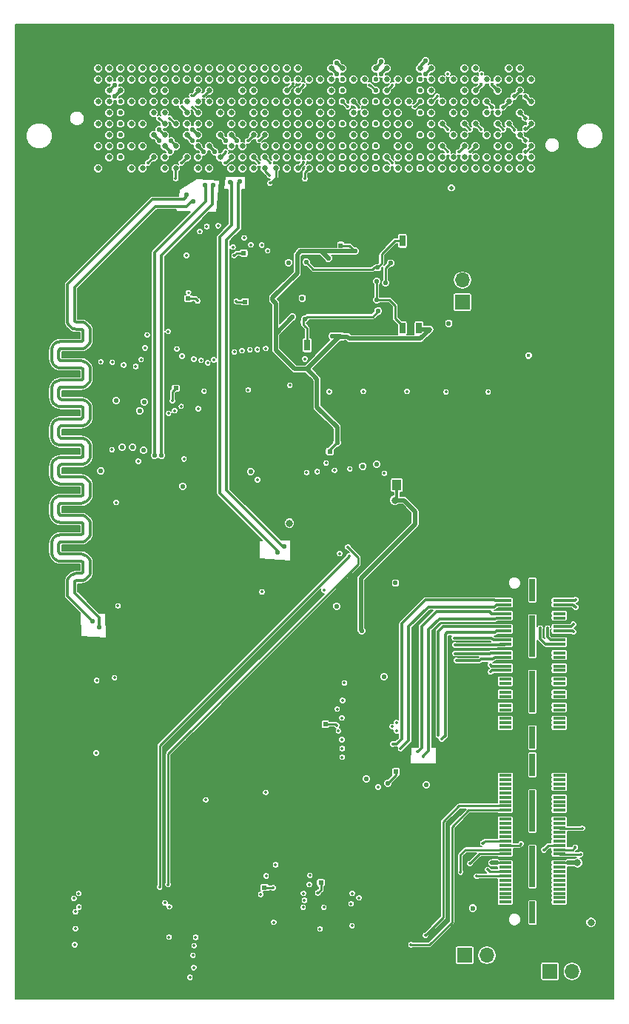
<source format=gbl>
%TF.GenerationSoftware,KiCad,Pcbnew,4.0.6*%
%TF.CreationDate,2017-07-29T17:48:31+03:00*%
%TF.ProjectId,FMC_MIPI_v1,464D435F4D4950495F76312E6B696361,rev?*%
%TF.FileFunction,Copper,L6,Bot,Signal*%
%FSLAX46Y46*%
G04 Gerber Fmt 4.6, Leading zero omitted, Abs format (unit mm)*
G04 Created by KiCad (PCBNEW 4.0.6) date 07/29/17 17:48:31*
%MOMM*%
%LPD*%
G01*
G04 APERTURE LIST*
%ADD10C,0.100000*%
%ADD11C,0.600000*%
%ADD12R,1.447800X0.299720*%
%ADD13R,0.637540X2.540000*%
%ADD14R,0.637540X4.699000*%
%ADD15C,0.508000*%
%ADD16R,0.700000X1.300000*%
%ADD17R,0.500000X0.600000*%
%ADD18R,0.600000X0.500000*%
%ADD19R,1.000000X1.250000*%
%ADD20C,0.635000*%
%ADD21C,0.558800*%
%ADD22R,1.700000X1.700000*%
%ADD23O,1.700000X1.700000*%
%ADD24C,0.350000*%
%ADD25C,0.550000*%
%ADD26C,0.500000*%
%ADD27C,0.450000*%
%ADD28C,0.800000*%
%ADD29C,0.228600*%
%ADD30C,0.152400*%
%ADD31C,0.304800*%
%ADD32C,0.254000*%
%ADD33C,0.508000*%
G04 APERTURE END LIST*
D10*
D11*
X157480000Y-83185000D03*
X157607000Y-59486800D03*
X102946200Y-56413400D03*
X157530800Y-75920600D03*
X129565400Y-61569600D03*
X126339600Y-60960000D03*
X128828800Y-58420000D03*
X127457200Y-59105800D03*
X156235400Y-45567600D03*
X109321600Y-120675400D03*
X123139200Y-115087400D03*
X119684800Y-115011200D03*
X113258600Y-31318200D03*
X133426200Y-102133400D03*
X127381000Y-101117400D03*
X128524000Y-98044000D03*
X126441200Y-97332800D03*
X135839200Y-94869000D03*
X120116600Y-80391000D03*
X117729000Y-90373200D03*
X132232400Y-88087200D03*
X133705600Y-91668600D03*
X137896600Y-83718400D03*
X137083800Y-88392000D03*
X140868400Y-89027000D03*
X140868400Y-83972400D03*
X141655800Y-81127600D03*
X98069400Y-42646600D03*
X93091000Y-45135800D03*
X121640600Y-51257200D03*
X130708400Y-54305200D03*
X134035800Y-57581800D03*
X138811000Y-58216800D03*
X139166600Y-62763400D03*
X133197600Y-67259200D03*
X137769600Y-67970400D03*
X130225800Y-73482200D03*
X128600200Y-71043800D03*
X137287000Y-75717400D03*
X137490200Y-71501000D03*
X157607000Y-90170000D03*
X157759400Y-68300600D03*
X157505400Y-54584600D03*
X157556200Y-48869600D03*
X151663400Y-131089400D03*
X148793200Y-128828800D03*
X151130000Y-128828800D03*
X148640800Y-126542800D03*
X151257000Y-124841000D03*
X157276800Y-123444000D03*
X156184600Y-116459000D03*
X153390600Y-111328200D03*
X148971000Y-96062800D03*
X154838400Y-96926400D03*
X148818600Y-102438200D03*
X144805400Y-104571800D03*
X143129000Y-104216200D03*
X141046200Y-104597200D03*
X144907000Y-113969800D03*
X144856200Y-111429800D03*
X148158200Y-113004600D03*
X155956000Y-118821200D03*
X157708600Y-137693400D03*
X156972000Y-128193800D03*
X134137400Y-139471400D03*
X141605000Y-139446000D03*
X148031200Y-139496800D03*
X152196800Y-134239000D03*
X148183600Y-134772400D03*
X136271000Y-132867400D03*
X138607800Y-130759200D03*
X127711200Y-138353800D03*
X125044200Y-139268200D03*
X124002800Y-131648200D03*
X124383800Y-133400800D03*
X114884200Y-135890000D03*
X120954800Y-136829800D03*
X92608400Y-139065000D03*
X93573600Y-134670800D03*
X97561400Y-138277600D03*
X102768400Y-135102600D03*
X99009200Y-127838200D03*
X96875600Y-125780800D03*
X105918000Y-124891800D03*
X110159800Y-125069600D03*
X106248200Y-122504200D03*
X104571800Y-120370600D03*
X106019600Y-118135400D03*
X103251000Y-118110000D03*
X99999800Y-116636800D03*
X104775000Y-115747800D03*
X102743000Y-112623600D03*
X105410000Y-112725200D03*
X112953800Y-121793000D03*
X109397800Y-113893600D03*
X110413800Y-112191800D03*
X111861600Y-110744000D03*
X114198400Y-110363000D03*
X110921800Y-105079800D03*
X105232200Y-104368600D03*
X102616000Y-94564200D03*
X99745800Y-94640400D03*
X100228400Y-89077800D03*
X100279200Y-84886800D03*
X100507800Y-82346800D03*
X110413800Y-92557600D03*
X110515400Y-88239600D03*
X100761800Y-58826400D03*
X112674400Y-53619400D03*
X104648000Y-54762400D03*
X107391200Y-52044600D03*
X134797800Y-49428400D03*
X138963400Y-51028600D03*
X146126200Y-49276000D03*
X93421200Y-38125400D03*
X93421200Y-34239200D03*
X93649800Y-31927800D03*
X106131360Y-31927800D03*
X118612920Y-31927800D03*
X131094480Y-31927800D03*
X143576040Y-31927800D03*
X155930600Y-37338000D03*
X156006800Y-33985200D03*
X156057600Y-31927800D03*
X137160000Y-128016000D03*
X136347200Y-130327400D03*
X138658600Y-92506800D03*
D12*
X146825000Y-95126720D03*
X153002280Y-95126720D03*
X146825000Y-95627100D03*
X153002280Y-95627100D03*
X146825000Y-96127480D03*
X153002280Y-96127480D03*
X146825000Y-96627860D03*
X153002280Y-96627860D03*
X146825000Y-97128240D03*
X153002280Y-97128240D03*
X146825000Y-97626080D03*
X153002280Y-97626080D03*
X146825000Y-98126460D03*
X153002280Y-98126460D03*
X146825000Y-98626840D03*
X153002280Y-98626840D03*
X146825000Y-99127220D03*
X153002280Y-99127220D03*
X146825000Y-99627600D03*
X153002280Y-99627600D03*
X146825000Y-100127980D03*
X153002280Y-100127980D03*
X146825000Y-100628360D03*
X153002280Y-100628360D03*
X146825000Y-101126200D03*
X153002280Y-101126200D03*
X146825000Y-101626580D03*
X153002280Y-101626580D03*
X146825000Y-102126960D03*
X153002280Y-102126960D03*
X146825000Y-102627340D03*
X153002280Y-102627340D03*
X146825000Y-103127720D03*
X153002280Y-103127720D03*
X146825000Y-103628100D03*
X153002280Y-103628100D03*
X146825000Y-104125940D03*
X153002280Y-104125940D03*
X146825000Y-104626320D03*
X153002280Y-104626320D03*
X146825000Y-105126700D03*
X153002280Y-105126700D03*
X146825000Y-105627080D03*
X153002280Y-105627080D03*
X146825000Y-106127460D03*
X153002280Y-106127460D03*
X146825000Y-106627840D03*
X153002280Y-106627840D03*
X146825000Y-107128220D03*
X153002280Y-107128220D03*
X146825000Y-107626060D03*
X153002280Y-107626060D03*
X146825000Y-108126440D03*
X153002280Y-108126440D03*
X146825000Y-108626820D03*
X153002280Y-108626820D03*
X146825000Y-109127200D03*
X153002280Y-109127200D03*
X146825000Y-109627580D03*
X153002280Y-109627580D03*
X146825000Y-115124140D03*
X153002280Y-115124140D03*
X146825000Y-115624520D03*
X153002280Y-115624520D03*
X146825000Y-116124900D03*
X153002280Y-116124900D03*
X146825000Y-116625280D03*
X153002280Y-116625280D03*
X146825000Y-117125660D03*
X153002280Y-117125660D03*
X146825000Y-117623500D03*
X153002280Y-117623500D03*
X146825000Y-118123880D03*
X153002280Y-118123880D03*
X146825000Y-118624260D03*
X153002280Y-118624260D03*
X146825000Y-119124640D03*
X153002280Y-119124640D03*
X146825000Y-119625020D03*
X153002280Y-119625020D03*
X146825000Y-120125400D03*
X153002280Y-120125400D03*
X146825000Y-120625780D03*
X153002280Y-120625780D03*
X146825000Y-121123620D03*
X153002280Y-121123620D03*
X146825000Y-121624000D03*
X153002280Y-121624000D03*
X146825000Y-122124380D03*
X153002280Y-122124380D03*
X146825000Y-122624760D03*
X153002280Y-122624760D03*
X146825000Y-123125140D03*
X153002280Y-123125140D03*
X146825000Y-123625520D03*
X153002280Y-123625520D03*
X146825000Y-124123360D03*
X153002280Y-124123360D03*
X146825000Y-124623740D03*
X153002280Y-124623740D03*
X146825000Y-125124120D03*
X153002280Y-125124120D03*
X146825000Y-125624500D03*
X153002280Y-125624500D03*
X146825000Y-126124880D03*
X153002280Y-126124880D03*
X146825000Y-126625260D03*
X153002280Y-126625260D03*
X146825000Y-127125640D03*
X153002280Y-127125640D03*
X146825000Y-127623480D03*
X153002280Y-127623480D03*
X146825000Y-128123860D03*
X153002280Y-128123860D03*
X146825000Y-128624240D03*
X153002280Y-128624240D03*
X146825000Y-129124620D03*
X153002280Y-129124620D03*
X146825000Y-129625000D03*
X153002280Y-129625000D03*
D13*
X149913640Y-93932920D03*
D14*
X149913640Y-99200880D03*
X149913640Y-105550880D03*
D13*
X149913640Y-110821380D03*
X149913640Y-113930340D03*
D14*
X149913640Y-119200840D03*
X149913640Y-125550840D03*
D13*
X149913640Y-130818800D03*
D15*
X131606740Y-106401800D03*
X131606740Y-107189200D03*
X131606740Y-107976600D03*
X131606740Y-108764000D03*
X131606740Y-109551400D03*
X131606740Y-110338800D03*
X131606740Y-111126200D03*
X131606740Y-111913600D03*
X131606740Y-112701000D03*
X130793940Y-106401800D03*
X130793940Y-107189200D03*
X130793940Y-107976600D03*
X130793940Y-108764000D03*
X130793940Y-109551400D03*
X130793940Y-110338800D03*
X130793940Y-111126200D03*
X130793940Y-111913600D03*
X130793940Y-112701000D03*
D16*
X122255200Y-65938400D03*
X124155200Y-65938400D03*
X136950000Y-54000000D03*
X135050000Y-54000000D03*
X135050000Y-64000000D03*
X136950000Y-64000000D03*
D17*
X128000000Y-64950000D03*
X128000000Y-66050000D03*
X128000000Y-54550000D03*
X128000000Y-53450000D03*
D15*
X130936800Y-83892800D03*
X130149400Y-83892800D03*
X129362000Y-83892800D03*
X128574600Y-83892800D03*
X127787200Y-83892800D03*
X126999800Y-83892800D03*
X126212400Y-83892800D03*
X125425000Y-83892800D03*
X124637600Y-83892800D03*
X130936800Y-83080000D03*
X130149400Y-83080000D03*
X129362000Y-83080000D03*
X128574600Y-83080000D03*
X127787200Y-83080000D03*
X126999800Y-83080000D03*
X126212400Y-83080000D03*
X125425000Y-83080000D03*
X124637600Y-83080000D03*
D18*
X110557400Y-60604400D03*
X109457400Y-60604400D03*
D19*
X134407400Y-81940400D03*
X136407400Y-81940400D03*
D18*
X126746000Y-78105000D03*
X125646000Y-78105000D03*
D17*
X126238000Y-109287400D03*
X126238000Y-108187400D03*
D18*
X134324000Y-114706400D03*
X135424000Y-114706400D03*
D20*
X100235000Y-34285000D03*
X101505000Y-34285000D03*
X102775000Y-34285000D03*
X104045000Y-34285000D03*
X105315000Y-34285000D03*
X106585000Y-34285000D03*
X107855000Y-34285000D03*
X109125000Y-34285000D03*
X110395000Y-34285000D03*
X111665000Y-34285000D03*
X112935000Y-34285000D03*
X114205000Y-34285000D03*
X115475000Y-34285000D03*
X116745000Y-34285000D03*
X118015000Y-34285000D03*
X119285000Y-34285000D03*
X120555000Y-34285000D03*
X121825000Y-34285000D03*
X123095000Y-34285000D03*
X124365000Y-34285000D03*
X125635000Y-34285000D03*
X126905000Y-34285000D03*
X128175000Y-34285000D03*
X129445000Y-34285000D03*
X130715000Y-34285000D03*
X131985000Y-34285000D03*
X133255000Y-34285000D03*
X134525000Y-34285000D03*
X135795000Y-34285000D03*
X137065000Y-34285000D03*
X138335000Y-34285000D03*
X139605000Y-34285000D03*
X140875000Y-34285000D03*
X142145000Y-34285000D03*
X143415000Y-34285000D03*
X144685000Y-34285000D03*
X145955000Y-34285000D03*
X147225000Y-34285000D03*
X148495000Y-34285000D03*
X149765000Y-34285000D03*
X100235000Y-35555000D03*
X101505000Y-35555000D03*
X102775000Y-35555000D03*
X104045000Y-35555000D03*
X105315000Y-35555000D03*
X106585000Y-35555000D03*
X107855000Y-35555000D03*
X109125000Y-35555000D03*
X110395000Y-35555000D03*
X111665000Y-35555000D03*
X112935000Y-35555000D03*
X114205000Y-35555000D03*
X115475000Y-35555000D03*
X116745000Y-35555000D03*
X118015000Y-35555000D03*
X119285000Y-35555000D03*
X120555000Y-35555000D03*
X121825000Y-35555000D03*
X123095000Y-35555000D03*
X124365000Y-35555000D03*
X125635000Y-35555000D03*
X126905000Y-35555000D03*
D21*
X128175000Y-35555000D03*
D20*
X129445000Y-35555000D03*
X130715000Y-35555000D03*
D21*
X131985000Y-35555000D03*
D20*
X133255000Y-35555000D03*
X134525000Y-35555000D03*
X135795000Y-35555000D03*
D21*
X137065000Y-35555000D03*
D20*
X138335000Y-35555000D03*
X139605000Y-35555000D03*
X140875000Y-35555000D03*
X142145000Y-35555000D03*
X143415000Y-35555000D03*
X144685000Y-35555000D03*
X145955000Y-35555000D03*
X147225000Y-35555000D03*
X148495000Y-35555000D03*
X149765000Y-35555000D03*
X100235000Y-36825000D03*
X101505000Y-36825000D03*
X102775000Y-36825000D03*
X104045000Y-36825000D03*
X105315000Y-36825000D03*
X106585000Y-36825000D03*
X107855000Y-36825000D03*
X109125000Y-36825000D03*
X110395000Y-36825000D03*
X111665000Y-36825000D03*
X112935000Y-36825000D03*
X114205000Y-36825000D03*
X115475000Y-36825000D03*
X116745000Y-36825000D03*
X118015000Y-36825000D03*
X119285000Y-36825000D03*
X120555000Y-36825000D03*
X121825000Y-36825000D03*
X123095000Y-36825000D03*
X124365000Y-36825000D03*
X125635000Y-36825000D03*
X126905000Y-36825000D03*
D21*
X128175000Y-36825000D03*
D20*
X129445000Y-36825000D03*
X130715000Y-36825000D03*
D21*
X131985000Y-36825000D03*
D20*
X133255000Y-36825000D03*
X134525000Y-36825000D03*
X135795000Y-36825000D03*
D21*
X137065000Y-36825000D03*
D20*
X138335000Y-36825000D03*
X139605000Y-36825000D03*
X140875000Y-36825000D03*
X142145000Y-36825000D03*
X143415000Y-36825000D03*
X144685000Y-36825000D03*
X145955000Y-36825000D03*
X147225000Y-36825000D03*
X148495000Y-36825000D03*
X149765000Y-36825000D03*
X100235000Y-38095000D03*
X101505000Y-38095000D03*
D21*
X102775000Y-38095000D03*
D20*
X104045000Y-38095000D03*
X105315000Y-38095000D03*
X106585000Y-38095000D03*
X107855000Y-38095000D03*
X109125000Y-38095000D03*
X110395000Y-38095000D03*
X111665000Y-38095000D03*
X112935000Y-38095000D03*
X114205000Y-38095000D03*
X115475000Y-38095000D03*
X116745000Y-38095000D03*
X118015000Y-38095000D03*
X119285000Y-38095000D03*
X120555000Y-38095000D03*
X121825000Y-38095000D03*
X123095000Y-38095000D03*
X124365000Y-38095000D03*
X125635000Y-38095000D03*
X126905000Y-38095000D03*
D21*
X128175000Y-38095000D03*
D20*
X129445000Y-38095000D03*
X130715000Y-38095000D03*
D21*
X131985000Y-38095000D03*
D20*
X133255000Y-38095000D03*
X134525000Y-38095000D03*
X135795000Y-38095000D03*
D21*
X137065000Y-38095000D03*
D20*
X138335000Y-38095000D03*
X139605000Y-38095000D03*
X140875000Y-38095000D03*
X142145000Y-38095000D03*
X143415000Y-38095000D03*
X144685000Y-38095000D03*
X145955000Y-38095000D03*
X147225000Y-38095000D03*
X148495000Y-38095000D03*
X149765000Y-38095000D03*
X100235000Y-39365000D03*
X101505000Y-39365000D03*
D21*
X102775000Y-39365000D03*
D20*
X104045000Y-39365000D03*
X105315000Y-39365000D03*
X106585000Y-39365000D03*
X107855000Y-39365000D03*
X109125000Y-39365000D03*
X110395000Y-39365000D03*
X111665000Y-39365000D03*
X112935000Y-39365000D03*
X114205000Y-39365000D03*
X115475000Y-39365000D03*
X116745000Y-39365000D03*
X118015000Y-39365000D03*
X119285000Y-39365000D03*
X120555000Y-39365000D03*
X121825000Y-39365000D03*
X123095000Y-39365000D03*
X124365000Y-39365000D03*
X125635000Y-39365000D03*
X126905000Y-39365000D03*
D21*
X128175000Y-39365000D03*
D20*
X129445000Y-39365000D03*
X130715000Y-39365000D03*
D21*
X131985000Y-39365000D03*
D20*
X133255000Y-39365000D03*
X134525000Y-39365000D03*
X135795000Y-39365000D03*
D21*
X137065000Y-39365000D03*
D20*
X138335000Y-39365000D03*
X139605000Y-39365000D03*
X140875000Y-39365000D03*
X142145000Y-39365000D03*
X143415000Y-39365000D03*
X144685000Y-39365000D03*
X145955000Y-39365000D03*
X147225000Y-39365000D03*
X148495000Y-39365000D03*
X149765000Y-39365000D03*
X100235000Y-40635000D03*
X101505000Y-40635000D03*
D21*
X102775000Y-40635000D03*
D20*
X104045000Y-40635000D03*
X105315000Y-40635000D03*
X106585000Y-40635000D03*
X107855000Y-40635000D03*
X109125000Y-40635000D03*
X110395000Y-40635000D03*
X111665000Y-40635000D03*
X112935000Y-40635000D03*
X114205000Y-40635000D03*
X115475000Y-40635000D03*
X116745000Y-40635000D03*
X118015000Y-40635000D03*
X119285000Y-40635000D03*
X120555000Y-40635000D03*
X121825000Y-40635000D03*
X123095000Y-40635000D03*
X124365000Y-40635000D03*
X125635000Y-40635000D03*
X126905000Y-40635000D03*
D21*
X128175000Y-40635000D03*
D20*
X129445000Y-40635000D03*
X130715000Y-40635000D03*
D21*
X131985000Y-40635000D03*
D20*
X133255000Y-40635000D03*
X134525000Y-40635000D03*
X135795000Y-40635000D03*
D21*
X137065000Y-40635000D03*
D20*
X138335000Y-40635000D03*
X139605000Y-40635000D03*
X140875000Y-40635000D03*
X142145000Y-40635000D03*
X143415000Y-40635000D03*
X144685000Y-40635000D03*
X145955000Y-40635000D03*
X147225000Y-40635000D03*
X148495000Y-40635000D03*
X149765000Y-40635000D03*
X100235000Y-41905000D03*
X101505000Y-41905000D03*
D21*
X102775000Y-41905000D03*
D20*
X104045000Y-41905000D03*
X105315000Y-41905000D03*
X106585000Y-41905000D03*
X107855000Y-41905000D03*
X109125000Y-41905000D03*
X110395000Y-41905000D03*
X111665000Y-41905000D03*
X112935000Y-41905000D03*
X114205000Y-41905000D03*
X115475000Y-41905000D03*
X116745000Y-41905000D03*
X118015000Y-41905000D03*
X119285000Y-41905000D03*
X120555000Y-41905000D03*
X121825000Y-41905000D03*
X123095000Y-41905000D03*
X124365000Y-41905000D03*
X125635000Y-41905000D03*
X126905000Y-41905000D03*
D21*
X128175000Y-41905000D03*
D20*
X129445000Y-41905000D03*
X130715000Y-41905000D03*
D21*
X131985000Y-41905000D03*
D20*
X133255000Y-41905000D03*
X134525000Y-41905000D03*
X135795000Y-41905000D03*
D21*
X137065000Y-41905000D03*
D20*
X138335000Y-41905000D03*
X139605000Y-41905000D03*
X140875000Y-41905000D03*
X142145000Y-41905000D03*
X143415000Y-41905000D03*
X144685000Y-41905000D03*
X145955000Y-41905000D03*
X147225000Y-41905000D03*
X148495000Y-41905000D03*
X149765000Y-41905000D03*
X100235000Y-43175000D03*
X101505000Y-43175000D03*
D21*
X102775000Y-43175000D03*
D20*
X104045000Y-43175000D03*
X105315000Y-43175000D03*
X106585000Y-43175000D03*
X107855000Y-43175000D03*
X109125000Y-43175000D03*
X110395000Y-43175000D03*
X111665000Y-43175000D03*
X112935000Y-43175000D03*
X114205000Y-43175000D03*
X115475000Y-43175000D03*
X116745000Y-43175000D03*
X118015000Y-43175000D03*
X119285000Y-43175000D03*
X120555000Y-43175000D03*
X121825000Y-43175000D03*
X123095000Y-43175000D03*
X124365000Y-43175000D03*
X125635000Y-43175000D03*
X126905000Y-43175000D03*
D21*
X128175000Y-43175000D03*
D20*
X129445000Y-43175000D03*
X130715000Y-43175000D03*
D21*
X131985000Y-43175000D03*
D20*
X133255000Y-43175000D03*
X134525000Y-43175000D03*
X135795000Y-43175000D03*
D21*
X137065000Y-43175000D03*
D20*
X138335000Y-43175000D03*
X139605000Y-43175000D03*
X140875000Y-43175000D03*
X142145000Y-43175000D03*
X143415000Y-43175000D03*
X144685000Y-43175000D03*
X145955000Y-43175000D03*
X147225000Y-43175000D03*
X148495000Y-43175000D03*
X149765000Y-43175000D03*
X100235000Y-44445000D03*
X101505000Y-44445000D03*
D21*
X102775000Y-44445000D03*
D20*
X104045000Y-44445000D03*
X105315000Y-44445000D03*
X106585000Y-44445000D03*
X107855000Y-44445000D03*
X109125000Y-44445000D03*
X110395000Y-44445000D03*
X111665000Y-44445000D03*
X112935000Y-44445000D03*
X114205000Y-44445000D03*
X115475000Y-44445000D03*
X116745000Y-44445000D03*
X118015000Y-44445000D03*
X119285000Y-44445000D03*
X120555000Y-44445000D03*
X121825000Y-44445000D03*
X123095000Y-44445000D03*
X124365000Y-44445000D03*
X125635000Y-44445000D03*
X126905000Y-44445000D03*
D21*
X128175000Y-44445000D03*
D20*
X129445000Y-44445000D03*
X130715000Y-44445000D03*
D21*
X131985000Y-44445000D03*
D20*
X133255000Y-44445000D03*
X134525000Y-44445000D03*
X135795000Y-44445000D03*
D21*
X137065000Y-44445000D03*
D20*
X138335000Y-44445000D03*
X139605000Y-44445000D03*
X140875000Y-44445000D03*
X142145000Y-44445000D03*
X143415000Y-44445000D03*
X144685000Y-44445000D03*
X145955000Y-44445000D03*
X147225000Y-44445000D03*
X148495000Y-44445000D03*
X149765000Y-44445000D03*
X100235000Y-45715000D03*
X101505000Y-45715000D03*
D21*
X102775000Y-45715000D03*
D20*
X104045000Y-45715000D03*
X105315000Y-45715000D03*
X106585000Y-45715000D03*
X107855000Y-45715000D03*
X109125000Y-45715000D03*
X110395000Y-45715000D03*
X111665000Y-45715000D03*
X112935000Y-45715000D03*
X114205000Y-45715000D03*
X115475000Y-45715000D03*
X116745000Y-45715000D03*
X118015000Y-45715000D03*
X119285000Y-45715000D03*
X120555000Y-45715000D03*
X121825000Y-45715000D03*
X123095000Y-45715000D03*
X124365000Y-45715000D03*
X125635000Y-45715000D03*
X126905000Y-45715000D03*
D21*
X128175000Y-45715000D03*
D20*
X129445000Y-45715000D03*
X130715000Y-45715000D03*
D21*
X131985000Y-45715000D03*
D20*
X133255000Y-45715000D03*
X134525000Y-45715000D03*
X135795000Y-45715000D03*
D21*
X137065000Y-45715000D03*
D20*
X138335000Y-45715000D03*
X139605000Y-45715000D03*
X140875000Y-45715000D03*
X142145000Y-45715000D03*
X143415000Y-45715000D03*
X144685000Y-45715000D03*
X145955000Y-45715000D03*
X147225000Y-45715000D03*
X148495000Y-45715000D03*
X149765000Y-45715000D03*
D18*
X118178400Y-127965200D03*
X119278400Y-127965200D03*
X126838800Y-127406400D03*
X125738800Y-127406400D03*
X110243800Y-70866000D03*
X109143800Y-70866000D03*
X117999600Y-55422800D03*
X116899600Y-55422800D03*
X117052000Y-60985400D03*
X118152000Y-60985400D03*
D22*
X142189200Y-135712200D03*
D23*
X144729200Y-135712200D03*
D22*
X151942800Y-137541000D03*
D23*
X154482800Y-137541000D03*
D22*
X141909800Y-61036200D03*
D23*
X141909800Y-58496200D03*
D24*
X105994200Y-77241400D03*
X104825800Y-77089000D03*
X108331000Y-72847200D03*
X103784400Y-72390000D03*
X108432600Y-41275000D03*
X109805800Y-43764200D03*
X113538000Y-38684200D03*
X117373400Y-38709600D03*
X146608800Y-42570400D03*
X130048000Y-36169600D03*
X123698000Y-37439600D03*
X121208800Y-37566600D03*
X121158000Y-38785800D03*
X118567200Y-36118800D03*
X117373400Y-41376600D03*
X116078000Y-36220400D03*
X131927600Y-64414400D03*
X133426200Y-64414400D03*
X138303000Y-61468000D03*
X135153400Y-38582600D03*
X135153400Y-37515800D03*
X136423400Y-36169600D03*
X136448800Y-34899600D03*
X141503400Y-37490400D03*
X146583400Y-37439600D03*
X147904200Y-38709600D03*
X142773400Y-42519600D03*
X144043400Y-40005000D03*
X142773400Y-38735000D03*
X140182600Y-39979600D03*
D25*
X134264400Y-93141800D03*
X127558800Y-95783400D03*
D24*
X118999000Y-94157800D03*
X126085600Y-93980000D03*
X119430800Y-117094000D03*
X112572800Y-117932200D03*
X100025200Y-112572800D03*
X100076000Y-104267000D03*
X102108000Y-103962200D03*
X102514400Y-95758000D03*
X102311200Y-83921600D03*
X112344200Y-71196200D03*
X117416670Y-71051330D03*
D25*
X109931200Y-82067400D03*
X117678200Y-80391000D03*
D24*
X122174000Y-70535800D03*
X126669800Y-71272400D03*
X130581400Y-71221600D03*
X135585200Y-71221600D03*
X144856200Y-71297800D03*
X140030200Y-71297800D03*
D25*
X140360400Y-63449200D03*
D24*
X140233400Y-34925000D03*
X136448800Y-38684200D03*
X144094200Y-34925000D03*
X139014200Y-37490400D03*
X122504200Y-36068000D03*
X105156000Y-67589400D03*
X123723400Y-36195000D03*
X104546400Y-68376800D03*
X109855000Y-67183000D03*
X131292600Y-36195000D03*
X111175800Y-67538600D03*
X133908800Y-36195000D03*
X123901200Y-67513200D03*
X128803400Y-38658800D03*
X105841800Y-64770000D03*
X130048000Y-38760400D03*
X105613200Y-66243200D03*
X109728000Y-72923400D03*
X128193800Y-106553000D03*
X111683800Y-73202800D03*
X128422400Y-104571800D03*
X108280200Y-73736200D03*
X128143000Y-108559600D03*
X108991400Y-73431402D03*
X127584200Y-107543600D03*
X128143000Y-111048800D03*
D25*
X104978200Y-73431400D03*
D24*
X127736600Y-110058200D03*
D25*
X105511600Y-72415400D03*
X104190800Y-77596998D03*
D24*
X128168400Y-113055400D03*
X128168313Y-112054179D03*
D25*
X105435400Y-77978000D03*
D24*
X101828600Y-77901800D03*
X132283200Y-116459000D03*
D25*
X102997000Y-77622400D03*
X130937000Y-115519200D03*
X102133400Y-36195000D03*
X102133400Y-37490400D03*
D24*
X132994400Y-80594200D03*
X119430800Y-66319400D03*
X118440200Y-66421000D03*
D25*
X132130800Y-79578200D03*
D24*
X117602000Y-66471800D03*
D25*
X130530600Y-79781400D03*
D24*
X116687600Y-66573400D03*
X129032000Y-80086200D03*
X115824000Y-66725800D03*
X127304800Y-80264000D03*
X113487200Y-67614800D03*
X126314200Y-79425800D03*
X112776000Y-67945000D03*
X125298200Y-80416400D03*
X112014000Y-67665600D03*
X124104400Y-80518000D03*
X133959600Y-111556800D03*
X154863800Y-95049600D03*
X134848600Y-112064800D03*
X154863800Y-95907600D03*
X136805852Y-112371052D03*
X137412548Y-112977748D03*
X139166600Y-110540800D03*
X154609752Y-97861045D03*
X139573000Y-110998000D03*
X154609752Y-98719045D03*
X141249400Y-102006404D03*
X141097000Y-101193600D03*
X141097000Y-100228400D03*
X140995400Y-99415600D03*
X145110200Y-103301800D03*
X145110204Y-102489000D03*
X150802600Y-98298000D03*
X151660600Y-98298000D03*
D25*
X127558800Y-34925000D03*
X127533400Y-33629600D03*
X132638800Y-33477200D03*
X132613400Y-34899600D03*
X137718802Y-33426400D03*
X137668000Y-34925000D03*
X102285800Y-72288400D03*
X100558600Y-80340200D03*
D24*
X108737400Y-72288400D03*
X120319800Y-131927600D03*
X120269000Y-127990600D03*
X97561400Y-134518400D03*
X103174800Y-68224400D03*
X115798600Y-55702200D03*
X110363000Y-55676800D03*
D26*
X149148800Y-43815000D03*
X149123400Y-42519600D03*
X149148800Y-41198800D03*
X149123400Y-39979600D03*
D24*
X97663000Y-132676900D03*
X114833400Y-43815000D03*
X111887000Y-52933600D03*
X114731800Y-45110400D03*
X112674400Y-52374800D03*
X117373400Y-42570400D03*
X113969800Y-52273200D03*
X118618000Y-42519600D03*
X115671600Y-54711600D03*
X118668800Y-45110400D03*
X116967000Y-53670200D03*
X119938800Y-45110400D03*
X117729000Y-54457600D03*
X119888000Y-47421800D03*
X118948200Y-54508400D03*
X119862600Y-46532800D03*
X119634000Y-55143400D03*
X137668000Y-133426200D03*
X136042400Y-134493000D03*
X144830800Y-125907800D03*
X143560800Y-126669800D03*
X155625800Y-121183400D03*
X144246600Y-122910600D03*
X126060200Y-130225800D03*
X148615400Y-122961400D03*
X129184400Y-129819400D03*
X151257000Y-123647200D03*
X141706600Y-126187200D03*
X130098800Y-129133600D03*
X154838400Y-123367800D03*
X142773400Y-125222000D03*
X129311400Y-128625600D03*
X155448000Y-124155200D03*
X111633000Y-60883800D03*
X116052600Y-60934600D03*
X110058200Y-78943200D03*
X104825800Y-79222600D03*
X129286000Y-132334000D03*
X125374400Y-128574800D03*
X125628400Y-132689600D03*
X107188000Y-40030400D03*
X111175800Y-137109200D03*
X105918000Y-45085000D03*
X111074200Y-135712200D03*
X109118400Y-46863000D03*
X111226600Y-134620000D03*
X109778800Y-45110400D03*
X111404400Y-133654800D03*
X140233400Y-41275000D03*
X123698000Y-130225800D03*
X140233400Y-43865800D03*
X123850400Y-129438400D03*
X118846600Y-128752600D03*
X141503400Y-43840400D03*
X142748000Y-43865800D03*
X123748800Y-128625600D03*
X142798800Y-41300400D03*
X124409200Y-127609600D03*
X144068800Y-41275000D03*
X119456200Y-126619000D03*
X146608800Y-41300400D03*
X124460000Y-126568200D03*
X147878800Y-41351200D03*
X120548400Y-125374400D03*
X108432600Y-40005000D03*
X110744000Y-138226800D03*
D25*
X137795000Y-116205000D03*
D24*
X134366000Y-110032800D03*
X118465600Y-81330800D03*
X127889000Y-89763600D03*
X109804200Y-38658800D03*
X98018600Y-128625600D03*
X111023400Y-38709600D03*
X97459800Y-129209800D03*
X110947200Y-37414200D03*
X98044000Y-130175000D03*
X112293400Y-37439596D03*
X97637600Y-130733800D03*
D25*
X132308600Y-62001400D03*
X123875800Y-62941200D03*
X124028200Y-56464200D03*
X132232400Y-57073800D03*
X133705600Y-56565800D03*
X133146800Y-58826400D03*
X132130800Y-58648600D03*
X132105400Y-60756800D03*
D24*
X107873800Y-129717800D03*
X133883400Y-109550200D03*
X108381800Y-130149600D03*
X134366000Y-109067600D03*
X107264200Y-127914400D03*
X128955800Y-90068400D03*
X108254800Y-127609600D03*
X128828800Y-89052400D03*
D25*
X130403600Y-98602800D03*
D24*
X120192800Y-60528200D03*
D27*
X138201400Y-64109600D03*
D25*
X122021600Y-56489600D03*
D24*
X108356400Y-133629400D03*
D28*
X134188200Y-83667600D03*
D25*
X132943600Y-103835200D03*
D11*
X127584200Y-77089000D03*
D24*
X127558800Y-109423200D03*
D25*
X133400800Y-116027200D03*
X123596400Y-60553600D03*
X122478800Y-62712600D03*
D28*
X122123200Y-86309200D03*
D25*
X127000000Y-64922400D03*
X129616200Y-55194200D03*
X126568200Y-55981600D03*
D26*
X147828000Y-37465000D03*
X146558000Y-38709599D03*
X145288000Y-38709600D03*
X140665200Y-47955200D03*
X149148800Y-37515800D03*
D27*
X144068806Y-36144200D03*
X145338800Y-36144200D03*
X149504400Y-67132200D03*
D26*
X145262600Y-125120402D03*
D11*
X143103600Y-130327400D03*
D28*
X156641800Y-131953000D03*
X155092400Y-125120400D03*
D25*
X107226100Y-42519600D03*
X107226100Y-41300400D03*
X108483400Y-43815000D03*
X108534200Y-42570400D03*
X111106389Y-49520770D03*
X100323059Y-98214859D03*
X111023400Y-42545000D03*
X110358271Y-48772652D03*
X99574941Y-97466741D03*
X111048800Y-41275000D03*
X106680000Y-78536800D03*
X112505120Y-47625000D03*
X112293400Y-43789600D03*
X107492800Y-78536800D03*
X113411000Y-47599600D03*
X113588800Y-43815000D03*
X115316000Y-47269400D03*
X114808000Y-42519600D03*
X120748158Y-89661678D03*
X116433600Y-47218600D03*
X116103400Y-42545000D03*
X121496276Y-88913560D03*
D24*
X133906010Y-45135800D03*
X109245400Y-66370200D03*
X134525000Y-44445000D03*
X108254800Y-64363600D03*
X123723400Y-45034200D03*
X101851460Y-67894200D03*
X123901200Y-46913800D03*
X100558600Y-67843400D03*
D29*
X110481200Y-59893200D02*
X110642400Y-59893200D01*
X104825800Y-77089000D02*
X105841800Y-77089000D01*
X105841800Y-77089000D02*
X105994200Y-77241400D01*
X109753400Y-71932800D02*
X110243800Y-71442400D01*
X110243800Y-71442400D02*
X110243800Y-70866000D01*
X109753400Y-72244282D02*
X109753400Y-71932800D01*
X108331000Y-72847200D02*
X109150482Y-72847200D01*
X109150482Y-72847200D02*
X109753400Y-72244282D01*
X110667800Y-70713600D02*
X111074200Y-70307200D01*
X110591600Y-70713600D02*
X110667800Y-70713600D01*
X110439200Y-70866000D02*
X110591600Y-70713600D01*
X110243800Y-70866000D02*
X110439200Y-70866000D01*
X109125000Y-41905000D02*
X109062600Y-41905000D01*
X109062600Y-41905000D02*
X108432600Y-41275000D01*
X109805800Y-43764200D02*
X110395000Y-43175000D01*
X109125000Y-44445000D02*
X109805800Y-43764200D01*
X109125000Y-41905000D02*
X110395000Y-43175000D01*
X112935000Y-41905000D02*
X114205000Y-43175000D01*
X112935000Y-39365000D02*
X112935000Y-39287200D01*
X112935000Y-39287200D02*
X113538000Y-38684200D01*
X116745000Y-39365000D02*
X116745000Y-39338000D01*
X116745000Y-39338000D02*
X117373400Y-38709600D01*
X131985000Y-41905000D02*
X133255000Y-43175000D01*
X143415000Y-41905000D02*
X144685000Y-43175000D01*
X147225000Y-41905000D02*
X148495000Y-43175000D01*
X147225000Y-41905000D02*
X147225000Y-41954200D01*
X147225000Y-41954200D02*
X146608800Y-42570400D01*
X130715000Y-36825000D02*
X130703400Y-36825000D01*
X130703400Y-36825000D02*
X130048000Y-36169600D01*
X124365000Y-36825000D02*
X124312600Y-36825000D01*
X124312600Y-36825000D02*
X123698000Y-37439600D01*
X121208800Y-37566600D02*
X121208800Y-37478800D01*
X121208800Y-37478800D02*
X120555000Y-36825000D01*
X120555000Y-39365000D02*
X120578800Y-39365000D01*
X120578800Y-39365000D02*
X121158000Y-38785800D01*
X118567200Y-36118800D02*
X118578800Y-36118800D01*
X118578800Y-36118800D02*
X119285000Y-36825000D01*
X116745000Y-41905000D02*
X116845000Y-41905000D01*
X116845000Y-41905000D02*
X117373400Y-41376600D01*
X115475000Y-36825000D02*
X115475000Y-36823400D01*
X115475000Y-36823400D02*
X116078000Y-36220400D01*
X153002280Y-124623740D02*
X151474260Y-124623740D01*
X151474260Y-124623740D02*
X151257000Y-124841000D01*
X146825000Y-119625020D02*
X148530220Y-119625020D01*
X148530220Y-119625020D02*
X148488400Y-119666840D01*
X148488400Y-119666840D02*
X148488400Y-121539000D01*
X148488400Y-121539000D02*
X149352000Y-122402600D01*
X148945600Y-123926600D02*
X148248460Y-124623740D01*
X148248460Y-124623740D02*
X146825000Y-124623740D01*
X153002280Y-119625020D02*
X152049780Y-119625020D01*
X152049780Y-119625020D02*
X152033360Y-119608600D01*
X152033360Y-119608600D02*
X151460200Y-119608600D01*
X151460200Y-119608600D02*
X151155400Y-119303800D01*
X151479340Y-117125660D02*
X153002280Y-117125660D01*
X151155400Y-119303800D02*
X151155400Y-117449600D01*
X151155400Y-117449600D02*
X151479340Y-117125660D01*
X153999320Y-117170200D02*
X155473400Y-117170200D01*
X155473400Y-117170200D02*
X156184600Y-116459000D01*
X153002280Y-117125660D02*
X153954780Y-117125660D01*
X153954780Y-117125660D02*
X153999320Y-117170200D01*
X155489820Y-119625020D02*
X155489820Y-119287380D01*
X155489820Y-119287380D02*
X155956000Y-118821200D01*
X153002280Y-119625020D02*
X155489820Y-119625020D01*
X153002280Y-108126440D02*
X152049780Y-108126440D01*
X152049780Y-108126440D02*
X151333200Y-107409860D01*
X151333200Y-107409860D02*
X151333200Y-106857800D01*
X151333200Y-106857800D02*
X151563160Y-106627840D01*
X151563160Y-106627840D02*
X153002280Y-106627840D01*
X148412200Y-108201280D02*
X148158200Y-108455280D01*
X148158200Y-108455280D02*
X148158200Y-113004600D01*
X148337360Y-108126440D02*
X148412200Y-108201280D01*
X146825000Y-108126440D02*
X148337360Y-108126440D01*
X144475200Y-107569000D02*
X145313400Y-107569000D01*
X145313400Y-107569000D02*
X145870840Y-108126440D01*
X145870840Y-108126440D02*
X145872500Y-108126440D01*
X145872500Y-108126440D02*
X146825000Y-108126440D01*
X145465800Y-106578400D02*
X144475200Y-107569000D01*
X145823060Y-106578400D02*
X145465800Y-106578400D01*
X146825000Y-106627840D02*
X145872500Y-106627840D01*
X145872500Y-106627840D02*
X145823060Y-106578400D01*
X148564600Y-106426000D02*
X148362760Y-106627840D01*
X148362760Y-106627840D02*
X146825000Y-106627840D01*
X148564600Y-105351400D02*
X148564600Y-106426000D01*
X148339900Y-105126700D02*
X148564600Y-105351400D01*
X146825000Y-105126700D02*
X148339900Y-105126700D01*
X146825000Y-105126700D02*
X145360300Y-105126700D01*
X145360300Y-105126700D02*
X144805400Y-104571800D01*
X153002280Y-108126440D02*
X154534960Y-108126440D01*
X154534960Y-108126440D02*
X154559000Y-108102400D01*
X154559000Y-108102400D02*
X154559000Y-107467400D01*
X154635200Y-107391200D02*
X154635200Y-106672200D01*
X154559000Y-107467400D02*
X154635200Y-107391200D01*
X154635200Y-106672200D02*
X154679560Y-106627840D01*
X155321000Y-105986400D02*
X154679560Y-106627840D01*
X154679560Y-106627840D02*
X153002280Y-106627840D01*
X154461300Y-105126700D02*
X155321000Y-105986400D01*
X153002280Y-105126700D02*
X154461300Y-105126700D01*
X151231600Y-103911400D02*
X151231600Y-104308520D01*
X151231600Y-104308520D02*
X152049780Y-105126700D01*
X152049780Y-105126700D02*
X153002280Y-105126700D01*
X151561800Y-103581200D02*
X151231600Y-103911400D01*
X152002880Y-103581200D02*
X151561800Y-103581200D01*
X153002280Y-103628100D02*
X152049780Y-103628100D01*
X152049780Y-103628100D02*
X152002880Y-103581200D01*
X154711400Y-103327200D02*
X154410500Y-103628100D01*
X154410500Y-103628100D02*
X153002280Y-103628100D01*
X154711400Y-102539800D02*
X154711400Y-103327200D01*
X154298560Y-102126960D02*
X154711400Y-102539800D01*
X153002280Y-102126960D02*
X154298560Y-102126960D01*
X151231600Y-101117400D02*
X151231600Y-101308780D01*
X151231600Y-101308780D02*
X152049780Y-102126960D01*
X152049780Y-102126960D02*
X153002280Y-102126960D01*
X151561800Y-100787200D02*
X151231600Y-101117400D01*
X151890940Y-100787200D02*
X151561800Y-100787200D01*
X153002280Y-100628360D02*
X152049780Y-100628360D01*
X152049780Y-100628360D02*
X151890940Y-100787200D01*
X154435320Y-100660200D02*
X154403480Y-100628360D01*
X154403480Y-100628360D02*
X153002280Y-100628360D01*
X154751160Y-100344360D02*
X154435320Y-100660200D01*
X154751160Y-99923600D02*
X154751160Y-100344360D01*
X153002280Y-99127220D02*
X153954780Y-99127220D01*
X153954780Y-99127220D02*
X154751160Y-99923600D01*
X154254200Y-97078800D02*
X154406600Y-96926400D01*
X154406600Y-96926400D02*
X154838400Y-96926400D01*
X154254200Y-97326660D02*
X154254200Y-97078800D01*
X153002280Y-97626080D02*
X153954780Y-97626080D01*
X153954780Y-97626080D02*
X154254200Y-97326660D01*
X153002280Y-97626080D02*
X152049780Y-97626080D01*
X152049780Y-97626080D02*
X150486500Y-96062800D01*
X150486500Y-96062800D02*
X148971000Y-96062800D01*
X153002280Y-96127480D02*
X149035680Y-96127480D01*
X149035680Y-96127480D02*
X148971000Y-96062800D01*
X146825000Y-96127480D02*
X148906320Y-96127480D01*
X148906320Y-96127480D02*
X148971000Y-96062800D01*
X146825000Y-102126960D02*
X148507360Y-102126960D01*
X148507360Y-102126960D02*
X148818600Y-102438200D01*
X135795000Y-41905000D02*
X137065000Y-43175000D01*
X137065000Y-40635000D02*
X135795000Y-41905000D01*
X135795000Y-39365000D02*
X137065000Y-40635000D01*
X135153400Y-38582600D02*
X135153400Y-38723400D01*
X135153400Y-38723400D02*
X135795000Y-39365000D01*
X135795000Y-36825000D02*
X135795000Y-36874200D01*
X135795000Y-36874200D02*
X135153400Y-37515800D01*
X136423400Y-36169600D02*
X136423400Y-36196600D01*
X136423400Y-36196600D02*
X135795000Y-36825000D01*
X135795000Y-34285000D02*
X135834200Y-34285000D01*
X135834200Y-34285000D02*
X136448800Y-34899600D01*
X140875000Y-36825000D02*
X140875000Y-36862000D01*
X140875000Y-36862000D02*
X141503400Y-37490400D01*
X147904200Y-38709600D02*
X147880400Y-38709600D01*
X147880400Y-38709600D02*
X147225000Y-39365000D01*
X145955000Y-38095000D02*
X145955000Y-38068000D01*
X145955000Y-38068000D02*
X146583400Y-37439600D01*
X144685000Y-36825000D02*
X145955000Y-38095000D01*
X146583400Y-37439600D02*
X146610400Y-37439600D01*
X146610400Y-37439600D02*
X147225000Y-36825000D01*
X148495000Y-38095000D02*
X148495000Y-38118800D01*
X148495000Y-38118800D02*
X147904200Y-38709600D01*
X149765000Y-39365000D02*
X148495000Y-38095000D01*
X148495000Y-40635000D02*
X147225000Y-39365000D01*
X140875000Y-43175000D02*
X139605000Y-41905000D01*
X141192499Y-42678101D02*
X141351000Y-42519600D01*
X141351000Y-42519600D02*
X142773400Y-42519600D01*
X140875000Y-43175000D02*
X141192499Y-42857501D01*
X141192499Y-42857501D02*
X141192499Y-42678101D01*
X142773400Y-42519600D02*
X142800400Y-42519600D01*
X142800400Y-42519600D02*
X143415000Y-41905000D01*
X144685000Y-40635000D02*
X144673400Y-40635000D01*
X144673400Y-40635000D02*
X144043400Y-40005000D01*
X140875000Y-40635000D02*
X140838000Y-40635000D01*
X140838000Y-40635000D02*
X140182600Y-39979600D01*
X142773400Y-38735000D02*
X142785000Y-38735000D01*
X142785000Y-38735000D02*
X143415000Y-39365000D01*
X139605000Y-39365000D02*
X139605000Y-39402000D01*
X139605000Y-39402000D02*
X140182600Y-39979600D01*
X137065000Y-38095000D02*
X137038000Y-38095000D01*
X137038000Y-38095000D02*
X136448800Y-38684200D01*
X138335000Y-38095000D02*
X138409600Y-38095000D01*
X138409600Y-38095000D02*
X139014200Y-37490400D01*
X122504200Y-36068000D02*
X122504200Y-36145800D01*
X122504200Y-36145800D02*
X121825000Y-36825000D01*
X123723400Y-36196600D02*
X123723400Y-36195000D01*
X123095000Y-36825000D02*
X123723400Y-36196600D01*
X131292600Y-36195000D02*
X131355000Y-36195000D01*
X131355000Y-36195000D02*
X131985000Y-36825000D01*
X133255000Y-36825000D02*
X133885000Y-36195000D01*
D30*
X133885000Y-36195000D02*
X133908800Y-36195000D01*
D29*
X128803400Y-38658800D02*
X128738800Y-38658800D01*
X128738800Y-38658800D02*
X128175000Y-38095000D01*
X130048000Y-38760400D02*
X130048000Y-38698000D01*
X130048000Y-38698000D02*
X129445000Y-38095000D01*
D31*
X101505000Y-36825000D02*
X101505000Y-36823400D01*
X101505000Y-36823400D02*
X102133400Y-36195000D01*
X102775000Y-36825000D02*
X102775000Y-36848800D01*
X102775000Y-36848800D02*
X102133400Y-37490400D01*
X133959600Y-111556800D02*
X134416800Y-111556800D01*
X134416800Y-111556800D02*
X134975600Y-110998000D01*
X134975600Y-110998000D02*
X134975600Y-97799464D01*
X134975600Y-97799464D02*
X137709207Y-95065857D01*
X137709207Y-95065857D02*
X145586457Y-95065857D01*
X145586457Y-95065857D02*
X145647320Y-95126720D01*
X145647320Y-95126720D02*
X146825000Y-95126720D01*
X153002280Y-95126720D02*
X154786680Y-95126720D01*
X154786680Y-95126720D02*
X154863800Y-95049600D01*
X135023599Y-111889801D02*
X134848600Y-112064800D01*
X135788400Y-111125000D02*
X135023599Y-111889801D01*
X138045879Y-95878657D02*
X135788400Y-98136136D01*
X135788400Y-98136136D02*
X135788400Y-111125000D01*
X145110200Y-95878657D02*
X138045879Y-95878657D01*
X145110200Y-95878657D02*
X145288313Y-95878657D01*
X146825000Y-95627100D02*
X145796300Y-95627100D01*
X145796300Y-95627100D02*
X145544743Y-95878657D01*
X145544743Y-95878657D02*
X145110200Y-95878657D01*
X153002280Y-95627100D02*
X154583300Y-95627100D01*
X154583300Y-95627100D02*
X154863800Y-95907600D01*
X145028351Y-96437457D02*
X145218754Y-96627860D01*
X145218754Y-96627860D02*
X146825000Y-96627860D01*
X136805852Y-112371052D02*
X136837812Y-112371052D01*
X136837812Y-112371052D02*
X137236200Y-111972664D01*
X137236200Y-111972664D02*
X137236200Y-98129664D01*
X137236200Y-98129664D02*
X138928407Y-96437457D01*
X138928407Y-96437457D02*
X145028351Y-96437457D01*
X139265079Y-97250257D02*
X144729200Y-97250257D01*
X144729200Y-97250257D02*
X145028351Y-97250257D01*
X146825000Y-97128240D02*
X145796300Y-97128240D01*
X145796300Y-97128240D02*
X145674283Y-97250257D01*
X145674283Y-97250257D02*
X144729200Y-97250257D01*
X137412548Y-112977748D02*
X137412548Y-112945788D01*
X137412548Y-112945788D02*
X138049000Y-112309336D01*
X138049000Y-112309336D02*
X138049000Y-98466336D01*
X138049000Y-98466336D02*
X139265079Y-97250257D01*
X139166600Y-110293313D02*
X139166600Y-110540800D01*
X139166600Y-98653600D02*
X139166600Y-110293313D01*
X139693740Y-98126460D02*
X139166600Y-98653600D01*
X146825000Y-98126460D02*
X139693740Y-98126460D01*
X154609752Y-97861045D02*
X154344337Y-98126460D01*
X154344337Y-98126460D02*
X153002280Y-98126460D01*
X139747999Y-110823001D02*
X139573000Y-110998000D01*
X139954000Y-110617000D02*
X139747999Y-110823001D01*
X140182600Y-98780600D02*
X139954000Y-99009200D01*
X145008600Y-98780600D02*
X140182600Y-98780600D01*
X139954000Y-99009200D02*
X139954000Y-110617000D01*
X145008600Y-98780600D02*
X145237200Y-98780600D01*
X146825000Y-98626840D02*
X145796300Y-98626840D01*
X145796300Y-98626840D02*
X145642540Y-98780600D01*
X145642540Y-98780600D02*
X145008600Y-98780600D01*
X154609752Y-98719045D02*
X154517547Y-98626840D01*
X154517547Y-98626840D02*
X153002280Y-98626840D01*
X146825000Y-101626580D02*
X145617316Y-101626580D01*
X145617316Y-101626580D02*
X145412497Y-101831399D01*
X145412497Y-101831399D02*
X144040601Y-101831399D01*
X144040601Y-101831399D02*
X143865600Y-102006400D01*
X143865600Y-102006400D02*
X141249404Y-102006400D01*
X141249404Y-102006400D02*
X141249400Y-102006404D01*
X141344487Y-101193600D02*
X141097000Y-101193600D01*
X145084801Y-101193600D02*
X141344487Y-101193600D01*
X145135600Y-101142801D02*
X145084801Y-101193600D01*
X145135600Y-101142801D02*
X145288297Y-101142801D01*
X146825000Y-101126200D02*
X145796300Y-101126200D01*
X145796300Y-101126200D02*
X145779699Y-101142801D01*
X145779699Y-101142801D02*
X145135600Y-101142801D01*
X146825000Y-100127980D02*
X146779281Y-100173699D01*
X146779281Y-100173699D02*
X145857259Y-100173699D01*
X145857259Y-100173699D02*
X145802558Y-100228400D01*
X145802558Y-100228400D02*
X141097000Y-100228400D01*
X146825000Y-99627600D02*
X145474600Y-99627600D01*
X145474600Y-99627600D02*
X145262600Y-99415600D01*
X145262600Y-99415600D02*
X140995400Y-99415600D01*
X145284280Y-103127720D02*
X145110200Y-103301800D01*
X146825000Y-103127720D02*
X145284280Y-103127720D01*
X145248544Y-102627340D02*
X145110204Y-102489000D01*
X146825000Y-102627340D02*
X145248544Y-102627340D01*
X150802600Y-98298000D02*
X150802600Y-99494600D01*
X150802600Y-99494600D02*
X151435980Y-100127980D01*
X151435980Y-100127980D02*
X153002280Y-100127980D01*
X151660600Y-98298000D02*
X151638000Y-98320600D01*
X151638000Y-98320600D02*
X151638000Y-99292020D01*
X151638000Y-99292020D02*
X151973580Y-99627600D01*
X151973580Y-99627600D02*
X153002280Y-99627600D01*
X127558800Y-34925000D02*
X127545000Y-34925000D01*
X127545000Y-34925000D02*
X126905000Y-34285000D01*
X127533400Y-33629600D02*
X127533400Y-33643400D01*
X127533400Y-33643400D02*
X128175000Y-34285000D01*
X132638800Y-33477200D02*
X132638800Y-33631200D01*
X132638800Y-33631200D02*
X131985000Y-34285000D01*
X133255000Y-34285000D02*
X133228000Y-34285000D01*
X133228000Y-34285000D02*
X132613400Y-34899600D01*
X137065000Y-34285000D02*
X137065000Y-34054800D01*
X137065000Y-34054800D02*
X137693400Y-33426400D01*
X137693400Y-33426400D02*
X137718802Y-33426400D01*
X137668000Y-34925000D02*
X137695000Y-34925000D01*
X137695000Y-34925000D02*
X138335000Y-34285000D01*
D29*
X116899600Y-55422800D02*
X116078000Y-55422800D01*
X116078000Y-55422800D02*
X115798600Y-55702200D01*
X108737400Y-72288400D02*
X108737400Y-71272400D01*
X108737400Y-71272400D02*
X109143800Y-70866000D01*
X119278400Y-127965200D02*
X120243600Y-127965200D01*
X120243600Y-127965200D02*
X120269000Y-127990600D01*
X149765000Y-43175000D02*
X149765000Y-43198800D01*
X149765000Y-43198800D02*
X149148800Y-43815000D01*
X148495000Y-41905000D02*
X148508800Y-41905000D01*
X148508800Y-41905000D02*
X149123400Y-42519600D01*
X149148800Y-41198800D02*
X149201200Y-41198800D01*
X149201200Y-41198800D02*
X149765000Y-40635000D01*
X148495000Y-39365000D02*
X148508800Y-39365000D01*
X148508800Y-39365000D02*
X149123400Y-39979600D01*
X114833400Y-43815000D02*
X114833400Y-43816600D01*
X114833400Y-43816600D02*
X114205000Y-44445000D01*
X114731800Y-45110400D02*
X114809600Y-45110400D01*
X114809600Y-45110400D02*
X115475000Y-44445000D01*
X117373400Y-42570400D02*
X117373400Y-42546600D01*
X117373400Y-42546600D02*
X118015000Y-41905000D01*
X118670400Y-42519600D02*
X118618000Y-42519600D01*
X119285000Y-41905000D02*
X118670400Y-42519600D01*
X118668800Y-45110400D02*
X118668800Y-45098800D01*
X118668800Y-45098800D02*
X118015000Y-44445000D01*
X119938800Y-45110400D02*
X119938800Y-45098800D01*
X119938800Y-45098800D02*
X119285000Y-44445000D01*
X119888000Y-47421800D02*
X120555000Y-46754800D01*
X120555000Y-46754800D02*
X120555000Y-45715000D01*
X119862600Y-46532800D02*
X119837200Y-46532800D01*
X119837200Y-46532800D02*
X119354600Y-46050200D01*
X119354600Y-46050200D02*
X119354600Y-45784600D01*
X119354600Y-45784600D02*
X119285000Y-45715000D01*
X137668000Y-133426200D02*
X139725400Y-131368800D01*
X139725400Y-131368800D02*
X139725400Y-120421400D01*
X139725400Y-120421400D02*
X141522540Y-118624260D01*
X141522540Y-118624260D02*
X146825000Y-118624260D01*
X136042400Y-134493000D02*
X138150600Y-134493000D01*
X138150600Y-134493000D02*
X140716000Y-131927600D01*
X140716000Y-131927600D02*
X140716000Y-121056400D01*
X140716000Y-121056400D02*
X142647760Y-119124640D01*
X142647760Y-119124640D02*
X146825000Y-119124640D01*
X144830800Y-125907800D02*
X145047880Y-126124880D01*
X145047880Y-126124880D02*
X146825000Y-126124880D01*
X146825000Y-126625260D02*
X143605340Y-126625260D01*
X143605340Y-126625260D02*
X143560800Y-126669800D01*
X155625800Y-121183400D02*
X153062060Y-121183400D01*
X153062060Y-121183400D02*
X153002280Y-121123620D01*
X144421599Y-122735601D02*
X144246600Y-122910600D01*
X144532440Y-122624760D02*
X144421599Y-122735601D01*
X146825000Y-122624760D02*
X144532440Y-122624760D01*
X148615400Y-122961400D02*
X148451660Y-123125140D01*
X148451660Y-123125140D02*
X147678442Y-123125140D01*
X147678442Y-123125140D02*
X146825000Y-123125140D01*
X151431999Y-123472201D02*
X151257000Y-123647200D01*
X151779060Y-123125140D02*
X151431999Y-123472201D01*
X153002280Y-123125140D02*
X151779060Y-123125140D01*
X141706600Y-125939713D02*
X141706600Y-126187200D01*
X141706600Y-124206000D02*
X141706600Y-125939713D01*
X146825000Y-123625520D02*
X142287080Y-123625520D01*
X142287080Y-123625520D02*
X141706600Y-124206000D01*
X154838400Y-123367800D02*
X154580680Y-123625520D01*
X154580680Y-123625520D02*
X153002280Y-123625520D01*
X142773400Y-125222000D02*
X143872040Y-124123360D01*
X143872040Y-124123360D02*
X146825000Y-124123360D01*
X155448000Y-124155200D02*
X153034120Y-124155200D01*
X153034120Y-124155200D02*
X153002280Y-124123360D01*
X110557400Y-60604400D02*
X111353600Y-60604400D01*
X111353600Y-60604400D02*
X111633000Y-60883800D01*
X117052000Y-60985400D02*
X116103400Y-60985400D01*
X116103400Y-60985400D02*
X116052600Y-60934600D01*
X125738800Y-127406400D02*
X125738800Y-128210400D01*
X125738800Y-128210400D02*
X125374400Y-128574800D01*
X107188000Y-40030400D02*
X107250400Y-40030400D01*
X107250400Y-40030400D02*
X107855000Y-40635000D01*
X105918000Y-45085000D02*
X106558000Y-44445000D01*
X106558000Y-44445000D02*
X106585000Y-44445000D01*
X109118400Y-46863000D02*
X109118400Y-45721600D01*
X109118400Y-45721600D02*
X109125000Y-45715000D01*
X109778800Y-45110400D02*
X109778800Y-45061200D01*
X109778800Y-45061200D02*
X110395000Y-44445000D01*
X140233400Y-41275000D02*
X140233400Y-41263400D01*
X140233400Y-41263400D02*
X139605000Y-40635000D01*
X140233400Y-43865800D02*
X140233400Y-43803400D01*
X140233400Y-43803400D02*
X139605000Y-43175000D01*
X141503400Y-43840400D02*
X141503400Y-43816600D01*
X141503400Y-43816600D02*
X142145000Y-43175000D01*
X142748000Y-43865800D02*
X142748000Y-43842000D01*
X142748000Y-43842000D02*
X143415000Y-43175000D01*
X142798800Y-41300400D02*
X142798800Y-41288800D01*
X142798800Y-41288800D02*
X142145000Y-40635000D01*
X144068800Y-41275000D02*
X144055000Y-41275000D01*
X144055000Y-41275000D02*
X143415000Y-40635000D01*
X146608800Y-41300400D02*
X146608800Y-41288800D01*
X146608800Y-41288800D02*
X145955000Y-40635000D01*
X147878800Y-41351200D02*
X147878800Y-41288800D01*
X147878800Y-41288800D02*
X147225000Y-40635000D01*
X109125000Y-40635000D02*
X109062600Y-40635000D01*
X109062600Y-40635000D02*
X108432600Y-40005000D01*
X110395000Y-39365000D02*
X110395000Y-39275000D01*
X110395000Y-39275000D02*
X109804200Y-38684200D01*
X109804200Y-38684200D02*
X109804200Y-38658800D01*
X110395000Y-39365000D02*
X110434200Y-39365000D01*
X111023400Y-38709600D02*
X111023400Y-38723400D01*
X111023400Y-38723400D02*
X111665000Y-39365000D01*
X110947200Y-37414200D02*
X111075800Y-37414200D01*
X111075800Y-37414200D02*
X111665000Y-36825000D01*
X112320404Y-37439596D02*
X112293400Y-37439596D01*
X112935000Y-36825000D02*
X112320404Y-37439596D01*
X123698000Y-63449200D02*
X123698000Y-63550800D01*
X123698000Y-63550800D02*
X123926600Y-63779400D01*
X124155200Y-65938400D02*
X124155200Y-64008000D01*
X124155200Y-64008000D02*
X123926600Y-63779400D01*
X123926600Y-63779400D02*
X123901200Y-63779400D01*
D32*
X123875800Y-62941200D02*
X123698000Y-63119000D01*
X123698000Y-63119000D02*
X123698000Y-63449200D01*
X131669199Y-62666201D02*
X132308600Y-62026800D01*
X132308600Y-62026800D02*
X132308600Y-62001400D01*
X123875800Y-62941200D02*
X124150799Y-62666201D01*
X124150799Y-62666201D02*
X131669199Y-62666201D01*
D29*
X131614892Y-57302400D02*
X124866400Y-57302400D01*
X124866400Y-57302400D02*
X124028200Y-56464200D01*
X132232400Y-57073800D02*
X131843492Y-57073800D01*
X131843492Y-57073800D02*
X131614892Y-57302400D01*
D32*
X132664200Y-55549800D02*
X134214000Y-54000000D01*
X134214000Y-54000000D02*
X135050000Y-54000000D01*
X132664200Y-56642000D02*
X132664200Y-55549800D01*
X132232400Y-57073800D02*
X132664200Y-56642000D01*
X133146800Y-58826400D02*
X133146800Y-57124600D01*
X133146800Y-57124600D02*
X133705600Y-56565800D01*
D29*
X132105400Y-60756800D02*
X133578600Y-60756800D01*
X133578600Y-60756800D02*
X134239000Y-61417200D01*
X134239000Y-61417200D02*
X134239000Y-62889000D01*
X134239000Y-62889000D02*
X135050000Y-63700000D01*
X135050000Y-63700000D02*
X135050000Y-64000000D01*
D32*
X132105400Y-60756800D02*
X132105400Y-58674000D01*
X132105400Y-58674000D02*
X132130800Y-58648600D01*
D29*
X107264200Y-127914400D02*
X107289600Y-127889000D01*
X107289600Y-127889000D02*
X107289600Y-111734600D01*
X107289600Y-111734600D02*
X128955800Y-90068400D01*
X108254800Y-112674400D02*
X108254800Y-127362113D01*
X108254800Y-127362113D02*
X108254800Y-127609600D01*
X129971800Y-90957400D02*
X108254800Y-112674400D01*
X129971800Y-90195400D02*
X129971800Y-90957400D01*
X128828800Y-89052400D02*
X129971800Y-90195400D01*
D33*
X130302000Y-92608400D02*
X130302000Y-98501200D01*
X130302000Y-98501200D02*
X130403600Y-98602800D01*
X136499600Y-86410800D02*
X130302000Y-92608400D01*
X135229600Y-83667600D02*
X136499600Y-84937600D01*
X136499600Y-84937600D02*
X136499600Y-86410800D01*
X134188200Y-83667600D02*
X135229600Y-83667600D01*
X124112278Y-68656200D02*
X125272800Y-69816722D01*
X125272800Y-69816722D02*
X125272800Y-72999600D01*
X125272800Y-72999600D02*
X127584200Y-75311000D01*
X127584200Y-75311000D02*
X127584200Y-77089000D01*
X125780800Y-55194200D02*
X123418600Y-55194200D01*
X123418600Y-55194200D02*
X123012200Y-55600600D01*
X123012200Y-55600600D02*
X123012200Y-57708800D01*
X123012200Y-57708800D02*
X120192800Y-60528200D01*
X125780800Y-55194200D02*
X129616200Y-55194200D01*
X125780800Y-55194200D02*
X126568200Y-55981600D01*
X120192800Y-60528200D02*
X120192800Y-60775687D01*
X120192800Y-60775687D02*
X120573800Y-61156687D01*
X120573800Y-61156687D02*
X120573800Y-64617600D01*
X120573800Y-66497200D02*
X120573800Y-64617600D01*
X120573800Y-64617600D02*
X122478800Y-62712600D01*
X122732800Y-68656200D02*
X120573800Y-66497200D01*
X124112278Y-68656200D02*
X122732800Y-68656200D01*
X128000000Y-64950000D02*
X127818478Y-64950000D01*
X127818478Y-64950000D02*
X124112278Y-68656200D01*
X138201400Y-64109600D02*
X137113601Y-65197399D01*
X128758000Y-64950000D02*
X128000000Y-64950000D01*
X137113601Y-65197399D02*
X129005399Y-65197399D01*
X129005399Y-65197399D02*
X128758000Y-64950000D01*
X138201400Y-64109600D02*
X137059600Y-64109600D01*
X137059600Y-64109600D02*
X136950000Y-64000000D01*
D29*
X126238000Y-109287400D02*
X127423000Y-109287400D01*
X127423000Y-109287400D02*
X127558800Y-109423200D01*
X134324000Y-114706400D02*
X134324000Y-115104000D01*
X134324000Y-115104000D02*
X133400800Y-116027200D01*
D31*
X134407400Y-81940400D02*
X134407400Y-83448400D01*
X134407400Y-83448400D02*
X134188200Y-83667600D01*
X126746000Y-78105000D02*
X126746000Y-77927200D01*
X126746000Y-77927200D02*
X127584200Y-77089000D01*
D33*
X127000000Y-64922400D02*
X127972400Y-64922400D01*
D32*
X127972400Y-64922400D02*
X128000000Y-64950000D01*
D29*
X128000000Y-54550000D02*
X128972000Y-54550000D01*
X128972000Y-54550000D02*
X129616200Y-55194200D01*
X148495000Y-36825000D02*
X147855000Y-37465000D01*
X147855000Y-37465000D02*
X147828000Y-37465000D01*
X146610401Y-38709599D02*
X146558000Y-38709599D01*
X147225000Y-38095000D02*
X146610401Y-38709599D01*
X144685000Y-38095000D02*
X144685000Y-38106600D01*
X144685000Y-38106600D02*
X145288000Y-38709600D01*
D31*
X149765000Y-38095000D02*
X149728000Y-38095000D01*
X149728000Y-38095000D02*
X149148800Y-37515800D01*
X144068806Y-36171194D02*
X144068806Y-36144200D01*
X143415000Y-36825000D02*
X144068806Y-36171194D01*
X145338800Y-36144200D02*
X145338800Y-36208800D01*
X145338800Y-36208800D02*
X145955000Y-36825000D01*
D33*
X145686864Y-125120402D02*
X145262600Y-125120402D01*
X145868780Y-125120400D02*
X145868778Y-125120402D01*
X145868778Y-125120402D02*
X145686864Y-125120402D01*
D29*
X146825000Y-125124120D02*
X145872500Y-125124120D01*
X145872500Y-125124120D02*
X145868780Y-125120400D01*
D33*
X153958500Y-125120400D02*
X155092400Y-125120400D01*
D29*
X153002280Y-125124120D02*
X153954780Y-125124120D01*
X153954780Y-125124120D02*
X153958500Y-125120400D01*
D31*
X106585000Y-41905000D02*
X106611500Y-41905000D01*
X106611500Y-41905000D02*
X107226100Y-42519600D01*
X106585000Y-41905000D02*
X106586100Y-41905000D01*
X106585000Y-41905000D02*
X106585000Y-41891200D01*
X107855000Y-41905000D02*
X107830700Y-41905000D01*
X107830700Y-41905000D02*
X107226100Y-41300400D01*
X107855000Y-43175000D02*
X107855000Y-43186600D01*
X107855000Y-43186600D02*
X108483400Y-43815000D01*
X109125000Y-43175000D02*
X109125000Y-43161200D01*
X109125000Y-43161200D02*
X108534200Y-42570400D01*
X95962638Y-85399336D02*
X95901406Y-85377910D01*
X95744667Y-89600565D02*
X95737403Y-89536102D01*
X97536000Y-59299536D02*
X106772136Y-50063400D01*
X98943481Y-88202368D02*
X99107965Y-88037884D01*
X100323059Y-98214859D02*
X100323059Y-97065387D01*
X97536000Y-93141800D02*
X97543263Y-93077336D01*
X99231724Y-74583322D02*
X99308552Y-74363760D01*
X99308552Y-83202160D02*
X99334597Y-82971007D01*
X97129600Y-89825800D02*
X96027101Y-89825800D01*
X95766093Y-84173802D02*
X95800606Y-84118874D01*
X99231724Y-87840922D02*
X99308552Y-87621360D01*
X95901406Y-84038489D02*
X95962638Y-84017063D01*
X99334597Y-74132607D02*
X99334597Y-73187792D01*
X97564689Y-93016104D02*
X97599202Y-92961176D01*
X97129600Y-89829702D02*
X97129600Y-89825800D01*
X95901406Y-85377910D02*
X95846478Y-85343397D01*
X99231724Y-68317877D02*
X99107965Y-68120915D01*
X98746519Y-76671072D02*
X98526957Y-76594244D01*
X100323059Y-97065387D02*
X97536000Y-94278328D01*
X95962638Y-89818536D02*
X95901406Y-89797110D01*
X97599202Y-92961176D02*
X97645074Y-92915304D01*
X95800606Y-79699674D02*
X95846478Y-79653802D01*
X95766093Y-67565797D02*
X95744667Y-67504565D01*
X95901406Y-89797110D02*
X95846478Y-89762597D01*
X99107965Y-76959315D02*
X98943481Y-76794831D01*
X98746519Y-83906927D02*
X98943481Y-83783168D01*
X97761234Y-92859365D02*
X97825698Y-92852102D01*
X99107965Y-90220817D02*
X98943481Y-90056333D01*
X99334597Y-73187792D02*
X99308552Y-72956639D01*
X97536000Y-94278328D02*
X97536000Y-93141800D01*
X98943481Y-81214031D02*
X98746519Y-81090272D01*
X97543263Y-93077336D02*
X97564689Y-93016104D01*
X95766093Y-88593002D02*
X95800606Y-88538074D01*
X97645074Y-92915304D02*
X97700002Y-92880791D01*
X98943481Y-76794831D02*
X98746519Y-76671072D01*
X95766093Y-80823397D02*
X95744667Y-80762165D01*
X99334597Y-87390207D02*
X99334597Y-86445392D01*
X97700002Y-92880791D02*
X97761234Y-92859365D01*
X98526957Y-81013444D02*
X98295804Y-80987400D01*
X98526957Y-79564555D02*
X98746519Y-79487727D01*
X95962638Y-80980136D02*
X95901406Y-80958710D01*
X97825698Y-92852102D02*
X98295804Y-92852102D01*
X95737403Y-80697702D02*
X95737403Y-79880298D01*
X98526957Y-92826057D02*
X98746519Y-92749229D01*
X95737403Y-84299498D02*
X95744667Y-84235034D01*
X99308552Y-74363760D02*
X99334597Y-74132607D01*
X95846478Y-88492202D02*
X95901406Y-88457689D01*
X99308552Y-90637341D02*
X99231724Y-90417779D01*
X98295804Y-67729800D02*
X96027101Y-67729800D01*
X95737403Y-89536102D02*
X95737403Y-88718698D01*
X98295804Y-92852102D02*
X98526957Y-92826057D01*
X96027101Y-80987400D02*
X95962638Y-80980136D01*
X98295804Y-88429000D02*
X98526957Y-88402955D01*
X95800606Y-85297525D02*
X95766093Y-85242597D01*
X98943481Y-79363968D02*
X99107965Y-79199484D01*
X96027101Y-76568200D02*
X95962638Y-76560936D01*
X99308552Y-77375839D02*
X99231724Y-77156277D01*
X98295804Y-89829702D02*
X97129600Y-89829702D01*
X99231724Y-85994677D02*
X99107965Y-85797715D01*
X95800606Y-67620725D02*
X95766093Y-67565797D01*
X95962638Y-88436263D02*
X96027101Y-88429000D01*
X97564689Y-63146597D02*
X97543263Y-63085365D01*
X98746519Y-92749229D02*
X98943481Y-92625470D01*
X96027101Y-79590600D02*
X98295804Y-79590600D01*
X98295804Y-79590600D02*
X98526957Y-79564555D01*
X98943481Y-92625470D02*
X99107965Y-92460986D01*
X95846478Y-66396202D02*
X95901406Y-66361689D01*
X99107965Y-92460986D02*
X99231724Y-92264024D01*
X99231724Y-92264024D02*
X99308552Y-92044462D01*
X95846478Y-67666597D02*
X95800606Y-67620725D01*
X99308552Y-92044462D02*
X99334597Y-91813309D01*
X99308552Y-87621360D02*
X99334597Y-87390207D01*
X99308552Y-78782960D02*
X99334597Y-78551807D01*
X99334597Y-91813309D02*
X99334597Y-90868494D01*
X98295804Y-80987400D02*
X96027101Y-80987400D01*
X96027101Y-66333000D02*
X98295804Y-66333000D01*
X96027101Y-89825800D02*
X95962638Y-89818536D01*
X99231724Y-90417779D02*
X99107965Y-90220817D01*
X99107965Y-63701715D02*
X98943481Y-63537231D01*
X99334597Y-90868494D02*
X99308552Y-90637341D01*
X95846478Y-89762597D02*
X95800606Y-89716725D01*
X99308552Y-65525360D02*
X99334597Y-65294207D01*
X98943481Y-85633231D02*
X98746519Y-85509472D01*
X98943481Y-90056333D02*
X98746519Y-89932574D01*
X95846478Y-84073002D02*
X95901406Y-84038489D01*
X98746519Y-89932574D02*
X98526957Y-89855746D01*
X98526957Y-89855746D02*
X98295804Y-89829702D01*
X95800606Y-89716725D02*
X95766093Y-89661797D01*
X95901406Y-66361689D02*
X95962638Y-66340263D01*
X95800606Y-84118874D02*
X95846478Y-84073002D01*
X95766093Y-89661797D02*
X95744667Y-89600565D01*
X99107965Y-68120915D02*
X98943481Y-67956431D01*
X95962638Y-84017063D02*
X96027101Y-84009800D01*
X98526957Y-85432644D02*
X98295804Y-85406600D01*
X95737403Y-88718698D02*
X95744667Y-88654234D01*
X95744667Y-88654234D02*
X95766093Y-88593002D01*
X99107965Y-88037884D02*
X99231724Y-87840922D01*
X95766093Y-71984997D02*
X95744667Y-71923765D01*
X95800606Y-88538074D02*
X95846478Y-88492202D01*
X99334597Y-78551807D02*
X99334597Y-77606992D01*
X98295804Y-84009800D02*
X98526957Y-83983755D01*
X95901406Y-88457689D02*
X95962638Y-88436263D01*
X96027101Y-88429000D02*
X98295804Y-88429000D01*
X95744667Y-66558234D02*
X95766093Y-66497002D01*
X99107965Y-83618684D02*
X99231724Y-83421722D01*
X99308552Y-81795039D02*
X99231724Y-81575477D01*
X95766093Y-75335402D02*
X95800606Y-75280474D01*
X95744667Y-71923765D02*
X95737403Y-71859302D01*
X98526957Y-88402955D02*
X98746519Y-88326127D01*
X99334597Y-69713407D02*
X99334597Y-68768592D01*
X98746519Y-88326127D02*
X98943481Y-88202368D01*
X98295804Y-76568200D02*
X96027101Y-76568200D01*
X95846478Y-72085797D02*
X95800606Y-72039925D01*
X99334597Y-86445392D02*
X99308552Y-86214239D01*
X99107965Y-85797715D02*
X98943481Y-85633231D01*
X98295804Y-63310600D02*
X97825698Y-63310600D01*
X99308552Y-86214239D02*
X99231724Y-85994677D01*
X98295804Y-85406600D02*
X96027101Y-85406600D01*
X99334597Y-77606992D02*
X99308552Y-77375839D01*
X95846478Y-85343397D02*
X95800606Y-85297525D01*
X98746519Y-85509472D02*
X98526957Y-85432644D01*
X98526957Y-67755844D02*
X98295804Y-67729800D01*
X95800606Y-75280474D02*
X95846478Y-75234602D01*
X96027101Y-85406600D02*
X95962638Y-85399336D01*
X95766093Y-85242597D02*
X95744667Y-85181365D01*
X95744667Y-85181365D02*
X95737403Y-85116902D01*
X95737403Y-85116902D02*
X95737403Y-84299498D01*
X95766093Y-79754602D02*
X95800606Y-79699674D01*
X95744667Y-84235034D02*
X95766093Y-84173802D01*
X95846478Y-79653802D02*
X95901406Y-79619289D01*
X96027101Y-84009800D02*
X98295804Y-84009800D01*
X98526957Y-83983755D02*
X98746519Y-83906927D01*
X95737403Y-79880298D02*
X95744667Y-79815834D01*
X97599202Y-63201525D02*
X97564689Y-63146597D01*
X98943481Y-83783168D02*
X99107965Y-83618684D01*
X99231724Y-83421722D02*
X99308552Y-83202160D01*
X95737403Y-71041898D02*
X95744667Y-70977434D01*
X99334597Y-82971007D02*
X99334597Y-82026192D01*
X99334597Y-82026192D02*
X99308552Y-81795039D01*
X99231724Y-81575477D02*
X99107965Y-81378515D01*
X97761234Y-63303336D02*
X97700002Y-63281910D01*
X99107965Y-81378515D02*
X98943481Y-81214031D01*
X99107965Y-72540115D02*
X98943481Y-72375631D01*
X98746519Y-81090272D02*
X98526957Y-81013444D01*
X95901406Y-80958710D02*
X95846478Y-80924197D01*
X95901406Y-72120310D02*
X95846478Y-72085797D01*
X95846478Y-80924197D02*
X95800606Y-80878325D01*
X95800606Y-80878325D02*
X95766093Y-80823397D01*
X98943481Y-66106368D02*
X99107965Y-65941884D01*
X98295804Y-75171400D02*
X98526957Y-75145355D01*
X95901406Y-79619289D02*
X95962638Y-79597863D01*
X98746519Y-79487727D02*
X98943481Y-79363968D01*
X95744667Y-80762165D02*
X95737403Y-80697702D01*
X95744667Y-79815834D02*
X95766093Y-79754602D01*
X95962638Y-72141736D02*
X95901406Y-72120310D01*
X95962638Y-79597863D02*
X96027101Y-79590600D01*
X99231724Y-70164122D02*
X99308552Y-69944560D01*
X99107965Y-79199484D02*
X99231724Y-79002522D01*
X110390377Y-50063400D02*
X110933007Y-49520770D01*
X98526957Y-66306955D02*
X98746519Y-66230127D01*
X99231724Y-79002522D02*
X99308552Y-78782960D01*
X99231724Y-77156277D02*
X99107965Y-76959315D01*
X98526957Y-76594244D02*
X98295804Y-76568200D01*
X96027101Y-72149000D02*
X95962638Y-72141736D01*
X95962638Y-76560936D02*
X95901406Y-76539510D01*
X96027101Y-67729800D02*
X95962638Y-67722536D01*
X95901406Y-76539510D02*
X95846478Y-76504997D01*
X95846478Y-76504997D02*
X95800606Y-76459125D01*
X95800606Y-76459125D02*
X95766093Y-76404197D01*
X95766093Y-76404197D02*
X95744667Y-76342965D01*
X95744667Y-76342965D02*
X95737403Y-76278502D01*
X95737403Y-76278502D02*
X95737403Y-75461098D01*
X95737403Y-66622698D02*
X95744667Y-66558234D01*
X95737403Y-75461098D02*
X95744667Y-75396634D01*
X95744667Y-75396634D02*
X95766093Y-75335402D01*
X95846478Y-75234602D02*
X95901406Y-75200089D01*
X95901406Y-75200089D02*
X95962638Y-75178663D01*
X95962638Y-75178663D02*
X96027101Y-75171400D01*
X98295804Y-72149000D02*
X96027101Y-72149000D01*
X96027101Y-75171400D02*
X98295804Y-75171400D01*
X99334597Y-68768592D02*
X99308552Y-68537439D01*
X98526957Y-75145355D02*
X98746519Y-75068527D01*
X99231724Y-72737077D02*
X99107965Y-72540115D01*
X98746519Y-75068527D02*
X98943481Y-74944768D01*
X98943481Y-74944768D02*
X99107965Y-74780284D01*
X99107965Y-74780284D02*
X99231724Y-74583322D01*
X99308552Y-72956639D02*
X99231724Y-72737077D01*
X98943481Y-72375631D02*
X98746519Y-72251872D01*
X98746519Y-72251872D02*
X98526957Y-72175044D01*
X95737403Y-71859302D02*
X95737403Y-71041898D01*
X98526957Y-72175044D02*
X98295804Y-72149000D01*
X95800606Y-72039925D02*
X95766093Y-71984997D01*
X99308552Y-69944560D02*
X99334597Y-69713407D01*
X95744667Y-70977434D02*
X95766093Y-70916202D01*
X97543263Y-63085365D02*
X97536000Y-63020902D01*
X95766093Y-70916202D02*
X95800606Y-70861274D01*
X95800606Y-70861274D02*
X95846478Y-70815402D01*
X95846478Y-70815402D02*
X95901406Y-70780889D01*
X95901406Y-70780889D02*
X95962638Y-70759463D01*
X95962638Y-70759463D02*
X96027101Y-70752200D01*
X96027101Y-70752200D02*
X98295804Y-70752200D01*
X98295804Y-70752200D02*
X98526957Y-70726155D01*
X99107965Y-70361084D02*
X99231724Y-70164122D01*
X98526957Y-70726155D02*
X98746519Y-70649327D01*
X95737403Y-67440102D02*
X95737403Y-66622698D01*
X98746519Y-70649327D02*
X98943481Y-70525568D01*
X98943481Y-70525568D02*
X99107965Y-70361084D01*
X99308552Y-68537439D02*
X99231724Y-68317877D01*
X98943481Y-63537231D02*
X98746519Y-63413472D01*
X98943481Y-67956431D02*
X98746519Y-67832672D01*
X95766093Y-66497002D02*
X95800606Y-66442074D01*
X98746519Y-67832672D02*
X98526957Y-67755844D01*
X95962638Y-67722536D02*
X95901406Y-67701110D01*
X95901406Y-67701110D02*
X95846478Y-67666597D01*
X95744667Y-67504565D02*
X95737403Y-67440102D01*
X97700002Y-63281910D02*
X97645074Y-63247397D01*
X95800606Y-66442074D02*
X95846478Y-66396202D01*
X95962638Y-66340263D02*
X96027101Y-66333000D01*
X97645074Y-63247397D02*
X97599202Y-63201525D01*
X98295804Y-66333000D02*
X98526957Y-66306955D01*
X98746519Y-66230127D02*
X98943481Y-66106368D01*
X99107965Y-65941884D02*
X99231724Y-65744922D01*
X99231724Y-65744922D02*
X99308552Y-65525360D01*
X99334597Y-65294207D02*
X99334597Y-64349392D01*
X99334597Y-64349392D02*
X99308552Y-64118239D01*
X99308552Y-64118239D02*
X99231724Y-63898677D01*
X99231724Y-63898677D02*
X99107965Y-63701715D01*
X98746519Y-63413472D02*
X98526957Y-63336644D01*
X98526957Y-63336644D02*
X98295804Y-63310600D01*
X97825698Y-63310600D02*
X97761234Y-63303336D01*
X97536000Y-63020902D02*
X97536000Y-59299536D01*
X106772136Y-50063400D02*
X110390377Y-50063400D01*
X110933007Y-49520770D02*
X111106389Y-49520770D01*
X110395000Y-41905000D02*
X110395000Y-41916600D01*
X110395000Y-41916600D02*
X111023400Y-42545000D01*
X98458594Y-83087925D02*
X98493107Y-83032997D01*
X98232099Y-69939400D02*
X98296562Y-69932136D01*
X95315719Y-68315968D02*
X95151235Y-68151484D01*
X98296562Y-83189736D02*
X98357794Y-83168310D01*
X98412722Y-64186602D02*
X98357794Y-64152089D01*
X95512681Y-87719072D02*
X95732243Y-87642244D01*
X98521797Y-82907302D02*
X98521797Y-82089898D01*
X98232099Y-92039302D02*
X98296562Y-92032038D01*
X96723200Y-63084607D02*
X96723200Y-58962864D01*
X98232099Y-77381000D02*
X95963396Y-77381000D01*
X95732243Y-87642244D02*
X95963396Y-87616200D01*
X98296562Y-72969063D02*
X98232099Y-72961800D01*
X97114315Y-92265933D02*
X97311277Y-92142174D01*
X94924603Y-80761407D02*
X94924603Y-79816592D01*
X98357794Y-86248089D02*
X98296562Y-86226663D01*
X98357794Y-72990489D02*
X98296562Y-72969063D01*
X98521797Y-90932200D02*
X98514533Y-90867736D01*
X98521797Y-74068902D02*
X98521797Y-73251498D01*
X99574941Y-97466741D02*
X96723200Y-94615000D01*
X98521797Y-69649702D02*
X98521797Y-68832298D01*
X98458594Y-65411125D02*
X98493107Y-65356197D01*
X94950648Y-85411760D02*
X94924603Y-85180607D01*
X95027476Y-76792922D02*
X94950648Y-76573360D01*
X95963396Y-74358600D02*
X98232099Y-74358600D01*
X98296562Y-92032038D02*
X98357794Y-92010612D01*
X98296562Y-68549863D02*
X98232099Y-68542600D01*
X96949831Y-63732284D02*
X96826072Y-63535322D01*
X95315719Y-79004431D02*
X95512681Y-78880672D01*
X95315719Y-77154368D02*
X95151235Y-76989884D01*
X98412722Y-91976099D02*
X98458594Y-91930227D01*
X95315719Y-70166031D02*
X95512681Y-70042272D01*
X98458594Y-69830325D02*
X98493107Y-69775397D01*
X95027476Y-72373722D02*
X94950648Y-72154160D01*
X95027476Y-88204277D02*
X95151235Y-88007315D01*
X95027476Y-66108277D02*
X95151235Y-65911315D01*
X94950648Y-70747039D02*
X95027476Y-70527477D01*
X95027476Y-70527477D02*
X95151235Y-70330515D01*
X98514533Y-82971765D02*
X98521797Y-82907302D01*
X94924603Y-71923007D02*
X94924603Y-70978192D01*
X98514533Y-90867736D02*
X98493107Y-90806504D01*
X98296562Y-86226663D02*
X98232099Y-86219400D01*
X95315719Y-81573568D02*
X95151235Y-81409084D01*
X98232099Y-81800200D02*
X95963396Y-81800200D01*
X98232099Y-86219400D02*
X95963396Y-86219400D01*
X98412722Y-90705704D02*
X98357794Y-90671191D01*
X98493107Y-83032997D02*
X98514533Y-82971765D01*
X96749244Y-92846941D02*
X96826072Y-92627379D01*
X95963396Y-72961800D02*
X95732243Y-72935755D01*
X98521797Y-91749604D02*
X98521797Y-90932200D01*
X94924603Y-79816592D02*
X94950648Y-79585439D01*
X95963396Y-68542600D02*
X95732243Y-68516555D01*
X98357794Y-65491510D02*
X98412722Y-65456997D01*
X98493107Y-64287402D02*
X98458594Y-64232474D01*
X98412722Y-81863402D02*
X98357794Y-81828889D01*
X95512681Y-68439727D02*
X95315719Y-68315968D01*
X98232099Y-68542600D02*
X95963396Y-68542600D01*
X94950648Y-75166239D02*
X95027476Y-74946677D01*
X98493107Y-87452197D02*
X98514533Y-87390965D01*
X96723200Y-94615000D02*
X96723200Y-93078094D01*
X96723200Y-93078094D02*
X96749244Y-92846941D01*
X98514533Y-65294965D02*
X98521797Y-65230502D01*
X98493107Y-86383402D02*
X98458594Y-86328474D01*
X94924603Y-76342207D02*
X94924603Y-75397392D01*
X98514533Y-64348634D02*
X98493107Y-64287402D01*
X94924603Y-75397392D02*
X94950648Y-75166239D01*
X98232099Y-64123400D02*
X97761992Y-64123400D01*
X95512681Y-77278127D02*
X95315719Y-77154368D01*
X98296562Y-81807463D02*
X98232099Y-81800200D01*
X98296562Y-64130663D02*
X98232099Y-64123400D01*
X96749244Y-63315760D02*
X96723200Y-63084607D01*
X97129600Y-90642502D02*
X97129600Y-90638600D01*
X98232099Y-72961800D02*
X95963396Y-72961800D01*
X95151235Y-74749715D02*
X95315719Y-74585231D01*
X95732243Y-74384644D02*
X95963396Y-74358600D01*
X95732243Y-78803844D02*
X95963396Y-78777800D01*
X98521797Y-64413098D02*
X98514533Y-64348634D01*
X94950648Y-79585439D02*
X95027476Y-79365877D01*
X95315719Y-65746831D02*
X95512681Y-65623072D01*
X97311277Y-64020527D02*
X97114315Y-63896768D01*
X95027476Y-79365877D02*
X95151235Y-79168915D01*
X98521797Y-65230502D02*
X98521797Y-64413098D01*
X98493107Y-91875299D02*
X98514533Y-91814067D01*
X95151235Y-85828284D02*
X95027476Y-85631322D01*
X95963396Y-90638600D02*
X95732243Y-90612555D01*
X97311277Y-92142174D02*
X97530839Y-92065346D01*
X98232099Y-78777800D02*
X98296562Y-78770536D01*
X98357794Y-69910710D02*
X98412722Y-69876197D01*
X98493107Y-90806504D02*
X98458594Y-90751576D01*
X95963396Y-86219400D02*
X95732243Y-86193355D01*
X98521797Y-73251498D02*
X98514533Y-73187034D01*
X98357794Y-64152089D02*
X98296562Y-64130663D01*
X98232099Y-87616200D02*
X98296562Y-87608936D01*
X98521797Y-82089898D02*
X98514533Y-82025434D01*
X98458594Y-81909274D02*
X98412722Y-81863402D01*
X98458594Y-73070874D02*
X98412722Y-73025002D01*
X98357794Y-77409689D02*
X98296562Y-77388263D01*
X95315719Y-72735168D02*
X95151235Y-72570684D01*
X96826072Y-63535322D02*
X96749244Y-63315760D01*
X96826072Y-92627379D02*
X96949831Y-92430417D01*
X98493107Y-69775397D02*
X98514533Y-69714165D01*
X96949831Y-92430417D02*
X97114315Y-92265933D01*
X97530839Y-92065346D02*
X97761992Y-92039302D01*
X97761992Y-92039302D02*
X98232099Y-92039302D01*
X98357794Y-92010612D02*
X98412722Y-91976099D01*
X98458594Y-91930227D02*
X98493107Y-91875299D01*
X98514533Y-91814067D02*
X98521797Y-91749604D01*
X95151235Y-90247484D02*
X95027476Y-90050522D01*
X94950648Y-84004639D02*
X95027476Y-83785077D01*
X98458594Y-90751576D02*
X98412722Y-90705704D01*
X98357794Y-90671191D02*
X98296562Y-90649765D01*
X98296562Y-90649765D02*
X98232099Y-90642502D01*
X98232099Y-90642502D02*
X97129600Y-90642502D01*
X97129600Y-90638600D02*
X95963396Y-90638600D01*
X95732243Y-90612555D02*
X95512681Y-90535727D01*
X95512681Y-90535727D02*
X95315719Y-90411968D01*
X98514533Y-82025434D02*
X98493107Y-81964202D01*
X95315719Y-90411968D02*
X95151235Y-90247484D01*
X95963396Y-77381000D02*
X95732243Y-77354955D01*
X95027476Y-90050522D02*
X94950648Y-89830960D01*
X94950648Y-89830960D02*
X94924603Y-89599807D01*
X94924603Y-89599807D02*
X94924603Y-88654992D01*
X94924603Y-88654992D02*
X94950648Y-88423839D01*
X98514533Y-77606234D02*
X98493107Y-77545002D01*
X94950648Y-88423839D02*
X95027476Y-88204277D01*
X95151235Y-88007315D02*
X95315719Y-87842831D01*
X94950648Y-80992560D02*
X94924603Y-80761407D01*
X95315719Y-74585231D02*
X95512681Y-74461472D01*
X95315719Y-87842831D02*
X95512681Y-87719072D01*
X95963396Y-87616200D02*
X98232099Y-87616200D01*
X98296562Y-87608936D02*
X98357794Y-87587510D01*
X94924603Y-66558992D02*
X94950648Y-66327839D01*
X98357794Y-87587510D02*
X98412722Y-87552997D01*
X98412722Y-87552997D02*
X98458594Y-87507125D01*
X98412722Y-73025002D02*
X98357794Y-72990489D01*
X98458594Y-87507125D02*
X98493107Y-87452197D01*
X98514533Y-87390965D02*
X98521797Y-87326502D01*
X98521797Y-87326502D02*
X98521797Y-86509098D01*
X98521797Y-86509098D02*
X98514533Y-86444634D01*
X98458594Y-78668725D02*
X98493107Y-78613797D01*
X98514533Y-86444634D02*
X98493107Y-86383402D01*
X98493107Y-68706602D02*
X98458594Y-68651674D01*
X98458594Y-86328474D02*
X98412722Y-86282602D01*
X98412722Y-86282602D02*
X98357794Y-86248089D01*
X95732243Y-86193355D02*
X95512681Y-86116527D01*
X95512681Y-86116527D02*
X95315719Y-85992768D01*
X95151235Y-83588115D02*
X95315719Y-83423631D01*
X95315719Y-85992768D02*
X95151235Y-85828284D01*
X95027476Y-85631322D02*
X94950648Y-85411760D01*
X95151235Y-81409084D02*
X95027476Y-81212122D01*
X94924603Y-85180607D02*
X94924603Y-84235792D01*
X94924603Y-84235792D02*
X94950648Y-84004639D01*
X95027476Y-83785077D02*
X95151235Y-83588115D01*
X95315719Y-83423631D02*
X95512681Y-83299872D01*
X95732243Y-72935755D02*
X95512681Y-72858927D01*
X95512681Y-83299872D02*
X95732243Y-83223044D01*
X95732243Y-83223044D02*
X95963396Y-83197000D01*
X98357794Y-81828889D02*
X98296562Y-81807463D01*
X95963396Y-83197000D02*
X98232099Y-83197000D01*
X98232099Y-83197000D02*
X98296562Y-83189736D01*
X98357794Y-83168310D02*
X98412722Y-83133797D01*
X98412722Y-83133797D02*
X98458594Y-83087925D01*
X98514533Y-68767834D02*
X98493107Y-68706602D01*
X98493107Y-81964202D02*
X98458594Y-81909274D01*
X110358271Y-48946034D02*
X110358271Y-48772652D01*
X95963396Y-81800200D02*
X95732243Y-81774155D01*
X95732243Y-81774155D02*
X95512681Y-81697327D01*
X95512681Y-72858927D02*
X95315719Y-72735168D01*
X95512681Y-81697327D02*
X95315719Y-81573568D01*
X95027476Y-81212122D02*
X94950648Y-80992560D01*
X95151235Y-79168915D02*
X95315719Y-79004431D01*
X98296562Y-74351336D02*
X98357794Y-74329910D01*
X95512681Y-78880672D02*
X95732243Y-78803844D01*
X98521797Y-77670698D02*
X98514533Y-77606234D01*
X95963396Y-78777800D02*
X98232099Y-78777800D01*
X98296562Y-78770536D02*
X98357794Y-78749110D01*
X98357794Y-78749110D02*
X98412722Y-78714597D01*
X98412722Y-78714597D02*
X98458594Y-78668725D01*
X98493107Y-78613797D02*
X98514533Y-78552565D01*
X98514533Y-78552565D02*
X98521797Y-78488102D01*
X98458594Y-68651674D02*
X98412722Y-68605802D01*
X98521797Y-78488102D02*
X98521797Y-77670698D01*
X98493107Y-77545002D02*
X98458594Y-77490074D01*
X98412722Y-77444202D02*
X98357794Y-77409689D01*
X98458594Y-77490074D02*
X98412722Y-77444202D01*
X98296562Y-77388263D02*
X98232099Y-77381000D01*
X95732243Y-77354955D02*
X95512681Y-77278127D01*
X95151235Y-76989884D02*
X95027476Y-76792922D01*
X94950648Y-76573360D02*
X94924603Y-76342207D01*
X95027476Y-74946677D02*
X95151235Y-74749715D01*
X95512681Y-74461472D02*
X95732243Y-74384644D01*
X98232099Y-74358600D02*
X98296562Y-74351336D01*
X98357794Y-74329910D02*
X98412722Y-74295397D01*
X98412722Y-74295397D02*
X98458594Y-74249525D01*
X98458594Y-74249525D02*
X98493107Y-74194597D01*
X97761992Y-64123400D02*
X97530839Y-64097355D01*
X98493107Y-74194597D02*
X98514533Y-74133365D01*
X98514533Y-74133365D02*
X98521797Y-74068902D01*
X98514533Y-73187034D02*
X98493107Y-73125802D01*
X98493107Y-73125802D02*
X98458594Y-73070874D01*
X95151235Y-72570684D02*
X95027476Y-72373722D01*
X94950648Y-72154160D02*
X94924603Y-71923007D01*
X94924603Y-70978192D02*
X94950648Y-70747039D01*
X95151235Y-70330515D02*
X95315719Y-70166031D01*
X95512681Y-70042272D02*
X95732243Y-69965444D01*
X98296562Y-69932136D02*
X98357794Y-69910710D01*
X95732243Y-69965444D02*
X95963396Y-69939400D01*
X95963396Y-69939400D02*
X98232099Y-69939400D01*
X97530839Y-64097355D02*
X97311277Y-64020527D01*
X98412722Y-69876197D02*
X98458594Y-69830325D01*
X98514533Y-69714165D02*
X98521797Y-69649702D01*
X98521797Y-68832298D02*
X98514533Y-68767834D01*
X98412722Y-68605802D02*
X98357794Y-68571289D01*
X98357794Y-68571289D02*
X98296562Y-68549863D01*
X95732243Y-68516555D02*
X95512681Y-68439727D01*
X95151235Y-68151484D02*
X95027476Y-67954522D01*
X95027476Y-67954522D02*
X94950648Y-67734960D01*
X94950648Y-67734960D02*
X94924603Y-67503807D01*
X94924603Y-67503807D02*
X94924603Y-66558992D01*
X94950648Y-66327839D02*
X95027476Y-66108277D01*
X95151235Y-65911315D02*
X95315719Y-65746831D01*
X95512681Y-65623072D02*
X95732243Y-65546244D01*
X95732243Y-65546244D02*
X95963396Y-65520200D01*
X95963396Y-65520200D02*
X98232099Y-65520200D01*
X98232099Y-65520200D02*
X98296562Y-65512936D01*
X98296562Y-65512936D02*
X98357794Y-65491510D01*
X98412722Y-65456997D02*
X98458594Y-65411125D01*
X98493107Y-65356197D02*
X98514533Y-65294965D01*
X98458594Y-64232474D02*
X98412722Y-64186602D01*
X97114315Y-63896768D02*
X96949831Y-63732284D01*
X96723200Y-58962864D02*
X106435464Y-49250600D01*
X106435464Y-49250600D02*
X110053705Y-49250600D01*
X110053705Y-49250600D02*
X110358271Y-48946034D01*
X111665000Y-41905000D02*
X111665000Y-41891200D01*
X111665000Y-41891200D02*
X111048800Y-41275000D01*
X106680000Y-78147892D02*
X106680000Y-78536800D01*
X106680000Y-55330664D02*
X106680000Y-78147892D01*
X112522000Y-49488664D02*
X106680000Y-55330664D01*
X112522000Y-48742600D02*
X112522000Y-49488664D01*
X112505120Y-47625000D02*
X112505120Y-47608120D01*
X112505120Y-47608120D02*
X112522000Y-47625000D01*
X112522000Y-47625000D02*
X112522000Y-48742600D01*
X112522000Y-48742600D02*
X112522000Y-48488600D01*
X111665000Y-43175000D02*
X111678800Y-43175000D01*
X111678800Y-43175000D02*
X112293400Y-43789600D01*
X107492800Y-78147892D02*
X107492800Y-78536800D01*
X107492800Y-55667336D02*
X107492800Y-78147892D01*
X113309400Y-49850736D02*
X107492800Y-55667336D01*
X113309400Y-48133000D02*
X113309400Y-49850736D01*
X113309400Y-48133000D02*
X113309400Y-47904400D01*
X113411000Y-47599600D02*
X113411000Y-47625000D01*
X113411000Y-47625000D02*
X113309400Y-47726600D01*
X113309400Y-47726600D02*
X113309400Y-48133000D01*
X112935000Y-43175000D02*
X112948800Y-43175000D01*
X112948800Y-43175000D02*
X113588800Y-43815000D01*
X115316000Y-47269400D02*
X115341400Y-47244000D01*
X115493800Y-52206464D02*
X114147600Y-53552664D01*
X115341400Y-47244000D02*
X115468400Y-47244000D01*
X115468400Y-47244000D02*
X115493800Y-47269400D01*
X115493800Y-47269400D02*
X115493800Y-52206464D01*
X120748158Y-89488296D02*
X120748158Y-89661678D01*
X114147600Y-53552664D02*
X114147600Y-82887738D01*
X114147600Y-82887738D02*
X120748158Y-89488296D01*
X114522499Y-42234099D02*
X114808000Y-42519600D01*
X114205000Y-41905000D02*
X114522499Y-42222499D01*
X114522499Y-42222499D02*
X114522499Y-42234099D01*
X116433600Y-47218600D02*
X116306600Y-47345600D01*
X116306600Y-52543136D02*
X114960400Y-53889336D01*
X116306600Y-47345600D02*
X116306600Y-52543136D01*
X114960400Y-53889336D02*
X114960400Y-82551066D01*
X114960400Y-82551066D02*
X121322894Y-88913560D01*
X121322894Y-88913560D02*
X121496276Y-88913560D01*
X115475000Y-41905000D02*
X115475000Y-41916600D01*
X115475000Y-41916600D02*
X116103400Y-42545000D01*
D29*
X133906010Y-45096010D02*
X133906010Y-45135800D01*
X133255000Y-44445000D02*
X133906010Y-45096010D01*
X123723400Y-45034200D02*
X123723400Y-45086600D01*
X123723400Y-45086600D02*
X123095000Y-45715000D01*
X123901200Y-46913800D02*
X123901200Y-46178800D01*
X123901200Y-46178800D02*
X124365000Y-45715000D01*
D30*
G36*
X159196400Y-140696400D02*
X90803600Y-140696400D01*
X90803600Y-138306729D01*
X110340330Y-138306729D01*
X110401645Y-138455122D01*
X110515080Y-138568756D01*
X110663367Y-138630330D01*
X110823929Y-138630470D01*
X110972322Y-138569155D01*
X111085956Y-138455720D01*
X111147530Y-138307433D01*
X111147670Y-138146871D01*
X111086355Y-137998478D01*
X110972920Y-137884844D01*
X110824633Y-137823270D01*
X110664071Y-137823130D01*
X110515678Y-137884445D01*
X110402044Y-137997880D01*
X110340470Y-138146167D01*
X110340330Y-138306729D01*
X90803600Y-138306729D01*
X90803600Y-137189129D01*
X110772130Y-137189129D01*
X110833445Y-137337522D01*
X110946880Y-137451156D01*
X111095167Y-137512730D01*
X111255729Y-137512870D01*
X111404122Y-137451555D01*
X111517756Y-137338120D01*
X111579330Y-137189833D01*
X111579470Y-137029271D01*
X111518155Y-136880878D01*
X111404720Y-136767244D01*
X111256433Y-136705670D01*
X111095871Y-136705530D01*
X110947478Y-136766845D01*
X110833844Y-136880280D01*
X110772270Y-137028567D01*
X110772130Y-137189129D01*
X90803600Y-137189129D01*
X90803600Y-135792129D01*
X110670530Y-135792129D01*
X110731845Y-135940522D01*
X110845280Y-136054156D01*
X110993567Y-136115730D01*
X111154129Y-136115870D01*
X111302522Y-136054555D01*
X111416156Y-135941120D01*
X111477730Y-135792833D01*
X111477870Y-135632271D01*
X111416555Y-135483878D01*
X111303120Y-135370244D01*
X111154833Y-135308670D01*
X110994271Y-135308530D01*
X110845878Y-135369845D01*
X110732244Y-135483280D01*
X110670670Y-135631567D01*
X110670530Y-135792129D01*
X90803600Y-135792129D01*
X90803600Y-134598329D01*
X97157730Y-134598329D01*
X97219045Y-134746722D01*
X97332480Y-134860356D01*
X97480767Y-134921930D01*
X97641329Y-134922070D01*
X97789722Y-134860755D01*
X97903356Y-134747320D01*
X97923034Y-134699929D01*
X110822930Y-134699929D01*
X110884245Y-134848322D01*
X110997680Y-134961956D01*
X111145967Y-135023530D01*
X111306529Y-135023670D01*
X111454922Y-134962355D01*
X111568556Y-134848920D01*
X111630130Y-134700633D01*
X111630241Y-134572929D01*
X135638730Y-134572929D01*
X135700045Y-134721322D01*
X135813480Y-134834956D01*
X135961767Y-134896530D01*
X136122329Y-134896670D01*
X136205752Y-134862200D01*
X141106122Y-134862200D01*
X141106122Y-136562200D01*
X141122062Y-136646914D01*
X141172128Y-136724718D01*
X141248520Y-136776915D01*
X141339200Y-136795278D01*
X143039200Y-136795278D01*
X143123914Y-136779338D01*
X143201718Y-136729272D01*
X143253915Y-136652880D01*
X143272278Y-136562200D01*
X143272278Y-135691069D01*
X143650600Y-135691069D01*
X143650600Y-135733331D01*
X143732704Y-136146093D01*
X143966515Y-136496016D01*
X144316438Y-136729827D01*
X144729200Y-136811931D01*
X145141962Y-136729827D01*
X145200070Y-136691000D01*
X150859722Y-136691000D01*
X150859722Y-138391000D01*
X150875662Y-138475714D01*
X150925728Y-138553518D01*
X151002120Y-138605715D01*
X151092800Y-138624078D01*
X152792800Y-138624078D01*
X152877514Y-138608138D01*
X152955318Y-138558072D01*
X153007515Y-138481680D01*
X153025878Y-138391000D01*
X153025878Y-137519869D01*
X153404200Y-137519869D01*
X153404200Y-137562131D01*
X153486304Y-137974893D01*
X153720115Y-138324816D01*
X154070038Y-138558627D01*
X154482800Y-138640731D01*
X154895562Y-138558627D01*
X155245485Y-138324816D01*
X155479296Y-137974893D01*
X155561400Y-137562131D01*
X155561400Y-137519869D01*
X155479296Y-137107107D01*
X155245485Y-136757184D01*
X154895562Y-136523373D01*
X154482800Y-136441269D01*
X154070038Y-136523373D01*
X153720115Y-136757184D01*
X153486304Y-137107107D01*
X153404200Y-137519869D01*
X153025878Y-137519869D01*
X153025878Y-136691000D01*
X153009938Y-136606286D01*
X152959872Y-136528482D01*
X152883480Y-136476285D01*
X152792800Y-136457922D01*
X151092800Y-136457922D01*
X151008086Y-136473862D01*
X150930282Y-136523928D01*
X150878085Y-136600320D01*
X150859722Y-136691000D01*
X145200070Y-136691000D01*
X145491885Y-136496016D01*
X145725696Y-136146093D01*
X145807800Y-135733331D01*
X145807800Y-135691069D01*
X145725696Y-135278307D01*
X145491885Y-134928384D01*
X145141962Y-134694573D01*
X144729200Y-134612469D01*
X144316438Y-134694573D01*
X143966515Y-134928384D01*
X143732704Y-135278307D01*
X143650600Y-135691069D01*
X143272278Y-135691069D01*
X143272278Y-134862200D01*
X143256338Y-134777486D01*
X143206272Y-134699682D01*
X143129880Y-134647485D01*
X143039200Y-134629122D01*
X141339200Y-134629122D01*
X141254486Y-134645062D01*
X141176682Y-134695128D01*
X141124485Y-134771520D01*
X141106122Y-134862200D01*
X136205752Y-134862200D01*
X136269403Y-134835900D01*
X138150600Y-134835900D01*
X138281822Y-134809798D01*
X138393067Y-134735467D01*
X140958467Y-132170067D01*
X141032798Y-132058822D01*
X141058900Y-131927600D01*
X141058900Y-131759948D01*
X147146182Y-131759948D01*
X147258279Y-132031244D01*
X147465664Y-132238991D01*
X147736765Y-132351562D01*
X148030308Y-132351818D01*
X148301604Y-132239721D01*
X148509351Y-132032336D01*
X148621922Y-131761235D01*
X148622178Y-131467692D01*
X148510081Y-131196396D01*
X148302696Y-130988649D01*
X148031595Y-130876078D01*
X147738052Y-130875822D01*
X147466756Y-130987919D01*
X147259009Y-131195304D01*
X147146438Y-131466405D01*
X147146182Y-131759948D01*
X141058900Y-131759948D01*
X141058900Y-130432084D01*
X142574908Y-130432084D01*
X142655213Y-130626437D01*
X142803781Y-130775264D01*
X142997994Y-130855908D01*
X143208284Y-130856092D01*
X143402637Y-130775787D01*
X143551464Y-130627219D01*
X143632108Y-130433006D01*
X143632292Y-130222716D01*
X143551987Y-130028363D01*
X143403419Y-129879536D01*
X143209206Y-129798892D01*
X142998916Y-129798708D01*
X142804563Y-129879013D01*
X142655736Y-130027581D01*
X142575092Y-130221794D01*
X142574908Y-130432084D01*
X141058900Y-130432084D01*
X141058900Y-126749729D01*
X143157130Y-126749729D01*
X143218445Y-126898122D01*
X143331880Y-127011756D01*
X143480167Y-127073330D01*
X143640729Y-127073470D01*
X143789122Y-127012155D01*
X143833194Y-126968160D01*
X145869565Y-126968160D01*
X145868022Y-126975780D01*
X145868022Y-127275500D01*
X145883962Y-127360214D01*
X145892668Y-127373744D01*
X145886385Y-127382940D01*
X145868022Y-127473620D01*
X145868022Y-127773340D01*
X145883962Y-127858054D01*
X145893510Y-127872892D01*
X145886385Y-127883320D01*
X145868022Y-127974000D01*
X145868022Y-128273720D01*
X145883962Y-128358434D01*
X145893510Y-128373272D01*
X145886385Y-128383700D01*
X145868022Y-128474380D01*
X145868022Y-128774100D01*
X145883962Y-128858814D01*
X145893510Y-128873652D01*
X145886385Y-128884080D01*
X145868022Y-128974760D01*
X145868022Y-129274480D01*
X145883962Y-129359194D01*
X145893510Y-129374032D01*
X145886385Y-129384460D01*
X145868022Y-129475140D01*
X145868022Y-129774860D01*
X145883962Y-129859574D01*
X145934028Y-129937378D01*
X146010420Y-129989575D01*
X146101100Y-130007938D01*
X147548900Y-130007938D01*
X147633614Y-129991998D01*
X147711418Y-129941932D01*
X147763615Y-129865540D01*
X147781978Y-129774860D01*
X147781978Y-129548800D01*
X149361792Y-129548800D01*
X149361792Y-132088800D01*
X149377732Y-132173514D01*
X149427798Y-132251318D01*
X149504190Y-132303515D01*
X149594870Y-132321878D01*
X150232410Y-132321878D01*
X150317124Y-132305938D01*
X150394928Y-132255872D01*
X150447125Y-132179480D01*
X150465488Y-132088800D01*
X150465488Y-132077488D01*
X156013091Y-132077488D01*
X156108588Y-132308608D01*
X156285262Y-132485590D01*
X156516215Y-132581491D01*
X156766288Y-132581709D01*
X156997408Y-132486212D01*
X157174390Y-132309538D01*
X157270291Y-132078585D01*
X157270509Y-131828512D01*
X157175012Y-131597392D01*
X156998338Y-131420410D01*
X156767385Y-131324509D01*
X156517312Y-131324291D01*
X156286192Y-131419788D01*
X156109210Y-131596462D01*
X156013309Y-131827415D01*
X156013091Y-132077488D01*
X150465488Y-132077488D01*
X150465488Y-129548800D01*
X150449548Y-129464086D01*
X150399482Y-129386282D01*
X150323090Y-129334085D01*
X150232410Y-129315722D01*
X149594870Y-129315722D01*
X149510156Y-129331662D01*
X149432352Y-129381728D01*
X149380155Y-129458120D01*
X149361792Y-129548800D01*
X147781978Y-129548800D01*
X147781978Y-129475140D01*
X147766038Y-129390426D01*
X147756490Y-129375588D01*
X147763615Y-129365160D01*
X147781978Y-129274480D01*
X147781978Y-128974760D01*
X147766038Y-128890046D01*
X147756490Y-128875208D01*
X147763615Y-128864780D01*
X147781978Y-128774100D01*
X147781978Y-128474380D01*
X147766038Y-128389666D01*
X147756490Y-128374828D01*
X147763615Y-128364400D01*
X147781978Y-128273720D01*
X147781978Y-127974000D01*
X147766038Y-127889286D01*
X147756490Y-127874448D01*
X147763615Y-127864020D01*
X147781978Y-127773340D01*
X147781978Y-127473620D01*
X147766038Y-127388906D01*
X147757332Y-127375376D01*
X147763615Y-127366180D01*
X147781978Y-127275500D01*
X147781978Y-126975780D01*
X147766038Y-126891066D01*
X147756490Y-126876228D01*
X147763615Y-126865800D01*
X147781978Y-126775120D01*
X147781978Y-126475400D01*
X147766038Y-126390686D01*
X147756490Y-126375848D01*
X147763615Y-126365420D01*
X147781978Y-126274740D01*
X147781978Y-125975020D01*
X147766038Y-125890306D01*
X147756490Y-125875468D01*
X147763615Y-125865040D01*
X147781978Y-125774360D01*
X147781978Y-125474640D01*
X147766038Y-125389926D01*
X147756490Y-125375088D01*
X147763615Y-125364660D01*
X147781978Y-125273980D01*
X147781978Y-124974260D01*
X147766038Y-124889546D01*
X147715972Y-124811742D01*
X147639580Y-124759545D01*
X147548900Y-124741182D01*
X146153206Y-124741182D01*
X146053463Y-124674536D01*
X145868780Y-124637800D01*
X145868770Y-124637802D01*
X145262600Y-124637802D01*
X145242578Y-124641785D01*
X145167818Y-124641719D01*
X145098112Y-124670521D01*
X145077917Y-124674538D01*
X145060946Y-124685878D01*
X144991849Y-124714428D01*
X144938474Y-124767710D01*
X144921350Y-124779152D01*
X144910007Y-124796127D01*
X144857100Y-124848943D01*
X144828178Y-124918594D01*
X144816736Y-124935719D01*
X144812753Y-124955742D01*
X144784084Y-125024785D01*
X144784018Y-125100203D01*
X144780000Y-125120402D01*
X144783983Y-125140424D01*
X144783917Y-125215184D01*
X144812719Y-125284890D01*
X144816736Y-125305085D01*
X144828076Y-125322056D01*
X144856626Y-125391153D01*
X144909908Y-125444528D01*
X144921350Y-125461652D01*
X144938325Y-125472995D01*
X144991141Y-125525902D01*
X145060792Y-125554824D01*
X145077917Y-125566266D01*
X145097940Y-125570249D01*
X145166983Y-125598918D01*
X145242401Y-125598984D01*
X145262600Y-125603002D01*
X145868022Y-125603002D01*
X145868022Y-125774360D01*
X145869456Y-125781980D01*
X145215508Y-125781980D01*
X145173155Y-125679478D01*
X145059720Y-125565844D01*
X144911433Y-125504270D01*
X144750871Y-125504130D01*
X144602478Y-125565445D01*
X144488844Y-125678880D01*
X144427270Y-125827167D01*
X144427130Y-125987729D01*
X144488445Y-126136122D01*
X144601880Y-126249756D01*
X144680399Y-126282360D01*
X143680182Y-126282360D01*
X143641433Y-126266270D01*
X143480871Y-126266130D01*
X143332478Y-126327445D01*
X143218844Y-126440880D01*
X143157270Y-126589167D01*
X143157130Y-126749729D01*
X141058900Y-126749729D01*
X141058900Y-126267129D01*
X141302930Y-126267129D01*
X141364245Y-126415522D01*
X141477680Y-126529156D01*
X141625967Y-126590730D01*
X141786529Y-126590870D01*
X141934922Y-126529555D01*
X142048556Y-126416120D01*
X142110130Y-126267833D01*
X142110270Y-126107271D01*
X142049500Y-125960197D01*
X142049500Y-124348034D01*
X142429114Y-123968420D01*
X143542046Y-123968420D01*
X142691196Y-124819270D01*
X142545078Y-124879645D01*
X142431444Y-124993080D01*
X142369870Y-125141367D01*
X142369730Y-125301929D01*
X142431045Y-125450322D01*
X142544480Y-125563956D01*
X142692767Y-125625530D01*
X142853329Y-125625670D01*
X143001722Y-125564355D01*
X143115356Y-125450920D01*
X143176383Y-125303951D01*
X144014074Y-124466260D01*
X145978698Y-124466260D01*
X146010420Y-124487935D01*
X146101100Y-124506298D01*
X147548900Y-124506298D01*
X147633614Y-124490358D01*
X147711418Y-124440292D01*
X147763615Y-124363900D01*
X147781978Y-124273220D01*
X147781978Y-123973500D01*
X147766038Y-123888786D01*
X147757332Y-123875256D01*
X147763615Y-123866060D01*
X147781978Y-123775380D01*
X147781978Y-123475660D01*
X147780544Y-123468040D01*
X148451660Y-123468040D01*
X148582882Y-123441938D01*
X148694127Y-123367607D01*
X148697604Y-123364130D01*
X148843722Y-123303755D01*
X148946316Y-123201340D01*
X149361792Y-123201340D01*
X149361792Y-127900340D01*
X149377732Y-127985054D01*
X149427798Y-128062858D01*
X149504190Y-128115055D01*
X149594870Y-128133418D01*
X150232410Y-128133418D01*
X150317124Y-128117478D01*
X150394928Y-128067412D01*
X150447125Y-127991020D01*
X150465488Y-127900340D01*
X150465488Y-123727129D01*
X150853330Y-123727129D01*
X150914645Y-123875522D01*
X151028080Y-123989156D01*
X151176367Y-124050730D01*
X151336929Y-124050870D01*
X151485322Y-123989555D01*
X151598956Y-123876120D01*
X151659983Y-123729151D01*
X151921094Y-123468040D01*
X152046845Y-123468040D01*
X152045302Y-123475660D01*
X152045302Y-123775380D01*
X152061242Y-123860094D01*
X152069948Y-123873624D01*
X152063665Y-123882820D01*
X152045302Y-123973500D01*
X152045302Y-124273220D01*
X152061242Y-124357934D01*
X152111308Y-124435738D01*
X152187700Y-124487935D01*
X152278380Y-124506298D01*
X153726180Y-124506298D01*
X153769749Y-124498100D01*
X154952401Y-124498100D01*
X154736792Y-124587188D01*
X154686092Y-124637800D01*
X153958500Y-124637800D01*
X153773817Y-124674536D01*
X153674074Y-124741182D01*
X152278380Y-124741182D01*
X152193666Y-124757122D01*
X152115862Y-124807188D01*
X152063665Y-124883580D01*
X152045302Y-124974260D01*
X152045302Y-125273980D01*
X152061242Y-125358694D01*
X152070790Y-125373532D01*
X152063665Y-125383960D01*
X152045302Y-125474640D01*
X152045302Y-125774360D01*
X152061242Y-125859074D01*
X152070790Y-125873912D01*
X152063665Y-125884340D01*
X152045302Y-125975020D01*
X152045302Y-126274740D01*
X152061242Y-126359454D01*
X152070790Y-126374292D01*
X152063665Y-126384720D01*
X152045302Y-126475400D01*
X152045302Y-126775120D01*
X152061242Y-126859834D01*
X152070790Y-126874672D01*
X152063665Y-126885100D01*
X152045302Y-126975780D01*
X152045302Y-127275500D01*
X152061242Y-127360214D01*
X152069948Y-127373744D01*
X152063665Y-127382940D01*
X152045302Y-127473620D01*
X152045302Y-127773340D01*
X152061242Y-127858054D01*
X152070790Y-127872892D01*
X152063665Y-127883320D01*
X152045302Y-127974000D01*
X152045302Y-128273720D01*
X152061242Y-128358434D01*
X152070790Y-128373272D01*
X152063665Y-128383700D01*
X152045302Y-128474380D01*
X152045302Y-128774100D01*
X152061242Y-128858814D01*
X152070790Y-128873652D01*
X152063665Y-128884080D01*
X152045302Y-128974760D01*
X152045302Y-129274480D01*
X152061242Y-129359194D01*
X152070790Y-129374032D01*
X152063665Y-129384460D01*
X152045302Y-129475140D01*
X152045302Y-129774860D01*
X152061242Y-129859574D01*
X152111308Y-129937378D01*
X152187700Y-129989575D01*
X152278380Y-130007938D01*
X153726180Y-130007938D01*
X153810894Y-129991998D01*
X153888698Y-129941932D01*
X153940895Y-129865540D01*
X153959258Y-129774860D01*
X153959258Y-129475140D01*
X153943318Y-129390426D01*
X153933770Y-129375588D01*
X153940895Y-129365160D01*
X153959258Y-129274480D01*
X153959258Y-128974760D01*
X153943318Y-128890046D01*
X153933770Y-128875208D01*
X153940895Y-128864780D01*
X153959258Y-128774100D01*
X153959258Y-128474380D01*
X153943318Y-128389666D01*
X153933770Y-128374828D01*
X153940895Y-128364400D01*
X153959258Y-128273720D01*
X153959258Y-127974000D01*
X153943318Y-127889286D01*
X153933770Y-127874448D01*
X153940895Y-127864020D01*
X153959258Y-127773340D01*
X153959258Y-127473620D01*
X153943318Y-127388906D01*
X153934612Y-127375376D01*
X153940895Y-127366180D01*
X153959258Y-127275500D01*
X153959258Y-126975780D01*
X153943318Y-126891066D01*
X153933770Y-126876228D01*
X153940895Y-126865800D01*
X153959258Y-126775120D01*
X153959258Y-126475400D01*
X153943318Y-126390686D01*
X153933770Y-126375848D01*
X153940895Y-126365420D01*
X153959258Y-126274740D01*
X153959258Y-125975020D01*
X153943318Y-125890306D01*
X153933770Y-125875468D01*
X153940895Y-125865040D01*
X153959258Y-125774360D01*
X153959258Y-125603000D01*
X154685959Y-125603000D01*
X154735862Y-125652990D01*
X154966815Y-125748891D01*
X155216888Y-125749109D01*
X155448008Y-125653612D01*
X155624990Y-125476938D01*
X155720891Y-125245985D01*
X155721109Y-124995912D01*
X155625612Y-124764792D01*
X155448938Y-124587810D01*
X155378931Y-124558740D01*
X155527929Y-124558870D01*
X155676322Y-124497555D01*
X155789956Y-124384120D01*
X155851530Y-124235833D01*
X155851670Y-124075271D01*
X155790355Y-123926878D01*
X155676920Y-123813244D01*
X155528633Y-123751670D01*
X155368071Y-123751530D01*
X155220997Y-123812300D01*
X154878834Y-123812300D01*
X154920604Y-123770530D01*
X155066722Y-123710155D01*
X155180356Y-123596720D01*
X155241930Y-123448433D01*
X155242070Y-123287871D01*
X155180755Y-123139478D01*
X155067320Y-123025844D01*
X154919033Y-122964270D01*
X154758471Y-122964130D01*
X154610078Y-123025445D01*
X154496444Y-123138880D01*
X154436758Y-123282620D01*
X153957715Y-123282620D01*
X153959258Y-123275000D01*
X153959258Y-122975280D01*
X153943318Y-122890566D01*
X153933770Y-122875728D01*
X153940895Y-122865300D01*
X153959258Y-122774620D01*
X153959258Y-122474900D01*
X153943318Y-122390186D01*
X153933770Y-122375348D01*
X153940895Y-122364920D01*
X153959258Y-122274240D01*
X153959258Y-121974520D01*
X153943318Y-121889806D01*
X153933770Y-121874968D01*
X153940895Y-121864540D01*
X153959258Y-121773860D01*
X153959258Y-121526300D01*
X155399153Y-121526300D01*
X155545167Y-121586930D01*
X155705729Y-121587070D01*
X155854122Y-121525755D01*
X155967756Y-121412320D01*
X156029330Y-121264033D01*
X156029470Y-121103471D01*
X155968155Y-120955078D01*
X155854720Y-120841444D01*
X155706433Y-120779870D01*
X155545871Y-120779730D01*
X155398797Y-120840500D01*
X153946124Y-120840500D01*
X153959258Y-120775640D01*
X153959258Y-120475920D01*
X153943318Y-120391206D01*
X153933770Y-120376368D01*
X153940895Y-120365940D01*
X153959258Y-120275260D01*
X153959258Y-119975540D01*
X153943318Y-119890826D01*
X153893252Y-119813022D01*
X153816860Y-119760825D01*
X153726180Y-119742462D01*
X152278380Y-119742462D01*
X152193666Y-119758402D01*
X152115862Y-119808468D01*
X152063665Y-119884860D01*
X152045302Y-119975540D01*
X152045302Y-120275260D01*
X152061242Y-120359974D01*
X152070790Y-120374812D01*
X152063665Y-120385240D01*
X152045302Y-120475920D01*
X152045302Y-120775640D01*
X152061242Y-120860354D01*
X152069948Y-120873884D01*
X152063665Y-120883080D01*
X152045302Y-120973760D01*
X152045302Y-121273480D01*
X152061242Y-121358194D01*
X152070790Y-121373032D01*
X152063665Y-121383460D01*
X152045302Y-121474140D01*
X152045302Y-121773860D01*
X152061242Y-121858574D01*
X152070790Y-121873412D01*
X152063665Y-121883840D01*
X152045302Y-121974520D01*
X152045302Y-122274240D01*
X152061242Y-122358954D01*
X152070790Y-122373792D01*
X152063665Y-122384220D01*
X152045302Y-122474900D01*
X152045302Y-122774620D01*
X152046736Y-122782240D01*
X151779060Y-122782240D01*
X151647838Y-122808342D01*
X151536593Y-122882673D01*
X151174796Y-123244470D01*
X151028678Y-123304845D01*
X150915044Y-123418280D01*
X150853470Y-123566567D01*
X150853330Y-123727129D01*
X150465488Y-123727129D01*
X150465488Y-123201340D01*
X150449548Y-123116626D01*
X150399482Y-123038822D01*
X150323090Y-122986625D01*
X150232410Y-122968262D01*
X149594870Y-122968262D01*
X149510156Y-122984202D01*
X149432352Y-123034268D01*
X149380155Y-123110660D01*
X149361792Y-123201340D01*
X148946316Y-123201340D01*
X148957356Y-123190320D01*
X149018930Y-123042033D01*
X149019070Y-122881471D01*
X148957755Y-122733078D01*
X148844320Y-122619444D01*
X148696033Y-122557870D01*
X148535471Y-122557730D01*
X148387078Y-122619045D01*
X148273444Y-122732480D01*
X148252782Y-122782240D01*
X147780435Y-122782240D01*
X147781978Y-122774620D01*
X147781978Y-122474900D01*
X147766038Y-122390186D01*
X147756490Y-122375348D01*
X147763615Y-122364920D01*
X147781978Y-122274240D01*
X147781978Y-121974520D01*
X147766038Y-121889806D01*
X147756490Y-121874968D01*
X147763615Y-121864540D01*
X147781978Y-121773860D01*
X147781978Y-121474140D01*
X147766038Y-121389426D01*
X147756490Y-121374588D01*
X147763615Y-121364160D01*
X147781978Y-121273480D01*
X147781978Y-120973760D01*
X147766038Y-120889046D01*
X147757332Y-120875516D01*
X147763615Y-120866320D01*
X147781978Y-120775640D01*
X147781978Y-120475920D01*
X147766038Y-120391206D01*
X147756490Y-120376368D01*
X147763615Y-120365940D01*
X147781978Y-120275260D01*
X147781978Y-119975540D01*
X147766038Y-119890826D01*
X147715972Y-119813022D01*
X147639580Y-119760825D01*
X147548900Y-119742462D01*
X146101100Y-119742462D01*
X146016386Y-119758402D01*
X145938582Y-119808468D01*
X145886385Y-119884860D01*
X145868022Y-119975540D01*
X145868022Y-120275260D01*
X145883962Y-120359974D01*
X145893510Y-120374812D01*
X145886385Y-120385240D01*
X145868022Y-120475920D01*
X145868022Y-120775640D01*
X145883962Y-120860354D01*
X145892668Y-120873884D01*
X145886385Y-120883080D01*
X145868022Y-120973760D01*
X145868022Y-121273480D01*
X145883962Y-121358194D01*
X145893510Y-121373032D01*
X145886385Y-121383460D01*
X145868022Y-121474140D01*
X145868022Y-121773860D01*
X145883962Y-121858574D01*
X145893510Y-121873412D01*
X145886385Y-121883840D01*
X145868022Y-121974520D01*
X145868022Y-122274240D01*
X145869456Y-122281860D01*
X144532440Y-122281860D01*
X144401218Y-122307962D01*
X144289973Y-122382293D01*
X144164396Y-122507870D01*
X144018278Y-122568245D01*
X143904644Y-122681680D01*
X143843070Y-122829967D01*
X143842930Y-122990529D01*
X143904245Y-123138922D01*
X144017680Y-123252556D01*
X144090082Y-123282620D01*
X142287080Y-123282620D01*
X142155858Y-123308722D01*
X142044613Y-123383053D01*
X141464133Y-123963533D01*
X141389802Y-124074778D01*
X141363700Y-124206000D01*
X141363700Y-125960553D01*
X141303070Y-126106567D01*
X141302930Y-126267129D01*
X141058900Y-126267129D01*
X141058900Y-121198434D01*
X142789794Y-119467540D01*
X145978698Y-119467540D01*
X146010420Y-119489215D01*
X146101100Y-119507578D01*
X147548900Y-119507578D01*
X147633614Y-119491638D01*
X147711418Y-119441572D01*
X147763615Y-119365180D01*
X147781978Y-119274500D01*
X147781978Y-118974780D01*
X147766038Y-118890066D01*
X147756490Y-118875228D01*
X147763615Y-118864800D01*
X147781978Y-118774120D01*
X147781978Y-118474400D01*
X147766038Y-118389686D01*
X147756490Y-118374848D01*
X147763615Y-118364420D01*
X147781978Y-118273740D01*
X147781978Y-117974020D01*
X147766038Y-117889306D01*
X147756490Y-117874468D01*
X147763615Y-117864040D01*
X147781978Y-117773360D01*
X147781978Y-117473640D01*
X147766038Y-117388926D01*
X147757332Y-117375396D01*
X147763615Y-117366200D01*
X147781978Y-117275520D01*
X147781978Y-116975800D01*
X147766038Y-116891086D01*
X147756490Y-116876248D01*
X147763615Y-116865820D01*
X147766547Y-116851340D01*
X149361792Y-116851340D01*
X149361792Y-121550340D01*
X149377732Y-121635054D01*
X149427798Y-121712858D01*
X149504190Y-121765055D01*
X149594870Y-121783418D01*
X150232410Y-121783418D01*
X150317124Y-121767478D01*
X150394928Y-121717412D01*
X150447125Y-121641020D01*
X150465488Y-121550340D01*
X150465488Y-117473640D01*
X152045302Y-117473640D01*
X152045302Y-117773360D01*
X152061242Y-117858074D01*
X152070790Y-117872912D01*
X152063665Y-117883340D01*
X152045302Y-117974020D01*
X152045302Y-118273740D01*
X152061242Y-118358454D01*
X152070790Y-118373292D01*
X152063665Y-118383720D01*
X152045302Y-118474400D01*
X152045302Y-118774120D01*
X152061242Y-118858834D01*
X152070790Y-118873672D01*
X152063665Y-118884100D01*
X152045302Y-118974780D01*
X152045302Y-119274500D01*
X152061242Y-119359214D01*
X152111308Y-119437018D01*
X152187700Y-119489215D01*
X152278380Y-119507578D01*
X153726180Y-119507578D01*
X153810894Y-119491638D01*
X153888698Y-119441572D01*
X153940895Y-119365180D01*
X153959258Y-119274500D01*
X153959258Y-118974780D01*
X153943318Y-118890066D01*
X153933770Y-118875228D01*
X153940895Y-118864800D01*
X153959258Y-118774120D01*
X153959258Y-118474400D01*
X153943318Y-118389686D01*
X153933770Y-118374848D01*
X153940895Y-118364420D01*
X153959258Y-118273740D01*
X153959258Y-117974020D01*
X153943318Y-117889306D01*
X153933770Y-117874468D01*
X153940895Y-117864040D01*
X153959258Y-117773360D01*
X153959258Y-117473640D01*
X153943318Y-117388926D01*
X153893252Y-117311122D01*
X153816860Y-117258925D01*
X153726180Y-117240562D01*
X152278380Y-117240562D01*
X152193666Y-117256502D01*
X152115862Y-117306568D01*
X152063665Y-117382960D01*
X152045302Y-117473640D01*
X150465488Y-117473640D01*
X150465488Y-116851340D01*
X150449548Y-116766626D01*
X150399482Y-116688822D01*
X150323090Y-116636625D01*
X150232410Y-116618262D01*
X149594870Y-116618262D01*
X149510156Y-116634202D01*
X149432352Y-116684268D01*
X149380155Y-116760660D01*
X149361792Y-116851340D01*
X147766547Y-116851340D01*
X147781978Y-116775140D01*
X147781978Y-116475420D01*
X147766038Y-116390706D01*
X147756490Y-116375868D01*
X147763615Y-116365440D01*
X147781978Y-116274760D01*
X147781978Y-115975040D01*
X147766038Y-115890326D01*
X147756490Y-115875488D01*
X147763615Y-115865060D01*
X147781978Y-115774380D01*
X147781978Y-115474660D01*
X147766038Y-115389946D01*
X147756490Y-115375108D01*
X147763615Y-115364680D01*
X147781978Y-115274000D01*
X147781978Y-114974280D01*
X147766038Y-114889566D01*
X147715972Y-114811762D01*
X147639580Y-114759565D01*
X147548900Y-114741202D01*
X146101100Y-114741202D01*
X146016386Y-114757142D01*
X145938582Y-114807208D01*
X145886385Y-114883600D01*
X145868022Y-114974280D01*
X145868022Y-115274000D01*
X145883962Y-115358714D01*
X145893510Y-115373552D01*
X145886385Y-115383980D01*
X145868022Y-115474660D01*
X145868022Y-115774380D01*
X145883962Y-115859094D01*
X145893510Y-115873932D01*
X145886385Y-115884360D01*
X145868022Y-115975040D01*
X145868022Y-116274760D01*
X145883962Y-116359474D01*
X145893510Y-116374312D01*
X145886385Y-116384740D01*
X145868022Y-116475420D01*
X145868022Y-116775140D01*
X145883962Y-116859854D01*
X145893510Y-116874692D01*
X145886385Y-116885120D01*
X145868022Y-116975800D01*
X145868022Y-117275520D01*
X145883962Y-117360234D01*
X145892668Y-117373764D01*
X145886385Y-117382960D01*
X145868022Y-117473640D01*
X145868022Y-117773360D01*
X145883962Y-117858074D01*
X145893510Y-117872912D01*
X145886385Y-117883340D01*
X145868022Y-117974020D01*
X145868022Y-118273740D01*
X145869456Y-118281360D01*
X141522540Y-118281360D01*
X141391318Y-118307462D01*
X141280073Y-118381793D01*
X139482933Y-120178933D01*
X139408602Y-120290178D01*
X139382500Y-120421400D01*
X139382500Y-131226766D01*
X137585796Y-133023470D01*
X137439678Y-133083845D01*
X137326044Y-133197280D01*
X137264470Y-133345567D01*
X137264330Y-133506129D01*
X137325645Y-133654522D01*
X137439080Y-133768156D01*
X137587367Y-133829730D01*
X137747929Y-133829870D01*
X137896322Y-133768555D01*
X138009956Y-133655120D01*
X138070983Y-133508151D01*
X139967867Y-131611267D01*
X140042198Y-131500022D01*
X140068300Y-131368800D01*
X140068300Y-120563434D01*
X141664574Y-118967160D01*
X142320306Y-118967160D01*
X140473533Y-120813933D01*
X140399202Y-120925178D01*
X140373100Y-121056400D01*
X140373100Y-131785566D01*
X138008566Y-134150100D01*
X136269047Y-134150100D01*
X136123033Y-134089470D01*
X135962471Y-134089330D01*
X135814078Y-134150645D01*
X135700444Y-134264080D01*
X135638870Y-134412367D01*
X135638730Y-134572929D01*
X111630241Y-134572929D01*
X111630270Y-134540071D01*
X111568955Y-134391678D01*
X111455520Y-134278044D01*
X111307233Y-134216470D01*
X111146671Y-134216330D01*
X110998278Y-134277645D01*
X110884644Y-134391080D01*
X110823070Y-134539367D01*
X110822930Y-134699929D01*
X97923034Y-134699929D01*
X97964930Y-134599033D01*
X97965070Y-134438471D01*
X97903755Y-134290078D01*
X97790320Y-134176444D01*
X97642033Y-134114870D01*
X97481471Y-134114730D01*
X97333078Y-134176045D01*
X97219444Y-134289480D01*
X97157870Y-134437767D01*
X97157730Y-134598329D01*
X90803600Y-134598329D01*
X90803600Y-133709329D01*
X107952730Y-133709329D01*
X108014045Y-133857722D01*
X108127480Y-133971356D01*
X108275767Y-134032930D01*
X108436329Y-134033070D01*
X108584722Y-133971755D01*
X108698356Y-133858320D01*
X108749675Y-133734729D01*
X111000730Y-133734729D01*
X111062045Y-133883122D01*
X111175480Y-133996756D01*
X111323767Y-134058330D01*
X111484329Y-134058470D01*
X111632722Y-133997155D01*
X111746356Y-133883720D01*
X111807930Y-133735433D01*
X111808070Y-133574871D01*
X111746755Y-133426478D01*
X111633320Y-133312844D01*
X111485033Y-133251270D01*
X111324471Y-133251130D01*
X111176078Y-133312445D01*
X111062444Y-133425880D01*
X111000870Y-133574167D01*
X111000730Y-133734729D01*
X108749675Y-133734729D01*
X108759930Y-133710033D01*
X108760070Y-133549471D01*
X108698755Y-133401078D01*
X108585320Y-133287444D01*
X108437033Y-133225870D01*
X108276471Y-133225730D01*
X108128078Y-133287045D01*
X108014444Y-133400480D01*
X107952870Y-133548767D01*
X107952730Y-133709329D01*
X90803600Y-133709329D01*
X90803600Y-132756829D01*
X97259330Y-132756829D01*
X97320645Y-132905222D01*
X97434080Y-133018856D01*
X97582367Y-133080430D01*
X97742929Y-133080570D01*
X97891322Y-133019255D01*
X98004956Y-132905820D01*
X98061548Y-132769529D01*
X125224730Y-132769529D01*
X125286045Y-132917922D01*
X125399480Y-133031556D01*
X125547767Y-133093130D01*
X125708329Y-133093270D01*
X125856722Y-133031955D01*
X125970356Y-132918520D01*
X126031930Y-132770233D01*
X126032070Y-132609671D01*
X125970755Y-132461278D01*
X125923489Y-132413929D01*
X128882330Y-132413929D01*
X128943645Y-132562322D01*
X129057080Y-132675956D01*
X129205367Y-132737530D01*
X129365929Y-132737670D01*
X129514322Y-132676355D01*
X129627956Y-132562920D01*
X129689530Y-132414633D01*
X129689670Y-132254071D01*
X129628355Y-132105678D01*
X129514920Y-131992044D01*
X129366633Y-131930470D01*
X129206071Y-131930330D01*
X129057678Y-131991645D01*
X128944044Y-132105080D01*
X128882470Y-132253367D01*
X128882330Y-132413929D01*
X125923489Y-132413929D01*
X125857320Y-132347644D01*
X125709033Y-132286070D01*
X125548471Y-132285930D01*
X125400078Y-132347245D01*
X125286444Y-132460680D01*
X125224870Y-132608967D01*
X125224730Y-132769529D01*
X98061548Y-132769529D01*
X98066530Y-132757533D01*
X98066670Y-132596971D01*
X98005355Y-132448578D01*
X97891920Y-132334944D01*
X97743633Y-132273370D01*
X97583071Y-132273230D01*
X97434678Y-132334545D01*
X97321044Y-132447980D01*
X97259470Y-132596267D01*
X97259330Y-132756829D01*
X90803600Y-132756829D01*
X90803600Y-132007529D01*
X119916130Y-132007529D01*
X119977445Y-132155922D01*
X120090880Y-132269556D01*
X120239167Y-132331130D01*
X120399729Y-132331270D01*
X120548122Y-132269955D01*
X120661756Y-132156520D01*
X120723330Y-132008233D01*
X120723470Y-131847671D01*
X120662155Y-131699278D01*
X120548720Y-131585644D01*
X120400433Y-131524070D01*
X120239871Y-131523930D01*
X120091478Y-131585245D01*
X119977844Y-131698680D01*
X119916270Y-131846967D01*
X119916130Y-132007529D01*
X90803600Y-132007529D01*
X90803600Y-130813729D01*
X97233930Y-130813729D01*
X97295245Y-130962122D01*
X97408680Y-131075756D01*
X97556967Y-131137330D01*
X97717529Y-131137470D01*
X97865922Y-131076155D01*
X97979556Y-130962720D01*
X98041130Y-130814433D01*
X98041270Y-130653871D01*
X98010156Y-130578571D01*
X98123929Y-130578670D01*
X98272322Y-130517355D01*
X98385956Y-130403920D01*
X98447530Y-130255633D01*
X98447670Y-130095071D01*
X98386355Y-129946678D01*
X98272920Y-129833044D01*
X98187872Y-129797729D01*
X107470130Y-129797729D01*
X107531445Y-129946122D01*
X107644880Y-130059756D01*
X107793167Y-130121330D01*
X107953729Y-130121470D01*
X107978233Y-130111345D01*
X107978130Y-130229529D01*
X108039445Y-130377922D01*
X108152880Y-130491556D01*
X108301167Y-130553130D01*
X108461729Y-130553270D01*
X108610122Y-130491955D01*
X108723756Y-130378520D01*
X108753981Y-130305729D01*
X123294330Y-130305729D01*
X123355645Y-130454122D01*
X123469080Y-130567756D01*
X123617367Y-130629330D01*
X123777929Y-130629470D01*
X123926322Y-130568155D01*
X124039956Y-130454720D01*
X124101530Y-130306433D01*
X124101530Y-130305729D01*
X125656530Y-130305729D01*
X125717845Y-130454122D01*
X125831280Y-130567756D01*
X125979567Y-130629330D01*
X126140129Y-130629470D01*
X126288522Y-130568155D01*
X126402156Y-130454720D01*
X126463730Y-130306433D01*
X126463870Y-130145871D01*
X126402555Y-129997478D01*
X126304578Y-129899329D01*
X128780730Y-129899329D01*
X128842045Y-130047722D01*
X128955480Y-130161356D01*
X129103767Y-130222930D01*
X129264329Y-130223070D01*
X129412722Y-130161755D01*
X129526356Y-130048320D01*
X129587930Y-129900033D01*
X129588070Y-129739471D01*
X129526755Y-129591078D01*
X129413320Y-129477444D01*
X129265033Y-129415870D01*
X129104471Y-129415730D01*
X128956078Y-129477045D01*
X128842444Y-129590480D01*
X128780870Y-129738767D01*
X128780730Y-129899329D01*
X126304578Y-129899329D01*
X126289120Y-129883844D01*
X126140833Y-129822270D01*
X125980271Y-129822130D01*
X125831878Y-129883445D01*
X125718244Y-129996880D01*
X125656670Y-130145167D01*
X125656530Y-130305729D01*
X124101530Y-130305729D01*
X124101670Y-130145871D01*
X124040355Y-129997478D01*
X123926920Y-129883844D01*
X123826098Y-129841979D01*
X123930329Y-129842070D01*
X124078722Y-129780755D01*
X124192356Y-129667320D01*
X124253930Y-129519033D01*
X124254070Y-129358471D01*
X124194181Y-129213529D01*
X129695130Y-129213529D01*
X129756445Y-129361922D01*
X129869880Y-129475556D01*
X130018167Y-129537130D01*
X130178729Y-129537270D01*
X130327122Y-129475955D01*
X130440756Y-129362520D01*
X130502330Y-129214233D01*
X130502470Y-129053671D01*
X130441155Y-128905278D01*
X130327720Y-128791644D01*
X130179433Y-128730070D01*
X130018871Y-128729930D01*
X129870478Y-128791245D01*
X129756844Y-128904680D01*
X129695270Y-129052967D01*
X129695130Y-129213529D01*
X124194181Y-129213529D01*
X124192755Y-129210078D01*
X124079320Y-129096444D01*
X123931033Y-129034870D01*
X123770471Y-129034730D01*
X123622078Y-129096045D01*
X123508444Y-129209480D01*
X123446870Y-129357767D01*
X123446730Y-129518329D01*
X123508045Y-129666722D01*
X123621480Y-129780356D01*
X123722302Y-129822221D01*
X123618071Y-129822130D01*
X123469678Y-129883445D01*
X123356044Y-129996880D01*
X123294470Y-130145167D01*
X123294330Y-130305729D01*
X108753981Y-130305729D01*
X108785330Y-130230233D01*
X108785470Y-130069671D01*
X108724155Y-129921278D01*
X108610720Y-129807644D01*
X108462433Y-129746070D01*
X108301871Y-129745930D01*
X108277367Y-129756055D01*
X108277470Y-129637871D01*
X108216155Y-129489478D01*
X108102720Y-129375844D01*
X107954433Y-129314270D01*
X107793871Y-129314130D01*
X107645478Y-129375445D01*
X107531844Y-129488880D01*
X107470270Y-129637167D01*
X107470130Y-129797729D01*
X98187872Y-129797729D01*
X98124633Y-129771470D01*
X97964071Y-129771330D01*
X97815678Y-129832645D01*
X97702044Y-129946080D01*
X97640470Y-130094367D01*
X97640330Y-130254929D01*
X97671444Y-130330229D01*
X97557671Y-130330130D01*
X97409278Y-130391445D01*
X97295644Y-130504880D01*
X97234070Y-130653167D01*
X97233930Y-130813729D01*
X90803600Y-130813729D01*
X90803600Y-129289729D01*
X97056130Y-129289729D01*
X97117445Y-129438122D01*
X97230880Y-129551756D01*
X97379167Y-129613330D01*
X97539729Y-129613470D01*
X97688122Y-129552155D01*
X97801756Y-129438720D01*
X97863330Y-129290433D01*
X97863470Y-129129871D01*
X97802155Y-128981478D01*
X97688720Y-128867844D01*
X97540433Y-128806270D01*
X97379871Y-128806130D01*
X97231478Y-128867445D01*
X97117844Y-128980880D01*
X97056270Y-129129167D01*
X97056130Y-129289729D01*
X90803600Y-129289729D01*
X90803600Y-128705529D01*
X97614930Y-128705529D01*
X97676245Y-128853922D01*
X97789680Y-128967556D01*
X97937967Y-129029130D01*
X98098529Y-129029270D01*
X98246922Y-128967955D01*
X98360556Y-128854520D01*
X98369687Y-128832529D01*
X118442930Y-128832529D01*
X118504245Y-128980922D01*
X118617680Y-129094556D01*
X118765967Y-129156130D01*
X118926529Y-129156270D01*
X119074922Y-129094955D01*
X119188556Y-128981520D01*
X119250130Y-128833233D01*
X119250241Y-128705529D01*
X123345130Y-128705529D01*
X123406445Y-128853922D01*
X123519880Y-128967556D01*
X123668167Y-129029130D01*
X123828729Y-129029270D01*
X123977122Y-128967955D01*
X124090756Y-128854520D01*
X124152330Y-128706233D01*
X124152374Y-128654729D01*
X124970730Y-128654729D01*
X125032045Y-128803122D01*
X125145480Y-128916756D01*
X125293767Y-128978330D01*
X125454329Y-128978470D01*
X125602722Y-128917155D01*
X125716356Y-128803720D01*
X125757128Y-128705529D01*
X128907730Y-128705529D01*
X128969045Y-128853922D01*
X129082480Y-128967556D01*
X129230767Y-129029130D01*
X129391329Y-129029270D01*
X129539722Y-128967955D01*
X129653356Y-128854520D01*
X129714930Y-128706233D01*
X129715070Y-128545671D01*
X129653755Y-128397278D01*
X129540320Y-128283644D01*
X129392033Y-128222070D01*
X129231471Y-128221930D01*
X129083078Y-128283245D01*
X128969444Y-128396680D01*
X128907870Y-128544967D01*
X128907730Y-128705529D01*
X125757128Y-128705529D01*
X125777383Y-128656751D01*
X125981267Y-128452867D01*
X126055598Y-128341622D01*
X126081700Y-128210400D01*
X126081700Y-127881406D01*
X126123514Y-127873538D01*
X126201318Y-127823472D01*
X126253515Y-127747080D01*
X126271878Y-127656400D01*
X126271878Y-127156400D01*
X126255938Y-127071686D01*
X126205872Y-126993882D01*
X126129480Y-126941685D01*
X126038800Y-126923322D01*
X125438800Y-126923322D01*
X125354086Y-126939262D01*
X125276282Y-126989328D01*
X125224085Y-127065720D01*
X125205722Y-127156400D01*
X125205722Y-127656400D01*
X125221662Y-127741114D01*
X125271728Y-127818918D01*
X125348120Y-127871115D01*
X125395900Y-127880791D01*
X125395900Y-128068366D01*
X125292196Y-128172070D01*
X125146078Y-128232445D01*
X125032444Y-128345880D01*
X124970870Y-128494167D01*
X124970730Y-128654729D01*
X124152374Y-128654729D01*
X124152470Y-128545671D01*
X124091155Y-128397278D01*
X123977720Y-128283644D01*
X123829433Y-128222070D01*
X123668871Y-128221930D01*
X123520478Y-128283245D01*
X123406844Y-128396680D01*
X123345270Y-128544967D01*
X123345130Y-128705529D01*
X119250241Y-128705529D01*
X119250270Y-128672671D01*
X119188955Y-128524278D01*
X119113088Y-128448278D01*
X119578400Y-128448278D01*
X119663114Y-128432338D01*
X119740918Y-128382272D01*
X119791598Y-128308100D01*
X120015667Y-128308100D01*
X120040080Y-128332556D01*
X120188367Y-128394130D01*
X120348929Y-128394270D01*
X120497322Y-128332955D01*
X120610956Y-128219520D01*
X120672530Y-128071233D01*
X120672670Y-127910671D01*
X120611355Y-127762278D01*
X120538734Y-127689529D01*
X124005530Y-127689529D01*
X124066845Y-127837922D01*
X124180280Y-127951556D01*
X124328567Y-128013130D01*
X124489129Y-128013270D01*
X124637522Y-127951955D01*
X124751156Y-127838520D01*
X124812730Y-127690233D01*
X124812870Y-127529671D01*
X124751555Y-127381278D01*
X124638120Y-127267644D01*
X124489833Y-127206070D01*
X124329271Y-127205930D01*
X124180878Y-127267245D01*
X124067244Y-127380680D01*
X124005670Y-127528967D01*
X124005530Y-127689529D01*
X120538734Y-127689529D01*
X120497920Y-127648644D01*
X120349633Y-127587070D01*
X120189071Y-127586930D01*
X120103469Y-127622300D01*
X119790270Y-127622300D01*
X119745472Y-127552682D01*
X119669080Y-127500485D01*
X119578400Y-127482122D01*
X118978400Y-127482122D01*
X118893686Y-127498062D01*
X118815882Y-127548128D01*
X118763685Y-127624520D01*
X118745322Y-127715200D01*
X118745322Y-128215200D01*
X118761262Y-128299914D01*
X118792818Y-128348953D01*
X118766671Y-128348930D01*
X118618278Y-128410245D01*
X118504644Y-128523680D01*
X118443070Y-128671967D01*
X118442930Y-128832529D01*
X98369687Y-128832529D01*
X98422130Y-128706233D01*
X98422270Y-128545671D01*
X98360955Y-128397278D01*
X98247520Y-128283644D01*
X98099233Y-128222070D01*
X97938671Y-128221930D01*
X97790278Y-128283245D01*
X97676644Y-128396680D01*
X97615070Y-128544967D01*
X97614930Y-128705529D01*
X90803600Y-128705529D01*
X90803600Y-127994329D01*
X106860530Y-127994329D01*
X106921845Y-128142722D01*
X107035280Y-128256356D01*
X107183567Y-128317930D01*
X107344129Y-128318070D01*
X107492522Y-128256755D01*
X107606156Y-128143320D01*
X107667730Y-127995033D01*
X107667870Y-127834471D01*
X107632500Y-127748869D01*
X107632500Y-111876634D01*
X125733412Y-93775722D01*
X125682070Y-93899367D01*
X125681930Y-94059929D01*
X125743245Y-94208322D01*
X125856680Y-94321956D01*
X126004967Y-94383530D01*
X126060687Y-94383579D01*
X108012333Y-112431933D01*
X107938002Y-112543178D01*
X107911900Y-112674400D01*
X107911900Y-127382953D01*
X107851270Y-127528967D01*
X107851130Y-127689529D01*
X107912445Y-127837922D01*
X108025880Y-127951556D01*
X108174167Y-128013130D01*
X108334729Y-128013270D01*
X108483122Y-127951955D01*
X108596756Y-127838520D01*
X108658330Y-127690233D01*
X108658470Y-127529671D01*
X108597700Y-127382597D01*
X108597700Y-126698929D01*
X119052530Y-126698929D01*
X119113845Y-126847322D01*
X119227280Y-126960956D01*
X119375567Y-127022530D01*
X119536129Y-127022670D01*
X119684522Y-126961355D01*
X119798156Y-126847920D01*
X119859730Y-126699633D01*
X119859774Y-126648129D01*
X124056330Y-126648129D01*
X124117645Y-126796522D01*
X124231080Y-126910156D01*
X124379367Y-126971730D01*
X124539929Y-126971870D01*
X124688322Y-126910555D01*
X124801956Y-126797120D01*
X124863530Y-126648833D01*
X124863670Y-126488271D01*
X124802355Y-126339878D01*
X124688920Y-126226244D01*
X124540633Y-126164670D01*
X124380071Y-126164530D01*
X124231678Y-126225845D01*
X124118044Y-126339280D01*
X124056470Y-126487567D01*
X124056330Y-126648129D01*
X119859774Y-126648129D01*
X119859870Y-126539071D01*
X119798555Y-126390678D01*
X119685120Y-126277044D01*
X119536833Y-126215470D01*
X119376271Y-126215330D01*
X119227878Y-126276645D01*
X119114244Y-126390080D01*
X119052670Y-126538367D01*
X119052530Y-126698929D01*
X108597700Y-126698929D01*
X108597700Y-125454329D01*
X120144730Y-125454329D01*
X120206045Y-125602722D01*
X120319480Y-125716356D01*
X120467767Y-125777930D01*
X120628329Y-125778070D01*
X120776722Y-125716755D01*
X120890356Y-125603320D01*
X120951930Y-125455033D01*
X120952070Y-125294471D01*
X120890755Y-125146078D01*
X120777320Y-125032444D01*
X120629033Y-124970870D01*
X120468471Y-124970730D01*
X120320078Y-125032045D01*
X120206444Y-125145480D01*
X120144870Y-125293767D01*
X120144730Y-125454329D01*
X108597700Y-125454329D01*
X108597700Y-118012129D01*
X112169130Y-118012129D01*
X112230445Y-118160522D01*
X112343880Y-118274156D01*
X112492167Y-118335730D01*
X112652729Y-118335870D01*
X112801122Y-118274555D01*
X112914756Y-118161120D01*
X112976330Y-118012833D01*
X112976470Y-117852271D01*
X112915155Y-117703878D01*
X112801720Y-117590244D01*
X112653433Y-117528670D01*
X112492871Y-117528530D01*
X112344478Y-117589845D01*
X112230844Y-117703280D01*
X112169270Y-117851567D01*
X112169130Y-118012129D01*
X108597700Y-118012129D01*
X108597700Y-117173929D01*
X119027130Y-117173929D01*
X119088445Y-117322322D01*
X119201880Y-117435956D01*
X119350167Y-117497530D01*
X119510729Y-117497670D01*
X119659122Y-117436355D01*
X119772756Y-117322920D01*
X119834330Y-117174633D01*
X119834470Y-117014071D01*
X119773155Y-116865678D01*
X119659720Y-116752044D01*
X119511433Y-116690470D01*
X119350871Y-116690330D01*
X119202478Y-116751645D01*
X119088844Y-116865080D01*
X119027270Y-117013367D01*
X119027130Y-117173929D01*
X108597700Y-117173929D01*
X108597700Y-116538929D01*
X131879530Y-116538929D01*
X131940845Y-116687322D01*
X132054280Y-116800956D01*
X132202567Y-116862530D01*
X132363129Y-116862670D01*
X132511522Y-116801355D01*
X132625156Y-116687920D01*
X132686730Y-116539633D01*
X132686870Y-116379071D01*
X132625555Y-116230678D01*
X132521992Y-116126933D01*
X132897113Y-116126933D01*
X132973620Y-116312094D01*
X133115161Y-116453882D01*
X133300188Y-116530712D01*
X133500533Y-116530887D01*
X133685694Y-116454380D01*
X133827482Y-116312839D01*
X133830847Y-116304733D01*
X137291313Y-116304733D01*
X137367820Y-116489894D01*
X137509361Y-116631682D01*
X137694388Y-116708512D01*
X137894733Y-116708687D01*
X138079894Y-116632180D01*
X138221682Y-116490639D01*
X138298512Y-116305612D01*
X138298687Y-116105267D01*
X138222180Y-115920106D01*
X138080639Y-115778318D01*
X137895612Y-115701488D01*
X137695267Y-115701313D01*
X137510106Y-115777820D01*
X137368318Y-115919361D01*
X137291488Y-116104388D01*
X137291313Y-116304733D01*
X133830847Y-116304733D01*
X133904312Y-116127812D01*
X133904416Y-116008518D01*
X134566467Y-115346467D01*
X134640798Y-115235222D01*
X134650904Y-115184416D01*
X134708714Y-115173538D01*
X134786518Y-115123472D01*
X134838715Y-115047080D01*
X134857078Y-114956400D01*
X134857078Y-114456400D01*
X134841138Y-114371686D01*
X134791072Y-114293882D01*
X134714680Y-114241685D01*
X134624000Y-114223322D01*
X134024000Y-114223322D01*
X133939286Y-114239262D01*
X133861482Y-114289328D01*
X133809285Y-114365720D01*
X133790922Y-114456400D01*
X133790922Y-114956400D01*
X133806862Y-115041114D01*
X133844093Y-115098973D01*
X133419450Y-115523616D01*
X133301067Y-115523513D01*
X133115906Y-115600020D01*
X132974118Y-115741561D01*
X132897288Y-115926588D01*
X132897113Y-116126933D01*
X132521992Y-116126933D01*
X132512120Y-116117044D01*
X132363833Y-116055470D01*
X132203271Y-116055330D01*
X132054878Y-116116645D01*
X131941244Y-116230080D01*
X131879670Y-116378367D01*
X131879530Y-116538929D01*
X108597700Y-116538929D01*
X108597700Y-115618933D01*
X130433313Y-115618933D01*
X130509820Y-115804094D01*
X130651361Y-115945882D01*
X130836388Y-116022712D01*
X131036733Y-116022887D01*
X131221894Y-115946380D01*
X131363682Y-115804839D01*
X131440512Y-115619812D01*
X131440687Y-115419467D01*
X131364180Y-115234306D01*
X131222639Y-115092518D01*
X131037612Y-115015688D01*
X130837267Y-115015513D01*
X130652106Y-115092020D01*
X130510318Y-115233561D01*
X130433488Y-115418588D01*
X130433313Y-115618933D01*
X108597700Y-115618933D01*
X108597700Y-113135329D01*
X127764730Y-113135329D01*
X127826045Y-113283722D01*
X127939480Y-113397356D01*
X128087767Y-113458930D01*
X128248329Y-113459070D01*
X128396722Y-113397755D01*
X128510356Y-113284320D01*
X128571930Y-113136033D01*
X128572070Y-112975471D01*
X128510755Y-112827078D01*
X128397320Y-112713444D01*
X128249033Y-112651870D01*
X128088471Y-112651730D01*
X127940078Y-112713045D01*
X127826444Y-112826480D01*
X127764870Y-112974767D01*
X127764730Y-113135329D01*
X108597700Y-113135329D01*
X108597700Y-112816434D01*
X109280026Y-112134108D01*
X127764643Y-112134108D01*
X127825958Y-112282501D01*
X127939393Y-112396135D01*
X128087680Y-112457709D01*
X128248242Y-112457849D01*
X128396635Y-112396534D01*
X128510269Y-112283099D01*
X128571843Y-112134812D01*
X128571983Y-111974250D01*
X128510668Y-111825857D01*
X128397233Y-111712223D01*
X128248946Y-111650649D01*
X128088384Y-111650509D01*
X127939991Y-111711824D01*
X127826357Y-111825259D01*
X127764783Y-111973546D01*
X127764643Y-112134108D01*
X109280026Y-112134108D01*
X110285405Y-111128729D01*
X127739330Y-111128729D01*
X127800645Y-111277122D01*
X127914080Y-111390756D01*
X128062367Y-111452330D01*
X128222929Y-111452470D01*
X128371322Y-111391155D01*
X128484956Y-111277720D01*
X128546530Y-111129433D01*
X128546670Y-110968871D01*
X128485355Y-110820478D01*
X128371920Y-110706844D01*
X128223633Y-110645270D01*
X128063071Y-110645130D01*
X127914678Y-110706445D01*
X127801044Y-110819880D01*
X127739470Y-110968167D01*
X127739330Y-111128729D01*
X110285405Y-111128729D01*
X112426734Y-108987400D01*
X125754922Y-108987400D01*
X125754922Y-109587400D01*
X125770862Y-109672114D01*
X125820928Y-109749918D01*
X125897320Y-109802115D01*
X125988000Y-109820478D01*
X126488000Y-109820478D01*
X126572714Y-109804538D01*
X126650518Y-109754472D01*
X126702715Y-109678080D01*
X126712391Y-109630300D01*
X127207676Y-109630300D01*
X127216445Y-109651522D01*
X127329880Y-109765156D01*
X127420984Y-109802986D01*
X127394644Y-109829280D01*
X127333070Y-109977567D01*
X127332930Y-110138129D01*
X127394245Y-110286522D01*
X127507680Y-110400156D01*
X127655967Y-110461730D01*
X127816529Y-110461870D01*
X127964922Y-110400555D01*
X128078556Y-110287120D01*
X128140130Y-110138833D01*
X128140270Y-109978271D01*
X128078955Y-109829878D01*
X127965520Y-109716244D01*
X127874416Y-109678414D01*
X127900756Y-109652120D01*
X127909887Y-109630129D01*
X133479730Y-109630129D01*
X133541045Y-109778522D01*
X133654480Y-109892156D01*
X133802767Y-109953730D01*
X133962469Y-109953869D01*
X133962330Y-110112729D01*
X134023645Y-110261122D01*
X134137080Y-110374756D01*
X134285367Y-110436330D01*
X134445929Y-110436470D01*
X134594322Y-110375155D01*
X134594600Y-110374877D01*
X134594600Y-110840185D01*
X134258984Y-111175800D01*
X134094491Y-111175800D01*
X134040233Y-111153270D01*
X133879671Y-111153130D01*
X133731278Y-111214445D01*
X133617644Y-111327880D01*
X133556070Y-111476167D01*
X133555930Y-111636729D01*
X133617245Y-111785122D01*
X133730680Y-111898756D01*
X133878967Y-111960330D01*
X134039529Y-111960470D01*
X134094394Y-111937800D01*
X134416800Y-111937800D01*
X134468602Y-111927496D01*
X134445070Y-111984167D01*
X134444930Y-112144729D01*
X134506245Y-112293122D01*
X134619680Y-112406756D01*
X134767967Y-112468330D01*
X134928529Y-112468470D01*
X135076922Y-112407155D01*
X135190556Y-112293720D01*
X135213321Y-112238895D01*
X136057808Y-111394408D01*
X136140398Y-111270803D01*
X136169400Y-111125000D01*
X136169400Y-98293952D01*
X138203694Y-96259657D01*
X138567391Y-96259657D01*
X136966792Y-97860256D01*
X136884202Y-97983861D01*
X136870809Y-98051192D01*
X136855200Y-98129664D01*
X136855200Y-111814849D01*
X136808449Y-111861600D01*
X136093200Y-111861600D01*
X136069541Y-111865366D01*
X136043224Y-111880277D01*
X136024782Y-111904252D01*
X136017121Y-111933514D01*
X135915521Y-113736914D01*
X135920369Y-113768266D01*
X135936511Y-113793847D01*
X135961334Y-113811131D01*
X135990926Y-113817397D01*
X138861126Y-113842797D01*
X138887514Y-113838330D01*
X138913395Y-113822675D01*
X138931146Y-113798184D01*
X138937971Y-113768716D01*
X138968759Y-112660340D01*
X149361792Y-112660340D01*
X149361792Y-115200340D01*
X149377732Y-115285054D01*
X149427798Y-115362858D01*
X149504190Y-115415055D01*
X149594870Y-115433418D01*
X150232410Y-115433418D01*
X150317124Y-115417478D01*
X150394928Y-115367412D01*
X150447125Y-115291020D01*
X150465488Y-115200340D01*
X150465488Y-114974280D01*
X152045302Y-114974280D01*
X152045302Y-115274000D01*
X152061242Y-115358714D01*
X152070790Y-115373552D01*
X152063665Y-115383980D01*
X152045302Y-115474660D01*
X152045302Y-115774380D01*
X152061242Y-115859094D01*
X152070790Y-115873932D01*
X152063665Y-115884360D01*
X152045302Y-115975040D01*
X152045302Y-116274760D01*
X152061242Y-116359474D01*
X152070790Y-116374312D01*
X152063665Y-116384740D01*
X152045302Y-116475420D01*
X152045302Y-116775140D01*
X152061242Y-116859854D01*
X152111308Y-116937658D01*
X152187700Y-116989855D01*
X152278380Y-117008218D01*
X153726180Y-117008218D01*
X153810894Y-116992278D01*
X153888698Y-116942212D01*
X153940895Y-116865820D01*
X153959258Y-116775140D01*
X153959258Y-116475420D01*
X153943318Y-116390706D01*
X153933770Y-116375868D01*
X153940895Y-116365440D01*
X153959258Y-116274760D01*
X153959258Y-115975040D01*
X153943318Y-115890326D01*
X153933770Y-115875488D01*
X153940895Y-115865060D01*
X153959258Y-115774380D01*
X153959258Y-115474660D01*
X153943318Y-115389946D01*
X153933770Y-115375108D01*
X153940895Y-115364680D01*
X153959258Y-115274000D01*
X153959258Y-114974280D01*
X153943318Y-114889566D01*
X153893252Y-114811762D01*
X153816860Y-114759565D01*
X153726180Y-114741202D01*
X152278380Y-114741202D01*
X152193666Y-114757142D01*
X152115862Y-114807208D01*
X152063665Y-114883600D01*
X152045302Y-114974280D01*
X150465488Y-114974280D01*
X150465488Y-112660340D01*
X150449548Y-112575626D01*
X150399482Y-112497822D01*
X150323090Y-112445625D01*
X150232410Y-112427262D01*
X149594870Y-112427262D01*
X149510156Y-112443202D01*
X149432352Y-112493268D01*
X149380155Y-112569660D01*
X149361792Y-112660340D01*
X138968759Y-112660340D01*
X138988771Y-111939916D01*
X138983589Y-111910105D01*
X138967221Y-111884668D01*
X138942246Y-111867603D01*
X138912600Y-111861600D01*
X138430000Y-111861600D01*
X138430000Y-110620729D01*
X138762930Y-110620729D01*
X138824245Y-110769122D01*
X138937680Y-110882756D01*
X139085967Y-110944330D01*
X139169446Y-110944403D01*
X139169330Y-111077929D01*
X139230645Y-111226322D01*
X139344080Y-111339956D01*
X139492367Y-111401530D01*
X139652929Y-111401670D01*
X139801322Y-111340355D01*
X139914956Y-111226920D01*
X139937721Y-111172095D01*
X140017407Y-111092409D01*
X140223405Y-110886410D01*
X140223408Y-110886408D01*
X140305998Y-110762802D01*
X140335000Y-110617000D01*
X140335000Y-108476960D01*
X145868022Y-108476960D01*
X145868022Y-108776680D01*
X145883962Y-108861394D01*
X145893510Y-108876232D01*
X145886385Y-108886660D01*
X145868022Y-108977340D01*
X145868022Y-109277060D01*
X145883962Y-109361774D01*
X145893510Y-109376612D01*
X145886385Y-109387040D01*
X145868022Y-109477720D01*
X145868022Y-109777440D01*
X145883962Y-109862154D01*
X145934028Y-109939958D01*
X146010420Y-109992155D01*
X146101100Y-110010518D01*
X147548900Y-110010518D01*
X147633614Y-109994578D01*
X147711418Y-109944512D01*
X147763615Y-109868120D01*
X147781978Y-109777440D01*
X147781978Y-109551380D01*
X149361792Y-109551380D01*
X149361792Y-112091380D01*
X149377732Y-112176094D01*
X149427798Y-112253898D01*
X149504190Y-112306095D01*
X149594870Y-112324458D01*
X150232410Y-112324458D01*
X150317124Y-112308518D01*
X150394928Y-112258452D01*
X150447125Y-112182060D01*
X150465488Y-112091380D01*
X150465488Y-109551380D01*
X150449548Y-109466666D01*
X150399482Y-109388862D01*
X150323090Y-109336665D01*
X150232410Y-109318302D01*
X149594870Y-109318302D01*
X149510156Y-109334242D01*
X149432352Y-109384308D01*
X149380155Y-109460700D01*
X149361792Y-109551380D01*
X147781978Y-109551380D01*
X147781978Y-109477720D01*
X147766038Y-109393006D01*
X147756490Y-109378168D01*
X147763615Y-109367740D01*
X147781978Y-109277060D01*
X147781978Y-108977340D01*
X147766038Y-108892626D01*
X147756490Y-108877788D01*
X147763615Y-108867360D01*
X147781978Y-108776680D01*
X147781978Y-108476960D01*
X152045302Y-108476960D01*
X152045302Y-108776680D01*
X152061242Y-108861394D01*
X152070790Y-108876232D01*
X152063665Y-108886660D01*
X152045302Y-108977340D01*
X152045302Y-109277060D01*
X152061242Y-109361774D01*
X152070790Y-109376612D01*
X152063665Y-109387040D01*
X152045302Y-109477720D01*
X152045302Y-109777440D01*
X152061242Y-109862154D01*
X152111308Y-109939958D01*
X152187700Y-109992155D01*
X152278380Y-110010518D01*
X153726180Y-110010518D01*
X153810894Y-109994578D01*
X153888698Y-109944512D01*
X153940895Y-109868120D01*
X153959258Y-109777440D01*
X153959258Y-109477720D01*
X153943318Y-109393006D01*
X153933770Y-109378168D01*
X153940895Y-109367740D01*
X153959258Y-109277060D01*
X153959258Y-108977340D01*
X153943318Y-108892626D01*
X153933770Y-108877788D01*
X153940895Y-108867360D01*
X153959258Y-108776680D01*
X153959258Y-108476960D01*
X153943318Y-108392246D01*
X153893252Y-108314442D01*
X153816860Y-108262245D01*
X153726180Y-108243882D01*
X152278380Y-108243882D01*
X152193666Y-108259822D01*
X152115862Y-108309888D01*
X152063665Y-108386280D01*
X152045302Y-108476960D01*
X147781978Y-108476960D01*
X147766038Y-108392246D01*
X147715972Y-108314442D01*
X147639580Y-108262245D01*
X147548900Y-108243882D01*
X146101100Y-108243882D01*
X146016386Y-108259822D01*
X145938582Y-108309888D01*
X145886385Y-108386280D01*
X145868022Y-108476960D01*
X140335000Y-108476960D01*
X140335000Y-106978360D01*
X145868022Y-106978360D01*
X145868022Y-107278080D01*
X145883962Y-107362794D01*
X145892668Y-107376324D01*
X145886385Y-107385520D01*
X145868022Y-107476200D01*
X145868022Y-107775920D01*
X145883962Y-107860634D01*
X145934028Y-107938438D01*
X146010420Y-107990635D01*
X146101100Y-108008998D01*
X147548900Y-108008998D01*
X147633614Y-107993058D01*
X147711418Y-107942992D01*
X147763615Y-107866600D01*
X147781978Y-107775920D01*
X147781978Y-107476200D01*
X147766038Y-107391486D01*
X147757332Y-107377956D01*
X147763615Y-107368760D01*
X147781978Y-107278080D01*
X147781978Y-106978360D01*
X147766038Y-106893646D01*
X147715972Y-106815842D01*
X147639580Y-106763645D01*
X147548900Y-106745282D01*
X146101100Y-106745282D01*
X146016386Y-106761222D01*
X145938582Y-106811288D01*
X145886385Y-106887680D01*
X145868022Y-106978360D01*
X140335000Y-106978360D01*
X140335000Y-105477220D01*
X145868022Y-105477220D01*
X145868022Y-105776940D01*
X145883962Y-105861654D01*
X145893510Y-105876492D01*
X145886385Y-105886920D01*
X145868022Y-105977600D01*
X145868022Y-106277320D01*
X145883962Y-106362034D01*
X145934028Y-106439838D01*
X146010420Y-106492035D01*
X146101100Y-106510398D01*
X147548900Y-106510398D01*
X147633614Y-106494458D01*
X147711418Y-106444392D01*
X147763615Y-106368000D01*
X147781978Y-106277320D01*
X147781978Y-105977600D01*
X147766038Y-105892886D01*
X147756490Y-105878048D01*
X147763615Y-105867620D01*
X147781978Y-105776940D01*
X147781978Y-105477220D01*
X147766038Y-105392506D01*
X147715972Y-105314702D01*
X147639580Y-105262505D01*
X147548900Y-105244142D01*
X146101100Y-105244142D01*
X146016386Y-105260082D01*
X145938582Y-105310148D01*
X145886385Y-105386540D01*
X145868022Y-105477220D01*
X140335000Y-105477220D01*
X140335000Y-103976080D01*
X145868022Y-103976080D01*
X145868022Y-104275800D01*
X145883962Y-104360514D01*
X145893510Y-104375352D01*
X145886385Y-104385780D01*
X145868022Y-104476460D01*
X145868022Y-104776180D01*
X145883962Y-104860894D01*
X145934028Y-104938698D01*
X146010420Y-104990895D01*
X146101100Y-105009258D01*
X147548900Y-105009258D01*
X147633614Y-104993318D01*
X147711418Y-104943252D01*
X147763615Y-104866860D01*
X147781978Y-104776180D01*
X147781978Y-104476460D01*
X147766038Y-104391746D01*
X147756490Y-104376908D01*
X147763615Y-104366480D01*
X147781978Y-104275800D01*
X147781978Y-103976080D01*
X147766038Y-103891366D01*
X147715972Y-103813562D01*
X147639580Y-103761365D01*
X147548900Y-103743002D01*
X146101100Y-103743002D01*
X146016386Y-103758942D01*
X145938582Y-103809008D01*
X145886385Y-103885400D01*
X145868022Y-103976080D01*
X140335000Y-103976080D01*
X140335000Y-101273529D01*
X140693330Y-101273529D01*
X140754645Y-101421922D01*
X140868080Y-101535556D01*
X141016367Y-101597130D01*
X141176929Y-101597270D01*
X141231794Y-101574600D01*
X143758584Y-101574600D01*
X143707784Y-101625400D01*
X141384282Y-101625400D01*
X141330033Y-101602874D01*
X141169471Y-101602734D01*
X141021078Y-101664049D01*
X140907444Y-101777484D01*
X140845870Y-101925771D01*
X140845730Y-102086333D01*
X140907045Y-102234726D01*
X141020480Y-102348360D01*
X141168767Y-102409934D01*
X141329329Y-102410074D01*
X141384204Y-102387400D01*
X143865600Y-102387400D01*
X144011403Y-102358398D01*
X144135008Y-102275808D01*
X144198417Y-102212399D01*
X144816013Y-102212399D01*
X144768248Y-102260080D01*
X144706674Y-102408367D01*
X144706534Y-102568929D01*
X144767849Y-102717322D01*
X144881284Y-102830956D01*
X144936111Y-102853722D01*
X144977787Y-102895398D01*
X144936175Y-102937010D01*
X144881878Y-102959445D01*
X144768244Y-103072880D01*
X144706670Y-103221167D01*
X144706530Y-103381729D01*
X144767845Y-103530122D01*
X144881280Y-103643756D01*
X145029567Y-103705330D01*
X145190129Y-103705470D01*
X145338522Y-103644155D01*
X145452156Y-103530720D01*
X145461291Y-103508720D01*
X146091530Y-103508720D01*
X146101100Y-103510658D01*
X147548900Y-103510658D01*
X147633614Y-103494718D01*
X147711418Y-103444652D01*
X147763615Y-103368260D01*
X147781978Y-103277580D01*
X147781978Y-103201380D01*
X149361792Y-103201380D01*
X149361792Y-107900380D01*
X149377732Y-107985094D01*
X149427798Y-108062898D01*
X149504190Y-108115095D01*
X149594870Y-108133458D01*
X150232410Y-108133458D01*
X150317124Y-108117518D01*
X150394928Y-108067452D01*
X150447125Y-107991060D01*
X150465488Y-107900380D01*
X150465488Y-106978360D01*
X152045302Y-106978360D01*
X152045302Y-107278080D01*
X152061242Y-107362794D01*
X152069948Y-107376324D01*
X152063665Y-107385520D01*
X152045302Y-107476200D01*
X152045302Y-107775920D01*
X152061242Y-107860634D01*
X152111308Y-107938438D01*
X152187700Y-107990635D01*
X152278380Y-108008998D01*
X153726180Y-108008998D01*
X153810894Y-107993058D01*
X153888698Y-107942992D01*
X153940895Y-107866600D01*
X153959258Y-107775920D01*
X153959258Y-107476200D01*
X153943318Y-107391486D01*
X153934612Y-107377956D01*
X153940895Y-107368760D01*
X153959258Y-107278080D01*
X153959258Y-106978360D01*
X153943318Y-106893646D01*
X153893252Y-106815842D01*
X153816860Y-106763645D01*
X153726180Y-106745282D01*
X152278380Y-106745282D01*
X152193666Y-106761222D01*
X152115862Y-106811288D01*
X152063665Y-106887680D01*
X152045302Y-106978360D01*
X150465488Y-106978360D01*
X150465488Y-105477220D01*
X152045302Y-105477220D01*
X152045302Y-105776940D01*
X152061242Y-105861654D01*
X152070790Y-105876492D01*
X152063665Y-105886920D01*
X152045302Y-105977600D01*
X152045302Y-106277320D01*
X152061242Y-106362034D01*
X152111308Y-106439838D01*
X152187700Y-106492035D01*
X152278380Y-106510398D01*
X153726180Y-106510398D01*
X153810894Y-106494458D01*
X153888698Y-106444392D01*
X153940895Y-106368000D01*
X153959258Y-106277320D01*
X153959258Y-105977600D01*
X153943318Y-105892886D01*
X153933770Y-105878048D01*
X153940895Y-105867620D01*
X153959258Y-105776940D01*
X153959258Y-105477220D01*
X153943318Y-105392506D01*
X153893252Y-105314702D01*
X153816860Y-105262505D01*
X153726180Y-105244142D01*
X152278380Y-105244142D01*
X152193666Y-105260082D01*
X152115862Y-105310148D01*
X152063665Y-105386540D01*
X152045302Y-105477220D01*
X150465488Y-105477220D01*
X150465488Y-103976080D01*
X152045302Y-103976080D01*
X152045302Y-104275800D01*
X152061242Y-104360514D01*
X152070790Y-104375352D01*
X152063665Y-104385780D01*
X152045302Y-104476460D01*
X152045302Y-104776180D01*
X152061242Y-104860894D01*
X152111308Y-104938698D01*
X152187700Y-104990895D01*
X152278380Y-105009258D01*
X153726180Y-105009258D01*
X153810894Y-104993318D01*
X153888698Y-104943252D01*
X153940895Y-104866860D01*
X153959258Y-104776180D01*
X153959258Y-104476460D01*
X153943318Y-104391746D01*
X153933770Y-104376908D01*
X153940895Y-104366480D01*
X153959258Y-104275800D01*
X153959258Y-103976080D01*
X153943318Y-103891366D01*
X153893252Y-103813562D01*
X153816860Y-103761365D01*
X153726180Y-103743002D01*
X152278380Y-103743002D01*
X152193666Y-103758942D01*
X152115862Y-103809008D01*
X152063665Y-103885400D01*
X152045302Y-103976080D01*
X150465488Y-103976080D01*
X150465488Y-103201380D01*
X150449548Y-103116666D01*
X150399482Y-103038862D01*
X150323090Y-102986665D01*
X150232410Y-102968302D01*
X149594870Y-102968302D01*
X149510156Y-102984242D01*
X149432352Y-103034308D01*
X149380155Y-103110700D01*
X149361792Y-103201380D01*
X147781978Y-103201380D01*
X147781978Y-102977860D01*
X147766038Y-102893146D01*
X147756490Y-102878308D01*
X147763615Y-102867880D01*
X147781978Y-102777200D01*
X147781978Y-102477480D01*
X152045302Y-102477480D01*
X152045302Y-102777200D01*
X152061242Y-102861914D01*
X152070790Y-102876752D01*
X152063665Y-102887180D01*
X152045302Y-102977860D01*
X152045302Y-103277580D01*
X152061242Y-103362294D01*
X152111308Y-103440098D01*
X152187700Y-103492295D01*
X152278380Y-103510658D01*
X153726180Y-103510658D01*
X153810894Y-103494718D01*
X153888698Y-103444652D01*
X153940895Y-103368260D01*
X153959258Y-103277580D01*
X153959258Y-102977860D01*
X153943318Y-102893146D01*
X153933770Y-102878308D01*
X153940895Y-102867880D01*
X153959258Y-102777200D01*
X153959258Y-102477480D01*
X153943318Y-102392766D01*
X153893252Y-102314962D01*
X153816860Y-102262765D01*
X153726180Y-102244402D01*
X152278380Y-102244402D01*
X152193666Y-102260342D01*
X152115862Y-102310408D01*
X152063665Y-102386800D01*
X152045302Y-102477480D01*
X147781978Y-102477480D01*
X147766038Y-102392766D01*
X147715972Y-102314962D01*
X147639580Y-102262765D01*
X147548900Y-102244402D01*
X146101100Y-102244402D01*
X146090800Y-102246340D01*
X145438246Y-102246340D01*
X145404365Y-102212399D01*
X145412497Y-102212399D01*
X145558300Y-102183397D01*
X145681905Y-102100807D01*
X145775132Y-102007580D01*
X146091530Y-102007580D01*
X146101100Y-102009518D01*
X147548900Y-102009518D01*
X147633614Y-101993578D01*
X147711418Y-101943512D01*
X147763615Y-101867120D01*
X147781978Y-101776440D01*
X147781978Y-101476720D01*
X147766038Y-101392006D01*
X147756490Y-101377168D01*
X147763615Y-101366740D01*
X147781978Y-101276060D01*
X147781978Y-100976340D01*
X147766038Y-100891626D01*
X147715972Y-100813822D01*
X147639580Y-100761625D01*
X147548900Y-100743262D01*
X146101100Y-100743262D01*
X146090800Y-100745200D01*
X145796300Y-100745200D01*
X145712841Y-100761801D01*
X145135605Y-100761801D01*
X145135600Y-100761800D01*
X144994187Y-100789930D01*
X144989798Y-100790803D01*
X144957176Y-100812600D01*
X141231891Y-100812600D01*
X141177633Y-100790070D01*
X141017071Y-100789930D01*
X140868678Y-100851245D01*
X140755044Y-100964680D01*
X140693470Y-101112967D01*
X140693330Y-101273529D01*
X140335000Y-101273529D01*
X140335000Y-99167016D01*
X140340416Y-99161600D01*
X140678568Y-99161600D01*
X140653444Y-99186680D01*
X140591870Y-99334967D01*
X140591730Y-99495529D01*
X140653045Y-99643922D01*
X140766480Y-99757556D01*
X140914767Y-99819130D01*
X141075329Y-99819270D01*
X141130194Y-99796600D01*
X145104785Y-99796600D01*
X145155585Y-99847400D01*
X141231891Y-99847400D01*
X141177633Y-99824870D01*
X141017071Y-99824730D01*
X140868678Y-99886045D01*
X140755044Y-99999480D01*
X140693470Y-100147767D01*
X140693330Y-100308329D01*
X140754645Y-100456722D01*
X140868080Y-100570356D01*
X141016367Y-100631930D01*
X141176929Y-100632070D01*
X141231794Y-100609400D01*
X145802558Y-100609400D01*
X145948361Y-100580398D01*
X145986822Y-100554699D01*
X146779281Y-100554699D01*
X146925084Y-100525697D01*
X146947202Y-100510918D01*
X147548900Y-100510918D01*
X147633614Y-100494978D01*
X147711418Y-100444912D01*
X147763615Y-100368520D01*
X147781978Y-100277840D01*
X147781978Y-99978120D01*
X147766038Y-99893406D01*
X147756490Y-99878568D01*
X147763615Y-99868140D01*
X147781978Y-99777460D01*
X147781978Y-99477740D01*
X147766038Y-99393026D01*
X147715972Y-99315222D01*
X147639580Y-99263025D01*
X147548900Y-99244662D01*
X146101100Y-99244662D01*
X146090800Y-99246600D01*
X145632416Y-99246600D01*
X145547416Y-99161600D01*
X145642540Y-99161600D01*
X145788343Y-99132598D01*
X145911948Y-99050008D01*
X145954116Y-99007840D01*
X146091530Y-99007840D01*
X146101100Y-99009778D01*
X147548900Y-99009778D01*
X147633614Y-98993838D01*
X147711418Y-98943772D01*
X147763615Y-98867380D01*
X147781978Y-98776700D01*
X147781978Y-98476980D01*
X147766038Y-98392266D01*
X147756490Y-98377428D01*
X147763615Y-98367000D01*
X147781978Y-98276320D01*
X147781978Y-97976600D01*
X147766038Y-97891886D01*
X147715972Y-97814082D01*
X147639580Y-97761885D01*
X147548900Y-97743522D01*
X146101100Y-97743522D01*
X146090800Y-97745460D01*
X139693745Y-97745460D01*
X139693740Y-97745459D01*
X139547938Y-97774462D01*
X139424332Y-97857052D01*
X139424330Y-97857055D01*
X138897192Y-98384192D01*
X138814602Y-98507797D01*
X138810917Y-98526322D01*
X138785600Y-98653600D01*
X138785600Y-110405909D01*
X138763070Y-110460167D01*
X138762930Y-110620729D01*
X138430000Y-110620729D01*
X138430000Y-98624152D01*
X139422894Y-97631257D01*
X145674283Y-97631257D01*
X145820086Y-97602255D01*
X145943691Y-97519665D01*
X145954116Y-97509240D01*
X146091530Y-97509240D01*
X146101100Y-97511178D01*
X147548900Y-97511178D01*
X147633614Y-97495238D01*
X147711418Y-97445172D01*
X147763615Y-97368780D01*
X147781978Y-97278100D01*
X147781978Y-96978380D01*
X147766038Y-96893666D01*
X147756490Y-96878828D01*
X147763615Y-96868400D01*
X147767061Y-96851380D01*
X149361792Y-96851380D01*
X149361792Y-101550380D01*
X149377732Y-101635094D01*
X149427798Y-101712898D01*
X149504190Y-101765095D01*
X149594870Y-101783458D01*
X150232410Y-101783458D01*
X150317124Y-101767518D01*
X150394928Y-101717452D01*
X150447125Y-101641060D01*
X150465488Y-101550380D01*
X150465488Y-100976340D01*
X152045302Y-100976340D01*
X152045302Y-101276060D01*
X152061242Y-101360774D01*
X152070790Y-101375612D01*
X152063665Y-101386040D01*
X152045302Y-101476720D01*
X152045302Y-101776440D01*
X152061242Y-101861154D01*
X152111308Y-101938958D01*
X152187700Y-101991155D01*
X152278380Y-102009518D01*
X153726180Y-102009518D01*
X153810894Y-101993578D01*
X153888698Y-101943512D01*
X153940895Y-101867120D01*
X153959258Y-101776440D01*
X153959258Y-101476720D01*
X153943318Y-101392006D01*
X153933770Y-101377168D01*
X153940895Y-101366740D01*
X153959258Y-101276060D01*
X153959258Y-100976340D01*
X153943318Y-100891626D01*
X153893252Y-100813822D01*
X153816860Y-100761625D01*
X153726180Y-100743262D01*
X152278380Y-100743262D01*
X152193666Y-100759202D01*
X152115862Y-100809268D01*
X152063665Y-100885660D01*
X152045302Y-100976340D01*
X150465488Y-100976340D01*
X150465488Y-99662682D01*
X150533192Y-99764008D01*
X151166570Y-100397385D01*
X151166572Y-100397388D01*
X151255373Y-100456722D01*
X151290178Y-100479978D01*
X151435980Y-100508981D01*
X151435985Y-100508980D01*
X152268810Y-100508980D01*
X152278380Y-100510918D01*
X153726180Y-100510918D01*
X153810894Y-100494978D01*
X153888698Y-100444912D01*
X153940895Y-100368520D01*
X153959258Y-100277840D01*
X153959258Y-99978120D01*
X153943318Y-99893406D01*
X153933770Y-99878568D01*
X153940895Y-99868140D01*
X153959258Y-99777460D01*
X153959258Y-99477740D01*
X153943318Y-99393026D01*
X153893252Y-99315222D01*
X153816860Y-99263025D01*
X153726180Y-99244662D01*
X152278380Y-99244662D01*
X152268080Y-99246600D01*
X152131396Y-99246600D01*
X152019000Y-99134204D01*
X152019000Y-98487318D01*
X152064130Y-98378633D01*
X152064141Y-98365540D01*
X152070790Y-98375872D01*
X152063665Y-98386300D01*
X152045302Y-98476980D01*
X152045302Y-98776700D01*
X152061242Y-98861414D01*
X152111308Y-98939218D01*
X152187700Y-98991415D01*
X152278380Y-99009778D01*
X153726180Y-99009778D01*
X153736480Y-99007840D01*
X154327764Y-99007840D01*
X154380832Y-99061001D01*
X154529119Y-99122575D01*
X154689681Y-99122715D01*
X154838074Y-99061400D01*
X154951708Y-98947965D01*
X155013282Y-98799678D01*
X155013422Y-98639116D01*
X154952107Y-98490723D01*
X154838672Y-98377089D01*
X154779769Y-98352630D01*
X154706164Y-98303449D01*
X154783777Y-98225835D01*
X154838074Y-98203400D01*
X154951708Y-98089965D01*
X155013282Y-97941678D01*
X155013422Y-97781116D01*
X154952107Y-97632723D01*
X154838672Y-97519089D01*
X154690385Y-97457515D01*
X154529823Y-97457375D01*
X154381430Y-97518690D01*
X154267796Y-97632125D01*
X154245030Y-97686952D01*
X154186521Y-97745460D01*
X153735750Y-97745460D01*
X153726180Y-97743522D01*
X152278380Y-97743522D01*
X152193666Y-97759462D01*
X152115862Y-97809528D01*
X152063665Y-97885920D01*
X152045302Y-97976600D01*
X152045302Y-98172165D01*
X152002955Y-98069678D01*
X151889520Y-97956044D01*
X151741233Y-97894470D01*
X151580671Y-97894330D01*
X151432278Y-97955645D01*
X151318644Y-98069080D01*
X151257070Y-98217367D01*
X151256930Y-98377929D01*
X151257000Y-98378098D01*
X151257000Y-99292020D01*
X151286002Y-99437823D01*
X151288747Y-99441932D01*
X151183600Y-99336784D01*
X151183600Y-98432891D01*
X151206130Y-98378633D01*
X151206270Y-98218071D01*
X151144955Y-98069678D01*
X151031520Y-97956044D01*
X150883233Y-97894470D01*
X150722671Y-97894330D01*
X150574278Y-97955645D01*
X150465488Y-98064244D01*
X150465488Y-96851380D01*
X150449548Y-96766666D01*
X150399482Y-96688862D01*
X150323090Y-96636665D01*
X150232410Y-96618302D01*
X149594870Y-96618302D01*
X149510156Y-96634242D01*
X149432352Y-96684308D01*
X149380155Y-96760700D01*
X149361792Y-96851380D01*
X147767061Y-96851380D01*
X147781978Y-96777720D01*
X147781978Y-96478000D01*
X152045302Y-96478000D01*
X152045302Y-96777720D01*
X152061242Y-96862434D01*
X152070790Y-96877272D01*
X152063665Y-96887700D01*
X152045302Y-96978380D01*
X152045302Y-97278100D01*
X152061242Y-97362814D01*
X152111308Y-97440618D01*
X152187700Y-97492815D01*
X152278380Y-97511178D01*
X153726180Y-97511178D01*
X153810894Y-97495238D01*
X153888698Y-97445172D01*
X153940895Y-97368780D01*
X153959258Y-97278100D01*
X153959258Y-96978380D01*
X153943318Y-96893666D01*
X153933770Y-96878828D01*
X153940895Y-96868400D01*
X153959258Y-96777720D01*
X153959258Y-96478000D01*
X153943318Y-96393286D01*
X153893252Y-96315482D01*
X153816860Y-96263285D01*
X153726180Y-96244922D01*
X152278380Y-96244922D01*
X152193666Y-96260862D01*
X152115862Y-96310928D01*
X152063665Y-96387320D01*
X152045302Y-96478000D01*
X147781978Y-96478000D01*
X147766038Y-96393286D01*
X147715972Y-96315482D01*
X147639580Y-96263285D01*
X147548900Y-96244922D01*
X146101100Y-96244922D01*
X146090800Y-96246860D01*
X145609078Y-96246860D01*
X145690546Y-96230655D01*
X145814151Y-96148065D01*
X145954115Y-96008100D01*
X146091530Y-96008100D01*
X146101100Y-96010038D01*
X147548900Y-96010038D01*
X147633614Y-95994098D01*
X147711418Y-95944032D01*
X147763615Y-95867640D01*
X147781978Y-95776960D01*
X147781978Y-95477240D01*
X147766038Y-95392526D01*
X147756490Y-95377688D01*
X147763615Y-95367260D01*
X147781978Y-95276580D01*
X147781978Y-94976860D01*
X147766038Y-94892146D01*
X147715972Y-94814342D01*
X147639580Y-94762145D01*
X147548900Y-94743782D01*
X146101100Y-94743782D01*
X146090800Y-94745720D01*
X145779943Y-94745720D01*
X145732260Y-94713859D01*
X145586457Y-94684857D01*
X137709207Y-94684857D01*
X137563404Y-94713859D01*
X137439799Y-94796449D01*
X134706192Y-97530056D01*
X134623602Y-97653661D01*
X134623602Y-97653662D01*
X134594600Y-97799464D01*
X134594600Y-108725511D01*
X134446633Y-108664070D01*
X134286071Y-108663930D01*
X134137678Y-108725245D01*
X134024044Y-108838680D01*
X133962470Y-108986967D01*
X133962331Y-109146669D01*
X133803471Y-109146530D01*
X133655078Y-109207845D01*
X133541444Y-109321280D01*
X133479870Y-109469567D01*
X133479730Y-109630129D01*
X127909887Y-109630129D01*
X127962330Y-109503833D01*
X127962470Y-109343271D01*
X127901155Y-109194878D01*
X127787720Y-109081244D01*
X127639433Y-109019670D01*
X127627643Y-109019660D01*
X127554222Y-108970602D01*
X127423000Y-108944500D01*
X126713006Y-108944500D01*
X126705138Y-108902686D01*
X126655072Y-108824882D01*
X126578680Y-108772685D01*
X126488000Y-108754322D01*
X125988000Y-108754322D01*
X125903286Y-108770262D01*
X125825482Y-108820328D01*
X125773285Y-108896720D01*
X125754922Y-108987400D01*
X112426734Y-108987400D01*
X112774605Y-108639529D01*
X127739330Y-108639529D01*
X127800645Y-108787922D01*
X127914080Y-108901556D01*
X128062367Y-108963130D01*
X128222929Y-108963270D01*
X128371322Y-108901955D01*
X128484956Y-108788520D01*
X128546530Y-108640233D01*
X128546670Y-108479671D01*
X128485355Y-108331278D01*
X128371920Y-108217644D01*
X128223633Y-108156070D01*
X128063071Y-108155930D01*
X127914678Y-108217245D01*
X127801044Y-108330680D01*
X127739470Y-108478967D01*
X127739330Y-108639529D01*
X112774605Y-108639529D01*
X113790605Y-107623529D01*
X127180530Y-107623529D01*
X127241845Y-107771922D01*
X127355280Y-107885556D01*
X127503567Y-107947130D01*
X127664129Y-107947270D01*
X127812522Y-107885955D01*
X127926156Y-107772520D01*
X127987730Y-107624233D01*
X127987870Y-107463671D01*
X127926555Y-107315278D01*
X127813120Y-107201644D01*
X127664833Y-107140070D01*
X127504271Y-107139930D01*
X127355878Y-107201245D01*
X127242244Y-107314680D01*
X127180670Y-107462967D01*
X127180530Y-107623529D01*
X113790605Y-107623529D01*
X114781205Y-106632929D01*
X127790130Y-106632929D01*
X127851445Y-106781322D01*
X127964880Y-106894956D01*
X128113167Y-106956530D01*
X128273729Y-106956670D01*
X128422122Y-106895355D01*
X128535756Y-106781920D01*
X128597330Y-106633633D01*
X128597470Y-106473071D01*
X128536155Y-106324678D01*
X128422720Y-106211044D01*
X128274433Y-106149470D01*
X128113871Y-106149330D01*
X127965478Y-106210645D01*
X127851844Y-106324080D01*
X127790270Y-106472367D01*
X127790130Y-106632929D01*
X114781205Y-106632929D01*
X116762405Y-104651729D01*
X128018730Y-104651729D01*
X128080045Y-104800122D01*
X128193480Y-104913756D01*
X128341767Y-104975330D01*
X128502329Y-104975470D01*
X128650722Y-104914155D01*
X128764356Y-104800720D01*
X128825930Y-104652433D01*
X128826070Y-104491871D01*
X128764755Y-104343478D01*
X128651320Y-104229844D01*
X128503033Y-104168270D01*
X128342471Y-104168130D01*
X128194078Y-104229445D01*
X128080444Y-104342880D01*
X128018870Y-104491167D01*
X128018730Y-104651729D01*
X116762405Y-104651729D01*
X117479201Y-103934933D01*
X132439913Y-103934933D01*
X132516420Y-104120094D01*
X132657961Y-104261882D01*
X132842988Y-104338712D01*
X133043333Y-104338887D01*
X133228494Y-104262380D01*
X133370282Y-104120839D01*
X133447112Y-103935812D01*
X133447287Y-103735467D01*
X133370780Y-103550306D01*
X133229239Y-103408518D01*
X133044212Y-103331688D01*
X132843867Y-103331513D01*
X132658706Y-103408020D01*
X132516918Y-103549561D01*
X132440088Y-103734588D01*
X132439913Y-103934933D01*
X117479201Y-103934933D01*
X125531001Y-95883133D01*
X127055113Y-95883133D01*
X127131620Y-96068294D01*
X127273161Y-96210082D01*
X127458188Y-96286912D01*
X127658533Y-96287087D01*
X127843694Y-96210580D01*
X127985482Y-96069039D01*
X128062312Y-95884012D01*
X128062487Y-95683667D01*
X127985980Y-95498506D01*
X127844439Y-95356718D01*
X127659412Y-95279888D01*
X127459067Y-95279713D01*
X127273906Y-95356220D01*
X127132118Y-95497761D01*
X127055288Y-95682788D01*
X127055113Y-95883133D01*
X125531001Y-95883133D01*
X128805734Y-92608400D01*
X129819400Y-92608400D01*
X129819400Y-98501200D01*
X129856136Y-98685883D01*
X129952825Y-98830589D01*
X129976420Y-98887694D01*
X130117961Y-99029482D01*
X130302988Y-99106312D01*
X130503333Y-99106487D01*
X130688494Y-99029980D01*
X130830282Y-98888439D01*
X130907112Y-98703412D01*
X130907287Y-98503067D01*
X130830780Y-98317906D01*
X130784600Y-98271645D01*
X130784600Y-93241533D01*
X133760713Y-93241533D01*
X133837220Y-93426694D01*
X133978761Y-93568482D01*
X134163788Y-93645312D01*
X134364133Y-93645487D01*
X134549294Y-93568980D01*
X134691082Y-93427439D01*
X134750631Y-93284028D01*
X147146182Y-93284028D01*
X147258279Y-93555324D01*
X147465664Y-93763071D01*
X147736765Y-93875642D01*
X148030308Y-93875898D01*
X148301604Y-93763801D01*
X148509351Y-93556416D01*
X148621922Y-93285315D01*
X148622178Y-92991772D01*
X148510081Y-92720476D01*
X148452626Y-92662920D01*
X149361792Y-92662920D01*
X149361792Y-95202920D01*
X149377732Y-95287634D01*
X149427798Y-95365438D01*
X149504190Y-95417635D01*
X149594870Y-95435998D01*
X150232410Y-95435998D01*
X150317124Y-95420058D01*
X150394928Y-95369992D01*
X150447125Y-95293600D01*
X150465488Y-95202920D01*
X150465488Y-94976860D01*
X152045302Y-94976860D01*
X152045302Y-95276580D01*
X152061242Y-95361294D01*
X152070790Y-95376132D01*
X152063665Y-95386560D01*
X152045302Y-95477240D01*
X152045302Y-95776960D01*
X152061242Y-95861674D01*
X152111308Y-95939478D01*
X152187700Y-95991675D01*
X152278380Y-96010038D01*
X153726180Y-96010038D01*
X153736480Y-96008100D01*
X154425484Y-96008100D01*
X154499010Y-96081626D01*
X154521445Y-96135922D01*
X154634880Y-96249556D01*
X154783167Y-96311130D01*
X154943729Y-96311270D01*
X155092122Y-96249955D01*
X155205756Y-96136520D01*
X155267330Y-95988233D01*
X155267470Y-95827671D01*
X155206155Y-95679278D01*
X155092720Y-95565644D01*
X155037895Y-95542879D01*
X154957211Y-95462195D01*
X155014062Y-95424209D01*
X155092122Y-95391955D01*
X155205756Y-95278520D01*
X155267330Y-95130233D01*
X155267470Y-94969671D01*
X155206155Y-94821278D01*
X155092720Y-94707644D01*
X154944433Y-94646070D01*
X154783871Y-94645930D01*
X154635478Y-94707245D01*
X154596936Y-94745720D01*
X153735750Y-94745720D01*
X153726180Y-94743782D01*
X152278380Y-94743782D01*
X152193666Y-94759722D01*
X152115862Y-94809788D01*
X152063665Y-94886180D01*
X152045302Y-94976860D01*
X150465488Y-94976860D01*
X150465488Y-92662920D01*
X150449548Y-92578206D01*
X150399482Y-92500402D01*
X150323090Y-92448205D01*
X150232410Y-92429842D01*
X149594870Y-92429842D01*
X149510156Y-92445782D01*
X149432352Y-92495848D01*
X149380155Y-92572240D01*
X149361792Y-92662920D01*
X148452626Y-92662920D01*
X148302696Y-92512729D01*
X148031595Y-92400158D01*
X147738052Y-92399902D01*
X147466756Y-92511999D01*
X147259009Y-92719384D01*
X147146438Y-92990485D01*
X147146182Y-93284028D01*
X134750631Y-93284028D01*
X134767912Y-93242412D01*
X134768087Y-93042067D01*
X134691580Y-92856906D01*
X134550039Y-92715118D01*
X134365012Y-92638288D01*
X134164667Y-92638113D01*
X133979506Y-92714620D01*
X133837718Y-92856161D01*
X133760888Y-93041188D01*
X133760713Y-93241533D01*
X130784600Y-93241533D01*
X130784600Y-92808300D01*
X136840850Y-86752050D01*
X136945464Y-86595483D01*
X136982200Y-86410800D01*
X136982200Y-84937600D01*
X136945464Y-84752917D01*
X136840850Y-84596350D01*
X135570850Y-83326350D01*
X135414283Y-83221736D01*
X135229600Y-83185000D01*
X134788400Y-83185000D01*
X134788400Y-82798478D01*
X134907400Y-82798478D01*
X134992114Y-82782538D01*
X135069918Y-82732472D01*
X135122115Y-82656080D01*
X135140478Y-82565400D01*
X135140478Y-81315400D01*
X135124538Y-81230686D01*
X135074472Y-81152882D01*
X134998080Y-81100685D01*
X134907400Y-81082322D01*
X133907400Y-81082322D01*
X133822686Y-81098262D01*
X133744882Y-81148328D01*
X133692685Y-81224720D01*
X133674322Y-81315400D01*
X133674322Y-82565400D01*
X133690262Y-82650114D01*
X133740328Y-82727918D01*
X133816720Y-82780115D01*
X133907400Y-82798478D01*
X134026400Y-82798478D01*
X134026400Y-83054308D01*
X133832592Y-83134388D01*
X133655610Y-83311062D01*
X133559709Y-83542015D01*
X133559491Y-83792088D01*
X133654988Y-84023208D01*
X133831662Y-84200190D01*
X134062615Y-84296091D01*
X134312688Y-84296309D01*
X134543808Y-84200812D01*
X134594508Y-84150200D01*
X135029700Y-84150200D01*
X136017000Y-85137500D01*
X136017000Y-86210900D01*
X129960750Y-92267150D01*
X129856136Y-92423717D01*
X129819400Y-92608400D01*
X128805734Y-92608400D01*
X130214267Y-91199867D01*
X130288598Y-91088622D01*
X130314700Y-90957400D01*
X130314700Y-90195400D01*
X130288598Y-90064178D01*
X130214267Y-89952933D01*
X129231530Y-88970196D01*
X129171155Y-88824078D01*
X129057720Y-88710444D01*
X128909433Y-88648870D01*
X128748871Y-88648730D01*
X128600478Y-88710045D01*
X128486844Y-88823480D01*
X128425270Y-88971767D01*
X128425130Y-89132329D01*
X128486445Y-89280722D01*
X128599880Y-89394356D01*
X128746849Y-89455383D01*
X128956266Y-89664800D01*
X128875871Y-89664730D01*
X128727478Y-89726045D01*
X128613844Y-89839480D01*
X128552817Y-89986449D01*
X107047133Y-111492133D01*
X106972802Y-111603378D01*
X106946700Y-111734600D01*
X106946700Y-127661067D01*
X106922244Y-127685480D01*
X106860670Y-127833767D01*
X106860530Y-127994329D01*
X90803600Y-127994329D01*
X90803600Y-112652729D01*
X99621530Y-112652729D01*
X99682845Y-112801122D01*
X99796280Y-112914756D01*
X99944567Y-112976330D01*
X100105129Y-112976470D01*
X100253522Y-112915155D01*
X100367156Y-112801720D01*
X100428730Y-112653433D01*
X100428870Y-112492871D01*
X100367555Y-112344478D01*
X100254120Y-112230844D01*
X100105833Y-112169270D01*
X99945271Y-112169130D01*
X99796878Y-112230445D01*
X99683244Y-112343880D01*
X99621670Y-112492167D01*
X99621530Y-112652729D01*
X90803600Y-112652729D01*
X90803600Y-104346929D01*
X99672330Y-104346929D01*
X99733645Y-104495322D01*
X99847080Y-104608956D01*
X99995367Y-104670530D01*
X100155929Y-104670670D01*
X100304322Y-104609355D01*
X100417956Y-104495920D01*
X100479530Y-104347633D01*
X100479670Y-104187071D01*
X100419781Y-104042129D01*
X101704330Y-104042129D01*
X101765645Y-104190522D01*
X101879080Y-104304156D01*
X102027367Y-104365730D01*
X102187929Y-104365870D01*
X102336322Y-104304555D01*
X102449956Y-104191120D01*
X102511530Y-104042833D01*
X102511670Y-103882271D01*
X102450355Y-103733878D01*
X102336920Y-103620244D01*
X102188633Y-103558670D01*
X102028071Y-103558530D01*
X101879678Y-103619845D01*
X101766044Y-103733280D01*
X101704470Y-103881567D01*
X101704330Y-104042129D01*
X100419781Y-104042129D01*
X100418355Y-104038678D01*
X100304920Y-103925044D01*
X100156633Y-103863470D01*
X99996071Y-103863330D01*
X99847678Y-103924645D01*
X99734044Y-104038080D01*
X99672470Y-104186367D01*
X99672330Y-104346929D01*
X90803600Y-104346929D01*
X90803600Y-66558992D01*
X94543603Y-66558992D01*
X94543603Y-67503807D01*
X94547812Y-67524969D01*
X94545999Y-67546466D01*
X94572044Y-67777619D01*
X94585044Y-67818405D01*
X94591028Y-67860796D01*
X94667857Y-68080359D01*
X94689607Y-68117231D01*
X94704874Y-68157226D01*
X94828633Y-68354188D01*
X94858041Y-68385294D01*
X94881827Y-68420892D01*
X95046312Y-68585376D01*
X95081907Y-68609159D01*
X95113015Y-68638570D01*
X95309977Y-68762329D01*
X95349971Y-68777596D01*
X95386845Y-68799347D01*
X95606407Y-68876175D01*
X95648799Y-68882160D01*
X95689584Y-68895159D01*
X95920737Y-68921204D01*
X95942235Y-68919391D01*
X95963396Y-68923600D01*
X98140797Y-68923600D01*
X98140797Y-69558400D01*
X95963396Y-69558400D01*
X95942238Y-69562609D01*
X95920739Y-69560795D01*
X95689586Y-69586840D01*
X95648801Y-69599839D01*
X95606407Y-69605824D01*
X95386845Y-69682652D01*
X95349971Y-69704403D01*
X95309977Y-69719670D01*
X95113015Y-69843429D01*
X95081907Y-69872840D01*
X95046312Y-69896623D01*
X94881827Y-70061107D01*
X94858041Y-70096705D01*
X94828633Y-70127811D01*
X94704874Y-70324773D01*
X94689607Y-70364768D01*
X94667857Y-70401640D01*
X94591028Y-70621203D01*
X94585044Y-70663594D01*
X94572044Y-70704380D01*
X94545999Y-70935533D01*
X94547812Y-70957030D01*
X94543603Y-70978192D01*
X94543603Y-71923007D01*
X94547812Y-71944169D01*
X94545999Y-71965666D01*
X94572044Y-72196819D01*
X94585044Y-72237605D01*
X94591028Y-72279996D01*
X94667857Y-72499559D01*
X94689607Y-72536431D01*
X94704874Y-72576426D01*
X94828633Y-72773388D01*
X94858041Y-72804494D01*
X94881827Y-72840092D01*
X95046312Y-73004576D01*
X95081907Y-73028359D01*
X95113015Y-73057770D01*
X95309977Y-73181529D01*
X95349971Y-73196796D01*
X95386845Y-73218547D01*
X95606407Y-73295375D01*
X95648799Y-73301360D01*
X95689584Y-73314359D01*
X95920737Y-73340404D01*
X95942235Y-73338591D01*
X95963396Y-73342800D01*
X98140797Y-73342800D01*
X98140797Y-73977600D01*
X95963396Y-73977600D01*
X95942238Y-73981809D01*
X95920739Y-73979995D01*
X95689586Y-74006040D01*
X95648801Y-74019039D01*
X95606407Y-74025024D01*
X95386845Y-74101852D01*
X95349971Y-74123603D01*
X95309977Y-74138870D01*
X95113015Y-74262629D01*
X95081907Y-74292040D01*
X95046312Y-74315823D01*
X94881827Y-74480307D01*
X94858041Y-74515905D01*
X94828633Y-74547011D01*
X94704874Y-74743973D01*
X94689607Y-74783968D01*
X94667857Y-74820840D01*
X94591028Y-75040403D01*
X94585044Y-75082794D01*
X94572044Y-75123580D01*
X94545999Y-75354733D01*
X94547812Y-75376230D01*
X94543603Y-75397392D01*
X94543603Y-76342207D01*
X94547812Y-76363369D01*
X94545999Y-76384866D01*
X94572044Y-76616019D01*
X94585044Y-76656805D01*
X94591028Y-76699196D01*
X94667857Y-76918759D01*
X94689607Y-76955631D01*
X94704874Y-76995626D01*
X94828633Y-77192588D01*
X94858041Y-77223694D01*
X94881827Y-77259292D01*
X95046312Y-77423776D01*
X95081907Y-77447559D01*
X95113015Y-77476970D01*
X95309977Y-77600729D01*
X95349971Y-77615996D01*
X95386845Y-77637747D01*
X95606407Y-77714575D01*
X95648799Y-77720560D01*
X95689584Y-77733559D01*
X95920737Y-77759604D01*
X95942235Y-77757791D01*
X95963396Y-77762000D01*
X98140797Y-77762000D01*
X98140797Y-78396800D01*
X95963396Y-78396800D01*
X95942238Y-78401009D01*
X95920739Y-78399195D01*
X95689586Y-78425240D01*
X95648801Y-78438239D01*
X95606407Y-78444224D01*
X95386845Y-78521052D01*
X95349971Y-78542803D01*
X95309977Y-78558070D01*
X95113015Y-78681829D01*
X95081907Y-78711240D01*
X95046312Y-78735023D01*
X94881827Y-78899507D01*
X94858041Y-78935105D01*
X94828633Y-78966211D01*
X94704874Y-79163173D01*
X94689607Y-79203168D01*
X94667857Y-79240040D01*
X94591028Y-79459603D01*
X94585044Y-79501994D01*
X94572044Y-79542780D01*
X94545999Y-79773933D01*
X94547812Y-79795430D01*
X94543603Y-79816592D01*
X94543603Y-80761407D01*
X94547812Y-80782569D01*
X94545999Y-80804066D01*
X94572044Y-81035219D01*
X94585044Y-81076005D01*
X94591028Y-81118396D01*
X94667857Y-81337959D01*
X94689607Y-81374831D01*
X94704874Y-81414826D01*
X94828633Y-81611788D01*
X94858041Y-81642894D01*
X94881827Y-81678492D01*
X95046312Y-81842976D01*
X95081907Y-81866759D01*
X95113015Y-81896170D01*
X95309977Y-82019929D01*
X95349971Y-82035196D01*
X95386845Y-82056947D01*
X95606407Y-82133775D01*
X95648799Y-82139760D01*
X95689584Y-82152759D01*
X95920737Y-82178804D01*
X95942235Y-82176991D01*
X95963396Y-82181200D01*
X98140797Y-82181200D01*
X98140797Y-82816000D01*
X95963396Y-82816000D01*
X95942238Y-82820209D01*
X95920739Y-82818395D01*
X95689586Y-82844440D01*
X95648801Y-82857439D01*
X95606407Y-82863424D01*
X95386845Y-82940252D01*
X95349971Y-82962003D01*
X95309977Y-82977270D01*
X95113015Y-83101029D01*
X95081907Y-83130440D01*
X95046312Y-83154223D01*
X94881827Y-83318707D01*
X94858041Y-83354305D01*
X94828633Y-83385411D01*
X94704874Y-83582373D01*
X94689607Y-83622368D01*
X94667857Y-83659240D01*
X94591028Y-83878803D01*
X94585044Y-83921194D01*
X94572044Y-83961980D01*
X94545999Y-84193133D01*
X94547812Y-84214630D01*
X94543603Y-84235792D01*
X94543603Y-85180607D01*
X94547812Y-85201769D01*
X94545999Y-85223266D01*
X94572044Y-85454419D01*
X94585044Y-85495205D01*
X94591028Y-85537596D01*
X94667857Y-85757159D01*
X94689607Y-85794031D01*
X94704874Y-85834026D01*
X94828633Y-86030988D01*
X94858041Y-86062094D01*
X94881827Y-86097692D01*
X95046312Y-86262176D01*
X95081907Y-86285959D01*
X95113015Y-86315370D01*
X95309977Y-86439129D01*
X95349971Y-86454396D01*
X95386845Y-86476147D01*
X95606407Y-86552975D01*
X95648799Y-86558960D01*
X95689584Y-86571959D01*
X95920737Y-86598004D01*
X95942235Y-86596191D01*
X95963396Y-86600400D01*
X98140797Y-86600400D01*
X98140797Y-87235200D01*
X95963396Y-87235200D01*
X95942238Y-87239409D01*
X95920739Y-87237595D01*
X95689586Y-87263640D01*
X95648801Y-87276639D01*
X95606407Y-87282624D01*
X95386845Y-87359452D01*
X95349971Y-87381203D01*
X95309977Y-87396470D01*
X95113015Y-87520229D01*
X95081907Y-87549640D01*
X95046312Y-87573423D01*
X94881827Y-87737907D01*
X94858041Y-87773505D01*
X94828633Y-87804611D01*
X94704874Y-88001573D01*
X94689607Y-88041568D01*
X94667857Y-88078440D01*
X94591028Y-88298003D01*
X94585044Y-88340394D01*
X94572044Y-88381180D01*
X94545999Y-88612333D01*
X94547812Y-88633830D01*
X94543603Y-88654992D01*
X94543603Y-89599807D01*
X94547812Y-89620969D01*
X94545999Y-89642466D01*
X94572044Y-89873619D01*
X94585044Y-89914405D01*
X94591028Y-89956796D01*
X94667857Y-90176359D01*
X94689607Y-90213231D01*
X94704874Y-90253226D01*
X94828633Y-90450188D01*
X94858041Y-90481294D01*
X94881827Y-90516892D01*
X95046312Y-90681376D01*
X95081907Y-90705159D01*
X95113015Y-90734570D01*
X95309977Y-90858329D01*
X95349971Y-90873596D01*
X95386845Y-90895347D01*
X95606407Y-90972175D01*
X95648799Y-90978160D01*
X95689584Y-90991159D01*
X95920737Y-91017204D01*
X95942235Y-91015391D01*
X95963396Y-91019600D01*
X97109983Y-91019600D01*
X97129600Y-91023502D01*
X98140797Y-91023502D01*
X98140797Y-91658302D01*
X97761992Y-91658302D01*
X97740834Y-91662511D01*
X97719335Y-91660697D01*
X97488182Y-91686742D01*
X97447397Y-91699741D01*
X97405003Y-91705726D01*
X97185441Y-91782554D01*
X97148567Y-91804305D01*
X97108573Y-91819572D01*
X96911611Y-91943331D01*
X96880503Y-91972742D01*
X96844908Y-91996525D01*
X96680423Y-92161009D01*
X96656637Y-92196607D01*
X96627229Y-92227713D01*
X96503470Y-92424675D01*
X96488203Y-92464670D01*
X96466453Y-92501542D01*
X96389624Y-92721105D01*
X96383640Y-92763496D01*
X96370640Y-92804283D01*
X96344596Y-93035437D01*
X96346409Y-93056933D01*
X96342200Y-93078094D01*
X96342200Y-94615000D01*
X96371202Y-94760803D01*
X96453792Y-94884408D01*
X98154517Y-96585133D01*
X98140607Y-96595101D01*
X98124811Y-96620896D01*
X98120295Y-96650805D01*
X98247295Y-99190805D01*
X98251008Y-99210788D01*
X98265967Y-99237078D01*
X98289975Y-99255478D01*
X98319250Y-99263087D01*
X101113250Y-99415487D01*
X101146417Y-99409859D01*
X101171544Y-99393018D01*
X101188138Y-99367729D01*
X101193587Y-99337976D01*
X101142787Y-96620176D01*
X101137341Y-96593277D01*
X101120748Y-96567987D01*
X101095624Y-96551144D01*
X101065926Y-96545403D01*
X100348241Y-96551754D01*
X99634417Y-95837929D01*
X102110730Y-95837929D01*
X102172045Y-95986322D01*
X102285480Y-96099956D01*
X102433767Y-96161530D01*
X102594329Y-96161670D01*
X102742722Y-96100355D01*
X102856356Y-95986920D01*
X102917930Y-95838633D01*
X102918070Y-95678071D01*
X102856755Y-95529678D01*
X102743320Y-95416044D01*
X102595033Y-95354470D01*
X102434471Y-95354330D01*
X102286078Y-95415645D01*
X102172444Y-95529080D01*
X102110870Y-95677367D01*
X102110730Y-95837929D01*
X99634417Y-95837929D01*
X98034217Y-94237729D01*
X118595330Y-94237729D01*
X118656645Y-94386122D01*
X118770080Y-94499756D01*
X118918367Y-94561330D01*
X119078929Y-94561470D01*
X119227322Y-94500155D01*
X119340956Y-94386720D01*
X119402530Y-94238433D01*
X119402670Y-94077871D01*
X119341355Y-93929478D01*
X119227920Y-93815844D01*
X119079633Y-93754270D01*
X118919071Y-93754130D01*
X118770678Y-93815445D01*
X118657044Y-93928880D01*
X118595470Y-94077167D01*
X118595330Y-94237729D01*
X98034217Y-94237729D01*
X97917000Y-94120512D01*
X97917000Y-93233102D01*
X98295804Y-93233102D01*
X98316966Y-93228893D01*
X98338463Y-93230706D01*
X98569616Y-93204661D01*
X98610402Y-93191661D01*
X98652793Y-93185677D01*
X98872356Y-93108848D01*
X98909228Y-93087098D01*
X98949223Y-93071831D01*
X99146185Y-92948072D01*
X99177291Y-92918664D01*
X99212889Y-92894878D01*
X99377373Y-92730393D01*
X99401156Y-92694798D01*
X99430567Y-92663690D01*
X99554326Y-92466728D01*
X99569593Y-92426734D01*
X99591344Y-92389860D01*
X99668172Y-92170298D01*
X99674157Y-92127906D01*
X99687156Y-92087121D01*
X99713201Y-91855968D01*
X99711388Y-91834470D01*
X99715597Y-91813309D01*
X99715597Y-90868494D01*
X99711388Y-90847333D01*
X99713201Y-90825835D01*
X99687156Y-90594682D01*
X99674157Y-90553897D01*
X99668172Y-90511505D01*
X99591344Y-90291943D01*
X99569593Y-90255069D01*
X99554326Y-90215075D01*
X99430567Y-90018113D01*
X99401156Y-89987005D01*
X99377373Y-89951410D01*
X99212889Y-89786925D01*
X99177291Y-89763139D01*
X99146185Y-89733731D01*
X98949223Y-89609972D01*
X98909228Y-89594705D01*
X98872356Y-89572955D01*
X98652793Y-89496126D01*
X98610402Y-89490142D01*
X98569615Y-89477142D01*
X98338461Y-89451098D01*
X98316965Y-89452911D01*
X98295804Y-89448702D01*
X97149217Y-89448702D01*
X97129600Y-89444800D01*
X96118403Y-89444800D01*
X96118403Y-88810000D01*
X98295804Y-88810000D01*
X98316966Y-88805791D01*
X98338463Y-88807604D01*
X98569616Y-88781559D01*
X98610402Y-88768559D01*
X98652793Y-88762575D01*
X98872356Y-88685746D01*
X98909228Y-88663996D01*
X98949223Y-88648729D01*
X99146185Y-88524970D01*
X99177291Y-88495562D01*
X99212889Y-88471776D01*
X99377373Y-88307291D01*
X99401156Y-88271696D01*
X99430567Y-88240588D01*
X99554326Y-88043626D01*
X99569593Y-88003632D01*
X99591344Y-87966758D01*
X99668172Y-87747196D01*
X99674157Y-87704804D01*
X99687156Y-87664019D01*
X99713201Y-87432866D01*
X99711388Y-87411368D01*
X99715597Y-87390207D01*
X99715597Y-86445392D01*
X99711388Y-86424231D01*
X99713201Y-86402733D01*
X99687156Y-86171580D01*
X99674157Y-86130795D01*
X99668172Y-86088403D01*
X99591344Y-85868841D01*
X99569593Y-85831967D01*
X99554326Y-85791973D01*
X99430567Y-85595011D01*
X99401156Y-85563903D01*
X99377373Y-85528308D01*
X99212889Y-85363823D01*
X99177291Y-85340037D01*
X99146185Y-85310629D01*
X98949223Y-85186870D01*
X98909228Y-85171603D01*
X98872356Y-85149853D01*
X98652793Y-85073024D01*
X98610402Y-85067040D01*
X98569615Y-85054040D01*
X98338461Y-85027996D01*
X98316965Y-85029809D01*
X98295804Y-85025600D01*
X96118403Y-85025600D01*
X96118403Y-84390800D01*
X98295804Y-84390800D01*
X98316966Y-84386591D01*
X98338463Y-84388404D01*
X98569616Y-84362359D01*
X98610402Y-84349359D01*
X98652793Y-84343375D01*
X98872356Y-84266546D01*
X98909228Y-84244796D01*
X98949223Y-84229529D01*
X99146185Y-84105770D01*
X99177291Y-84076362D01*
X99212889Y-84052576D01*
X99263935Y-84001529D01*
X101907530Y-84001529D01*
X101968845Y-84149922D01*
X102082280Y-84263556D01*
X102230567Y-84325130D01*
X102391129Y-84325270D01*
X102539522Y-84263955D01*
X102653156Y-84150520D01*
X102714730Y-84002233D01*
X102714870Y-83841671D01*
X102653555Y-83693278D01*
X102540120Y-83579644D01*
X102391833Y-83518070D01*
X102231271Y-83517930D01*
X102082878Y-83579245D01*
X101969244Y-83692680D01*
X101907670Y-83840967D01*
X101907530Y-84001529D01*
X99263935Y-84001529D01*
X99377373Y-83888091D01*
X99401156Y-83852496D01*
X99430567Y-83821388D01*
X99554326Y-83624426D01*
X99569593Y-83584432D01*
X99591344Y-83547558D01*
X99668172Y-83327996D01*
X99674157Y-83285604D01*
X99687156Y-83244819D01*
X99713201Y-83013666D01*
X99711388Y-82992168D01*
X99715597Y-82971007D01*
X99715597Y-82167133D01*
X109427513Y-82167133D01*
X109504020Y-82352294D01*
X109645561Y-82494082D01*
X109830588Y-82570912D01*
X110030933Y-82571087D01*
X110216094Y-82494580D01*
X110357882Y-82353039D01*
X110434712Y-82168012D01*
X110434887Y-81967667D01*
X110358380Y-81782506D01*
X110216839Y-81640718D01*
X110031812Y-81563888D01*
X109831467Y-81563713D01*
X109646306Y-81640220D01*
X109504518Y-81781761D01*
X109427688Y-81966788D01*
X109427513Y-82167133D01*
X99715597Y-82167133D01*
X99715597Y-82026192D01*
X99711388Y-82005031D01*
X99713201Y-81983533D01*
X99687156Y-81752380D01*
X99674157Y-81711595D01*
X99668172Y-81669203D01*
X99591344Y-81449641D01*
X99569593Y-81412767D01*
X99554326Y-81372773D01*
X99430567Y-81175811D01*
X99401156Y-81144703D01*
X99377373Y-81109108D01*
X99212889Y-80944623D01*
X99177291Y-80920837D01*
X99146185Y-80891429D01*
X98949223Y-80767670D01*
X98909228Y-80752403D01*
X98872356Y-80730653D01*
X98652793Y-80653824D01*
X98610402Y-80647840D01*
X98569615Y-80634840D01*
X98338461Y-80608796D01*
X98316965Y-80610609D01*
X98295804Y-80606400D01*
X96118403Y-80606400D01*
X96118403Y-80439933D01*
X100054913Y-80439933D01*
X100131420Y-80625094D01*
X100272961Y-80766882D01*
X100457988Y-80843712D01*
X100658333Y-80843887D01*
X100843494Y-80767380D01*
X100985282Y-80625839D01*
X101062112Y-80440812D01*
X101062287Y-80240467D01*
X100985780Y-80055306D01*
X100844239Y-79913518D01*
X100659212Y-79836688D01*
X100458867Y-79836513D01*
X100273706Y-79913020D01*
X100131918Y-80054561D01*
X100055088Y-80239588D01*
X100054913Y-80439933D01*
X96118403Y-80439933D01*
X96118403Y-79971600D01*
X98295804Y-79971600D01*
X98316966Y-79967391D01*
X98338463Y-79969204D01*
X98569616Y-79943159D01*
X98610402Y-79930159D01*
X98652793Y-79924175D01*
X98872356Y-79847346D01*
X98909228Y-79825596D01*
X98949223Y-79810329D01*
X99146185Y-79686570D01*
X99177291Y-79657162D01*
X99212889Y-79633376D01*
X99377373Y-79468891D01*
X99401156Y-79433296D01*
X99430567Y-79402188D01*
X99493186Y-79302529D01*
X104422130Y-79302529D01*
X104483445Y-79450922D01*
X104596880Y-79564556D01*
X104745167Y-79626130D01*
X104905729Y-79626270D01*
X105054122Y-79564955D01*
X105167756Y-79451520D01*
X105229330Y-79303233D01*
X105229470Y-79142671D01*
X105168155Y-78994278D01*
X105054720Y-78880644D01*
X104906433Y-78819070D01*
X104745871Y-78818930D01*
X104597478Y-78880245D01*
X104483844Y-78993680D01*
X104422270Y-79141967D01*
X104422130Y-79302529D01*
X99493186Y-79302529D01*
X99554326Y-79205226D01*
X99569593Y-79165232D01*
X99591344Y-79128358D01*
X99668172Y-78908796D01*
X99674157Y-78866404D01*
X99687156Y-78825619D01*
X99713201Y-78594466D01*
X99711388Y-78572968D01*
X99715597Y-78551807D01*
X99715597Y-77981729D01*
X101424930Y-77981729D01*
X101486245Y-78130122D01*
X101599680Y-78243756D01*
X101747967Y-78305330D01*
X101908529Y-78305470D01*
X102056922Y-78244155D01*
X102170556Y-78130720D01*
X102232130Y-77982433D01*
X102232270Y-77821871D01*
X102191059Y-77722133D01*
X102493313Y-77722133D01*
X102569820Y-77907294D01*
X102711361Y-78049082D01*
X102896388Y-78125912D01*
X103096733Y-78126087D01*
X103281894Y-78049580D01*
X103423682Y-77908039D01*
X103500512Y-77723012D01*
X103500534Y-77696731D01*
X103687113Y-77696731D01*
X103763620Y-77881892D01*
X103905161Y-78023680D01*
X104090188Y-78100510D01*
X104290533Y-78100685D01*
X104346081Y-78077733D01*
X104931713Y-78077733D01*
X105008220Y-78262894D01*
X105149761Y-78404682D01*
X105334788Y-78481512D01*
X105535133Y-78481687D01*
X105720294Y-78405180D01*
X105862082Y-78263639D01*
X105938912Y-78078612D01*
X105939087Y-77878267D01*
X105862580Y-77693106D01*
X105721039Y-77551318D01*
X105536012Y-77474488D01*
X105335667Y-77474313D01*
X105150506Y-77550820D01*
X105008718Y-77692361D01*
X104931888Y-77877388D01*
X104931713Y-78077733D01*
X104346081Y-78077733D01*
X104475694Y-78024178D01*
X104617482Y-77882637D01*
X104694312Y-77697610D01*
X104694487Y-77497265D01*
X104617980Y-77312104D01*
X104476439Y-77170316D01*
X104291412Y-77093486D01*
X104091067Y-77093311D01*
X103905906Y-77169818D01*
X103764118Y-77311359D01*
X103687288Y-77496386D01*
X103687113Y-77696731D01*
X103500534Y-77696731D01*
X103500687Y-77522667D01*
X103424180Y-77337506D01*
X103282639Y-77195718D01*
X103097612Y-77118888D01*
X102897267Y-77118713D01*
X102712106Y-77195220D01*
X102570318Y-77336761D01*
X102493488Y-77521788D01*
X102493313Y-77722133D01*
X102191059Y-77722133D01*
X102170955Y-77673478D01*
X102057520Y-77559844D01*
X101909233Y-77498270D01*
X101748671Y-77498130D01*
X101600278Y-77559445D01*
X101486644Y-77672880D01*
X101425070Y-77821167D01*
X101424930Y-77981729D01*
X99715597Y-77981729D01*
X99715597Y-77606992D01*
X99711388Y-77585831D01*
X99713201Y-77564333D01*
X99687156Y-77333180D01*
X99674157Y-77292395D01*
X99668172Y-77250003D01*
X99591344Y-77030441D01*
X99569593Y-76993567D01*
X99554326Y-76953573D01*
X99430567Y-76756611D01*
X99401156Y-76725503D01*
X99377373Y-76689908D01*
X99212889Y-76525423D01*
X99177291Y-76501637D01*
X99146185Y-76472229D01*
X98949223Y-76348470D01*
X98909228Y-76333203D01*
X98872356Y-76311453D01*
X98652793Y-76234624D01*
X98610402Y-76228640D01*
X98569615Y-76215640D01*
X98338461Y-76189596D01*
X98316965Y-76191409D01*
X98295804Y-76187200D01*
X96118403Y-76187200D01*
X96118403Y-75552400D01*
X98295804Y-75552400D01*
X98316966Y-75548191D01*
X98338463Y-75550004D01*
X98569616Y-75523959D01*
X98610402Y-75510959D01*
X98652793Y-75504975D01*
X98872356Y-75428146D01*
X98909228Y-75406396D01*
X98949223Y-75391129D01*
X99146185Y-75267370D01*
X99177291Y-75237962D01*
X99212889Y-75214176D01*
X99377373Y-75049691D01*
X99401156Y-75014096D01*
X99430567Y-74982988D01*
X99554326Y-74786026D01*
X99569593Y-74746032D01*
X99591344Y-74709158D01*
X99668172Y-74489596D01*
X99674157Y-74447204D01*
X99687156Y-74406419D01*
X99713201Y-74175266D01*
X99711388Y-74153768D01*
X99715597Y-74132607D01*
X99715597Y-73531133D01*
X104474513Y-73531133D01*
X104551020Y-73716294D01*
X104692561Y-73858082D01*
X104877588Y-73934912D01*
X105077933Y-73935087D01*
X105263094Y-73858580D01*
X105404882Y-73717039D01*
X105481712Y-73532012D01*
X105481887Y-73331667D01*
X105405380Y-73146506D01*
X105263839Y-73004718D01*
X105078812Y-72927888D01*
X104878467Y-72927713D01*
X104693306Y-73004220D01*
X104551518Y-73145761D01*
X104474688Y-73330788D01*
X104474513Y-73531133D01*
X99715597Y-73531133D01*
X99715597Y-73187792D01*
X99711388Y-73166631D01*
X99713201Y-73145133D01*
X99687156Y-72913980D01*
X99674157Y-72873195D01*
X99668172Y-72830803D01*
X99591344Y-72611241D01*
X99569593Y-72574367D01*
X99554326Y-72534373D01*
X99462438Y-72388133D01*
X101782113Y-72388133D01*
X101858620Y-72573294D01*
X102000161Y-72715082D01*
X102185188Y-72791912D01*
X102385533Y-72792087D01*
X102570694Y-72715580D01*
X102712482Y-72574039D01*
X102736941Y-72515133D01*
X105007913Y-72515133D01*
X105084420Y-72700294D01*
X105225961Y-72842082D01*
X105410988Y-72918912D01*
X105611333Y-72919087D01*
X105796494Y-72842580D01*
X105938282Y-72701039D01*
X106015112Y-72516012D01*
X106015287Y-72315667D01*
X105938780Y-72130506D01*
X105797239Y-71988718D01*
X105612212Y-71911888D01*
X105411867Y-71911713D01*
X105226706Y-71988220D01*
X105084918Y-72129761D01*
X105008088Y-72314788D01*
X105007913Y-72515133D01*
X102736941Y-72515133D01*
X102789312Y-72389012D01*
X102789487Y-72188667D01*
X102712980Y-72003506D01*
X102571439Y-71861718D01*
X102386412Y-71784888D01*
X102186067Y-71784713D01*
X102000906Y-71861220D01*
X101859118Y-72002761D01*
X101782288Y-72187788D01*
X101782113Y-72388133D01*
X99462438Y-72388133D01*
X99430567Y-72337411D01*
X99401156Y-72306303D01*
X99377373Y-72270708D01*
X99212889Y-72106223D01*
X99177291Y-72082437D01*
X99146185Y-72053029D01*
X98949223Y-71929270D01*
X98909228Y-71914003D01*
X98872356Y-71892253D01*
X98652793Y-71815424D01*
X98610402Y-71809440D01*
X98569615Y-71796440D01*
X98338461Y-71770396D01*
X98316965Y-71772209D01*
X98295804Y-71768000D01*
X96118403Y-71768000D01*
X96118403Y-71133200D01*
X98295804Y-71133200D01*
X98316966Y-71128991D01*
X98338463Y-71130804D01*
X98569616Y-71104759D01*
X98610402Y-71091759D01*
X98652793Y-71085775D01*
X98872356Y-71008946D01*
X98909228Y-70987196D01*
X98949223Y-70971929D01*
X99146185Y-70848170D01*
X99177291Y-70818762D01*
X99212889Y-70794976D01*
X99377373Y-70630491D01*
X99401156Y-70594896D01*
X99430567Y-70563788D01*
X99554326Y-70366826D01*
X99569593Y-70326832D01*
X99591344Y-70289958D01*
X99668172Y-70070396D01*
X99674157Y-70028004D01*
X99687156Y-69987219D01*
X99713201Y-69756066D01*
X99711388Y-69734568D01*
X99715597Y-69713407D01*
X99715597Y-68768592D01*
X99711388Y-68747431D01*
X99713201Y-68725933D01*
X99687156Y-68494780D01*
X99674157Y-68453995D01*
X99668172Y-68411603D01*
X99630636Y-68304329D01*
X102771130Y-68304329D01*
X102832445Y-68452722D01*
X102945880Y-68566356D01*
X103094167Y-68627930D01*
X103254729Y-68628070D01*
X103403122Y-68566755D01*
X103513341Y-68456729D01*
X104142730Y-68456729D01*
X104204045Y-68605122D01*
X104317480Y-68718756D01*
X104465767Y-68780330D01*
X104626329Y-68780470D01*
X104774722Y-68719155D01*
X104888356Y-68605720D01*
X104949930Y-68457433D01*
X104950070Y-68296871D01*
X104888755Y-68148478D01*
X104775320Y-68034844D01*
X104627033Y-67973270D01*
X104466471Y-67973130D01*
X104318078Y-68034445D01*
X104204444Y-68147880D01*
X104142870Y-68296167D01*
X104142730Y-68456729D01*
X103513341Y-68456729D01*
X103516756Y-68453320D01*
X103578330Y-68305033D01*
X103578470Y-68144471D01*
X103517155Y-67996078D01*
X103403720Y-67882444D01*
X103255433Y-67820870D01*
X103094871Y-67820730D01*
X102946478Y-67882045D01*
X102832844Y-67995480D01*
X102771270Y-68143767D01*
X102771130Y-68304329D01*
X99630636Y-68304329D01*
X99591344Y-68192041D01*
X99569593Y-68155167D01*
X99554326Y-68115173D01*
X99433783Y-67923329D01*
X100154930Y-67923329D01*
X100216245Y-68071722D01*
X100329680Y-68185356D01*
X100477967Y-68246930D01*
X100638529Y-68247070D01*
X100786922Y-68185755D01*
X100900556Y-68072320D01*
X100941328Y-67974129D01*
X101447790Y-67974129D01*
X101509105Y-68122522D01*
X101622540Y-68236156D01*
X101770827Y-68297730D01*
X101931389Y-68297870D01*
X102079782Y-68236555D01*
X102193416Y-68123120D01*
X102254990Y-67974833D01*
X102255130Y-67814271D01*
X102195241Y-67669329D01*
X104752330Y-67669329D01*
X104813645Y-67817722D01*
X104927080Y-67931356D01*
X105075367Y-67992930D01*
X105235929Y-67993070D01*
X105384322Y-67931755D01*
X105497956Y-67818320D01*
X105559530Y-67670033D01*
X105559670Y-67509471D01*
X105498355Y-67361078D01*
X105384920Y-67247444D01*
X105236633Y-67185870D01*
X105076071Y-67185730D01*
X104927678Y-67247045D01*
X104814044Y-67360480D01*
X104752470Y-67508767D01*
X104752330Y-67669329D01*
X102195241Y-67669329D01*
X102193815Y-67665878D01*
X102080380Y-67552244D01*
X101932093Y-67490670D01*
X101771531Y-67490530D01*
X101623138Y-67551845D01*
X101509504Y-67665280D01*
X101447930Y-67813567D01*
X101447790Y-67974129D01*
X100941328Y-67974129D01*
X100962130Y-67924033D01*
X100962270Y-67763471D01*
X100900955Y-67615078D01*
X100787520Y-67501444D01*
X100639233Y-67439870D01*
X100478671Y-67439730D01*
X100330278Y-67501045D01*
X100216644Y-67614480D01*
X100155070Y-67762767D01*
X100154930Y-67923329D01*
X99433783Y-67923329D01*
X99430567Y-67918211D01*
X99401156Y-67887103D01*
X99377373Y-67851508D01*
X99212889Y-67687023D01*
X99177291Y-67663237D01*
X99146185Y-67633829D01*
X98949223Y-67510070D01*
X98909228Y-67494803D01*
X98872356Y-67473053D01*
X98652793Y-67396224D01*
X98610402Y-67390240D01*
X98569615Y-67377240D01*
X98338461Y-67351196D01*
X98316965Y-67353009D01*
X98295804Y-67348800D01*
X96118403Y-67348800D01*
X96118403Y-66714000D01*
X98295804Y-66714000D01*
X98316966Y-66709791D01*
X98338463Y-66711604D01*
X98569616Y-66685559D01*
X98610402Y-66672559D01*
X98652793Y-66666575D01*
X98872356Y-66589746D01*
X98909228Y-66567996D01*
X98949223Y-66552729D01*
X99146185Y-66428970D01*
X99177291Y-66399562D01*
X99212889Y-66375776D01*
X99265535Y-66323129D01*
X105209530Y-66323129D01*
X105270845Y-66471522D01*
X105384280Y-66585156D01*
X105532567Y-66646730D01*
X105693129Y-66646870D01*
X105841522Y-66585555D01*
X105955156Y-66472120D01*
X106016730Y-66323833D01*
X106016870Y-66163271D01*
X105955555Y-66014878D01*
X105842120Y-65901244D01*
X105693833Y-65839670D01*
X105533271Y-65839530D01*
X105384878Y-65900845D01*
X105271244Y-66014280D01*
X105209670Y-66162567D01*
X105209530Y-66323129D01*
X99265535Y-66323129D01*
X99377373Y-66211291D01*
X99401156Y-66175696D01*
X99430567Y-66144588D01*
X99554326Y-65947626D01*
X99569593Y-65907632D01*
X99591344Y-65870758D01*
X99668172Y-65651196D01*
X99674157Y-65608804D01*
X99687156Y-65568019D01*
X99713201Y-65336866D01*
X99711388Y-65315368D01*
X99715597Y-65294207D01*
X99715597Y-64849929D01*
X105438130Y-64849929D01*
X105499445Y-64998322D01*
X105612880Y-65111956D01*
X105761167Y-65173530D01*
X105921729Y-65173670D01*
X106070122Y-65112355D01*
X106183756Y-64998920D01*
X106245330Y-64850633D01*
X106245470Y-64690071D01*
X106184155Y-64541678D01*
X106070720Y-64428044D01*
X105922433Y-64366470D01*
X105761871Y-64366330D01*
X105613478Y-64427645D01*
X105499844Y-64541080D01*
X105438270Y-64689367D01*
X105438130Y-64849929D01*
X99715597Y-64849929D01*
X99715597Y-64349392D01*
X99711388Y-64328231D01*
X99713201Y-64306733D01*
X99687156Y-64075580D01*
X99674157Y-64034795D01*
X99668172Y-63992403D01*
X99591344Y-63772841D01*
X99569593Y-63735967D01*
X99554326Y-63695973D01*
X99430567Y-63499011D01*
X99401156Y-63467903D01*
X99377373Y-63432308D01*
X99212889Y-63267823D01*
X99177291Y-63244037D01*
X99146185Y-63214629D01*
X98949223Y-63090870D01*
X98909228Y-63075603D01*
X98872356Y-63053853D01*
X98652793Y-62977024D01*
X98610402Y-62971040D01*
X98569615Y-62958040D01*
X98338461Y-62931996D01*
X98316965Y-62933809D01*
X98295804Y-62929600D01*
X97917000Y-62929600D01*
X97917000Y-59457352D01*
X106929952Y-50444400D01*
X109165883Y-50444400D01*
X109144649Y-50585457D01*
X109148266Y-50622502D01*
X109163917Y-50648386D01*
X109188405Y-50666141D01*
X109217872Y-50672970D01*
X110755917Y-50715932D01*
X106410592Y-55061256D01*
X106328002Y-55184861D01*
X106320760Y-55221268D01*
X106299000Y-55330664D01*
X106299000Y-78205559D01*
X106253318Y-78251161D01*
X106176488Y-78436188D01*
X106176313Y-78636533D01*
X106252820Y-78821694D01*
X106394361Y-78963482D01*
X106579388Y-79040312D01*
X106779733Y-79040487D01*
X106964894Y-78963980D01*
X107086488Y-78842598D01*
X107207161Y-78963482D01*
X107392188Y-79040312D01*
X107592533Y-79040487D01*
X107634542Y-79023129D01*
X109654530Y-79023129D01*
X109715845Y-79171522D01*
X109829280Y-79285156D01*
X109977567Y-79346730D01*
X110138129Y-79346870D01*
X110286522Y-79285555D01*
X110400156Y-79172120D01*
X110461730Y-79023833D01*
X110461870Y-78863271D01*
X110400555Y-78714878D01*
X110287120Y-78601244D01*
X110138833Y-78539670D01*
X109978271Y-78539530D01*
X109829878Y-78600845D01*
X109716244Y-78714280D01*
X109654670Y-78862567D01*
X109654530Y-79023129D01*
X107634542Y-79023129D01*
X107777694Y-78963980D01*
X107919482Y-78822439D01*
X107996312Y-78637412D01*
X107996487Y-78437067D01*
X107919980Y-78251906D01*
X107873800Y-78205645D01*
X107873800Y-73816129D01*
X107876530Y-73816129D01*
X107937845Y-73964522D01*
X108051280Y-74078156D01*
X108199567Y-74139730D01*
X108360129Y-74139870D01*
X108508522Y-74078555D01*
X108622156Y-73965120D01*
X108683730Y-73816833D01*
X108683837Y-73694577D01*
X108762480Y-73773358D01*
X108910767Y-73834932D01*
X109071329Y-73835072D01*
X109219722Y-73773757D01*
X109333356Y-73660322D01*
X109394930Y-73512035D01*
X109395070Y-73351473D01*
X109333755Y-73203080D01*
X109220320Y-73089446D01*
X109072033Y-73027872D01*
X108911471Y-73027732D01*
X108763078Y-73089047D01*
X108649444Y-73202482D01*
X108587870Y-73350769D01*
X108587763Y-73473025D01*
X108509120Y-73394244D01*
X108360833Y-73332670D01*
X108200271Y-73332530D01*
X108051878Y-73393845D01*
X107938244Y-73507280D01*
X107876670Y-73655567D01*
X107876530Y-73816129D01*
X107873800Y-73816129D01*
X107873800Y-73003329D01*
X109324330Y-73003329D01*
X109385645Y-73151722D01*
X109499080Y-73265356D01*
X109647367Y-73326930D01*
X109807929Y-73327070D01*
X109915241Y-73282729D01*
X111280130Y-73282729D01*
X111341445Y-73431122D01*
X111454880Y-73544756D01*
X111603167Y-73606330D01*
X111763729Y-73606470D01*
X111912122Y-73545155D01*
X112025756Y-73431720D01*
X112087330Y-73283433D01*
X112087470Y-73122871D01*
X112026155Y-72974478D01*
X111912720Y-72860844D01*
X111764433Y-72799270D01*
X111603871Y-72799130D01*
X111455478Y-72860445D01*
X111341844Y-72973880D01*
X111280270Y-73122167D01*
X111280130Y-73282729D01*
X109915241Y-73282729D01*
X109956322Y-73265755D01*
X110069956Y-73152320D01*
X110131530Y-73004033D01*
X110131670Y-72843471D01*
X110070355Y-72695078D01*
X109956920Y-72581444D01*
X109808633Y-72519870D01*
X109648071Y-72519730D01*
X109499678Y-72581045D01*
X109386044Y-72694480D01*
X109324470Y-72842767D01*
X109324330Y-73003329D01*
X107873800Y-73003329D01*
X107873800Y-72368329D01*
X108333730Y-72368329D01*
X108395045Y-72516722D01*
X108508480Y-72630356D01*
X108656767Y-72691930D01*
X108817329Y-72692070D01*
X108965722Y-72630755D01*
X109079356Y-72517320D01*
X109140930Y-72369033D01*
X109141070Y-72208471D01*
X109080300Y-72061397D01*
X109080300Y-71414434D01*
X109145656Y-71349078D01*
X109443800Y-71349078D01*
X109528514Y-71333138D01*
X109606318Y-71283072D01*
X109611062Y-71276129D01*
X111940530Y-71276129D01*
X112001845Y-71424522D01*
X112115280Y-71538156D01*
X112263567Y-71599730D01*
X112424129Y-71599870D01*
X112572522Y-71538555D01*
X112686156Y-71425120D01*
X112747730Y-71276833D01*
X112747870Y-71116271D01*
X112686555Y-70967878D01*
X112573120Y-70854244D01*
X112424833Y-70792670D01*
X112264271Y-70792530D01*
X112115878Y-70853845D01*
X112002244Y-70967280D01*
X111940670Y-71115567D01*
X111940530Y-71276129D01*
X109611062Y-71276129D01*
X109658515Y-71206680D01*
X109676878Y-71116000D01*
X109676878Y-70616000D01*
X109660938Y-70531286D01*
X109610872Y-70453482D01*
X109534480Y-70401285D01*
X109443800Y-70382922D01*
X108843800Y-70382922D01*
X108759086Y-70398862D01*
X108681282Y-70448928D01*
X108629085Y-70525320D01*
X108610722Y-70616000D01*
X108610722Y-70914144D01*
X108494933Y-71029933D01*
X108420602Y-71141178D01*
X108394500Y-71272400D01*
X108394500Y-72061753D01*
X108333870Y-72207767D01*
X108333730Y-72368329D01*
X107873800Y-72368329D01*
X107873800Y-67618529D01*
X110772130Y-67618529D01*
X110833445Y-67766922D01*
X110946880Y-67880556D01*
X111095167Y-67942130D01*
X111255729Y-67942270D01*
X111404122Y-67880955D01*
X111517756Y-67767520D01*
X111526887Y-67745529D01*
X111610330Y-67745529D01*
X111671645Y-67893922D01*
X111785080Y-68007556D01*
X111933367Y-68069130D01*
X112093929Y-68069270D01*
X112201241Y-68024929D01*
X112372330Y-68024929D01*
X112433645Y-68173322D01*
X112547080Y-68286956D01*
X112695367Y-68348530D01*
X112855929Y-68348670D01*
X113004322Y-68287355D01*
X113117956Y-68173920D01*
X113179530Y-68025633D01*
X113179659Y-67877997D01*
X113258280Y-67956756D01*
X113406567Y-68018330D01*
X113567129Y-68018470D01*
X113715522Y-67957155D01*
X113766600Y-67906166D01*
X113766600Y-82887738D01*
X113795602Y-83033541D01*
X113878192Y-83157146D01*
X118958728Y-88237681D01*
X118693648Y-88239602D01*
X118664694Y-88245544D01*
X118639685Y-88262559D01*
X118623267Y-88287963D01*
X118618025Y-88317753D01*
X118668825Y-90298953D01*
X118672159Y-90319376D01*
X118686604Y-90345952D01*
X118710249Y-90364815D01*
X118739371Y-90372992D01*
X122168371Y-90626992D01*
X122200896Y-90622295D01*
X122226515Y-90606214D01*
X122243859Y-90581433D01*
X122250195Y-90551856D01*
X122258153Y-89843529D01*
X127485330Y-89843529D01*
X127546645Y-89991922D01*
X127660080Y-90105556D01*
X127808367Y-90167130D01*
X127968929Y-90167270D01*
X128117322Y-90105955D01*
X128230956Y-89992520D01*
X128292530Y-89844233D01*
X128292670Y-89683671D01*
X128231355Y-89535278D01*
X128117920Y-89421644D01*
X127969633Y-89360070D01*
X127809071Y-89359930D01*
X127660678Y-89421245D01*
X127547044Y-89534680D01*
X127485470Y-89682967D01*
X127485330Y-89843529D01*
X122258153Y-89843529D01*
X122275595Y-88291256D01*
X122270186Y-88262191D01*
X122253634Y-88236874D01*
X122228537Y-88219991D01*
X122198848Y-88214202D01*
X121169808Y-88221659D01*
X119381838Y-86433688D01*
X121494491Y-86433688D01*
X121589988Y-86664808D01*
X121766662Y-86841790D01*
X121997615Y-86937691D01*
X122247688Y-86937909D01*
X122478808Y-86842412D01*
X122655790Y-86665738D01*
X122751691Y-86434785D01*
X122751909Y-86184712D01*
X122656412Y-85953592D01*
X122479738Y-85776610D01*
X122248785Y-85680709D01*
X121998712Y-85680491D01*
X121767592Y-85775988D01*
X121590610Y-85952662D01*
X121494709Y-86183615D01*
X121494491Y-86433688D01*
X119381838Y-86433688D01*
X115341400Y-82393250D01*
X115341400Y-81410729D01*
X118061930Y-81410729D01*
X118123245Y-81559122D01*
X118236680Y-81672756D01*
X118384967Y-81734330D01*
X118545529Y-81734470D01*
X118693922Y-81673155D01*
X118807556Y-81559720D01*
X118869130Y-81411433D01*
X118869270Y-81250871D01*
X118807955Y-81102478D01*
X118694520Y-80988844D01*
X118546233Y-80927270D01*
X118385671Y-80927130D01*
X118237278Y-80988445D01*
X118123644Y-81101880D01*
X118062070Y-81250167D01*
X118061930Y-81410729D01*
X115341400Y-81410729D01*
X115341400Y-80490733D01*
X117174513Y-80490733D01*
X117251020Y-80675894D01*
X117392561Y-80817682D01*
X117577588Y-80894512D01*
X117777933Y-80894687D01*
X117963094Y-80818180D01*
X118104882Y-80676639D01*
X118137565Y-80597929D01*
X123700730Y-80597929D01*
X123762045Y-80746322D01*
X123875480Y-80859956D01*
X124023767Y-80921530D01*
X124184329Y-80921670D01*
X124332722Y-80860355D01*
X124446356Y-80746920D01*
X124507930Y-80598633D01*
X124508019Y-80496329D01*
X124894530Y-80496329D01*
X124955845Y-80644722D01*
X125069280Y-80758356D01*
X125217567Y-80819930D01*
X125378129Y-80820070D01*
X125526522Y-80758755D01*
X125611296Y-80674129D01*
X132590730Y-80674129D01*
X132652045Y-80822522D01*
X132765480Y-80936156D01*
X132913767Y-80997730D01*
X133074329Y-80997870D01*
X133222722Y-80936555D01*
X133336356Y-80823120D01*
X133397930Y-80674833D01*
X133398070Y-80514271D01*
X133336755Y-80365878D01*
X133223320Y-80252244D01*
X133075033Y-80190670D01*
X132914471Y-80190530D01*
X132766078Y-80251845D01*
X132652444Y-80365280D01*
X132590870Y-80513567D01*
X132590730Y-80674129D01*
X125611296Y-80674129D01*
X125640156Y-80645320D01*
X125701730Y-80497033D01*
X125701863Y-80343929D01*
X126901130Y-80343929D01*
X126962445Y-80492322D01*
X127075880Y-80605956D01*
X127224167Y-80667530D01*
X127384729Y-80667670D01*
X127533122Y-80606355D01*
X127646756Y-80492920D01*
X127708330Y-80344633D01*
X127708470Y-80184071D01*
X127701057Y-80166129D01*
X128628330Y-80166129D01*
X128689645Y-80314522D01*
X128803080Y-80428156D01*
X128951367Y-80489730D01*
X129111929Y-80489870D01*
X129260322Y-80428555D01*
X129373956Y-80315120D01*
X129435530Y-80166833D01*
X129435670Y-80006271D01*
X129383964Y-79881133D01*
X130026913Y-79881133D01*
X130103420Y-80066294D01*
X130244961Y-80208082D01*
X130429988Y-80284912D01*
X130630333Y-80285087D01*
X130815494Y-80208580D01*
X130957282Y-80067039D01*
X131034112Y-79882012D01*
X131034287Y-79681667D01*
X131032745Y-79677933D01*
X131627113Y-79677933D01*
X131703620Y-79863094D01*
X131845161Y-80004882D01*
X132030188Y-80081712D01*
X132230533Y-80081887D01*
X132415694Y-80005380D01*
X132557482Y-79863839D01*
X132634312Y-79678812D01*
X132634487Y-79478467D01*
X132557980Y-79293306D01*
X132416439Y-79151518D01*
X132231412Y-79074688D01*
X132031067Y-79074513D01*
X131845906Y-79151020D01*
X131704118Y-79292561D01*
X131627288Y-79477588D01*
X131627113Y-79677933D01*
X131032745Y-79677933D01*
X130957780Y-79496506D01*
X130816239Y-79354718D01*
X130631212Y-79277888D01*
X130430867Y-79277713D01*
X130245706Y-79354220D01*
X130103918Y-79495761D01*
X130027088Y-79680788D01*
X130026913Y-79881133D01*
X129383964Y-79881133D01*
X129374355Y-79857878D01*
X129260920Y-79744244D01*
X129112633Y-79682670D01*
X128952071Y-79682530D01*
X128803678Y-79743845D01*
X128690044Y-79857280D01*
X128628470Y-80005567D01*
X128628330Y-80166129D01*
X127701057Y-80166129D01*
X127647155Y-80035678D01*
X127533720Y-79922044D01*
X127385433Y-79860470D01*
X127224871Y-79860330D01*
X127076478Y-79921645D01*
X126962844Y-80035080D01*
X126901270Y-80183367D01*
X126901130Y-80343929D01*
X125701863Y-80343929D01*
X125701870Y-80336471D01*
X125640555Y-80188078D01*
X125527120Y-80074444D01*
X125378833Y-80012870D01*
X125218271Y-80012730D01*
X125069878Y-80074045D01*
X124956244Y-80187480D01*
X124894670Y-80335767D01*
X124894530Y-80496329D01*
X124508019Y-80496329D01*
X124508070Y-80438071D01*
X124446755Y-80289678D01*
X124333320Y-80176044D01*
X124185033Y-80114470D01*
X124024471Y-80114330D01*
X123876078Y-80175645D01*
X123762444Y-80289080D01*
X123700870Y-80437367D01*
X123700730Y-80597929D01*
X118137565Y-80597929D01*
X118181712Y-80491612D01*
X118181887Y-80291267D01*
X118105380Y-80106106D01*
X117963839Y-79964318D01*
X117778812Y-79887488D01*
X117578467Y-79887313D01*
X117393306Y-79963820D01*
X117251518Y-80105361D01*
X117174688Y-80290388D01*
X117174513Y-80490733D01*
X115341400Y-80490733D01*
X115341400Y-79505729D01*
X125910530Y-79505729D01*
X125971845Y-79654122D01*
X126085280Y-79767756D01*
X126233567Y-79829330D01*
X126394129Y-79829470D01*
X126542522Y-79768155D01*
X126656156Y-79654720D01*
X126717730Y-79506433D01*
X126717870Y-79345871D01*
X126656555Y-79197478D01*
X126543120Y-79083844D01*
X126394833Y-79022270D01*
X126234271Y-79022130D01*
X126085878Y-79083445D01*
X125972244Y-79196880D01*
X125910670Y-79345167D01*
X125910530Y-79505729D01*
X115341400Y-79505729D01*
X115341400Y-71131259D01*
X117013000Y-71131259D01*
X117074315Y-71279652D01*
X117187750Y-71393286D01*
X117336037Y-71454860D01*
X117496599Y-71455000D01*
X117644992Y-71393685D01*
X117758626Y-71280250D01*
X117820200Y-71131963D01*
X117820340Y-70971401D01*
X117759025Y-70823008D01*
X117645590Y-70709374D01*
X117497303Y-70647800D01*
X117336741Y-70647660D01*
X117188348Y-70708975D01*
X117074714Y-70822410D01*
X117013140Y-70970697D01*
X117013000Y-71131259D01*
X115341400Y-71131259D01*
X115341400Y-70615729D01*
X121770330Y-70615729D01*
X121831645Y-70764122D01*
X121945080Y-70877756D01*
X122093367Y-70939330D01*
X122253929Y-70939470D01*
X122402322Y-70878155D01*
X122515956Y-70764720D01*
X122577530Y-70616433D01*
X122577670Y-70455871D01*
X122516355Y-70307478D01*
X122402920Y-70193844D01*
X122254633Y-70132270D01*
X122094071Y-70132130D01*
X121945678Y-70193445D01*
X121832044Y-70306880D01*
X121770470Y-70455167D01*
X121770330Y-70615729D01*
X115341400Y-70615729D01*
X115341400Y-66805729D01*
X115420330Y-66805729D01*
X115481645Y-66954122D01*
X115595080Y-67067756D01*
X115743367Y-67129330D01*
X115903929Y-67129470D01*
X116052322Y-67068155D01*
X116165956Y-66954720D01*
X116227530Y-66806433D01*
X116227663Y-66653329D01*
X116283930Y-66653329D01*
X116345245Y-66801722D01*
X116458680Y-66915356D01*
X116606967Y-66976930D01*
X116767529Y-66977070D01*
X116915922Y-66915755D01*
X117029556Y-66802320D01*
X117091130Y-66654033D01*
X117091219Y-66551729D01*
X117198330Y-66551729D01*
X117259645Y-66700122D01*
X117373080Y-66813756D01*
X117521367Y-66875330D01*
X117681929Y-66875470D01*
X117830322Y-66814155D01*
X117943956Y-66700720D01*
X118005530Y-66552433D01*
X118005574Y-66500929D01*
X118036530Y-66500929D01*
X118097845Y-66649322D01*
X118211280Y-66762956D01*
X118359567Y-66824530D01*
X118520129Y-66824670D01*
X118668522Y-66763355D01*
X118782156Y-66649920D01*
X118843730Y-66501633D01*
X118843819Y-66399329D01*
X119027130Y-66399329D01*
X119088445Y-66547722D01*
X119201880Y-66661356D01*
X119350167Y-66722930D01*
X119510729Y-66723070D01*
X119659122Y-66661755D01*
X119772756Y-66548320D01*
X119834330Y-66400033D01*
X119834470Y-66239471D01*
X119773155Y-66091078D01*
X119659720Y-65977444D01*
X119511433Y-65915870D01*
X119350871Y-65915730D01*
X119202478Y-65977045D01*
X119088844Y-66090480D01*
X119027270Y-66238767D01*
X119027130Y-66399329D01*
X118843819Y-66399329D01*
X118843870Y-66341071D01*
X118782555Y-66192678D01*
X118669120Y-66079044D01*
X118520833Y-66017470D01*
X118360271Y-66017330D01*
X118211878Y-66078645D01*
X118098244Y-66192080D01*
X118036670Y-66340367D01*
X118036530Y-66500929D01*
X118005574Y-66500929D01*
X11
... [481851 chars truncated]
</source>
